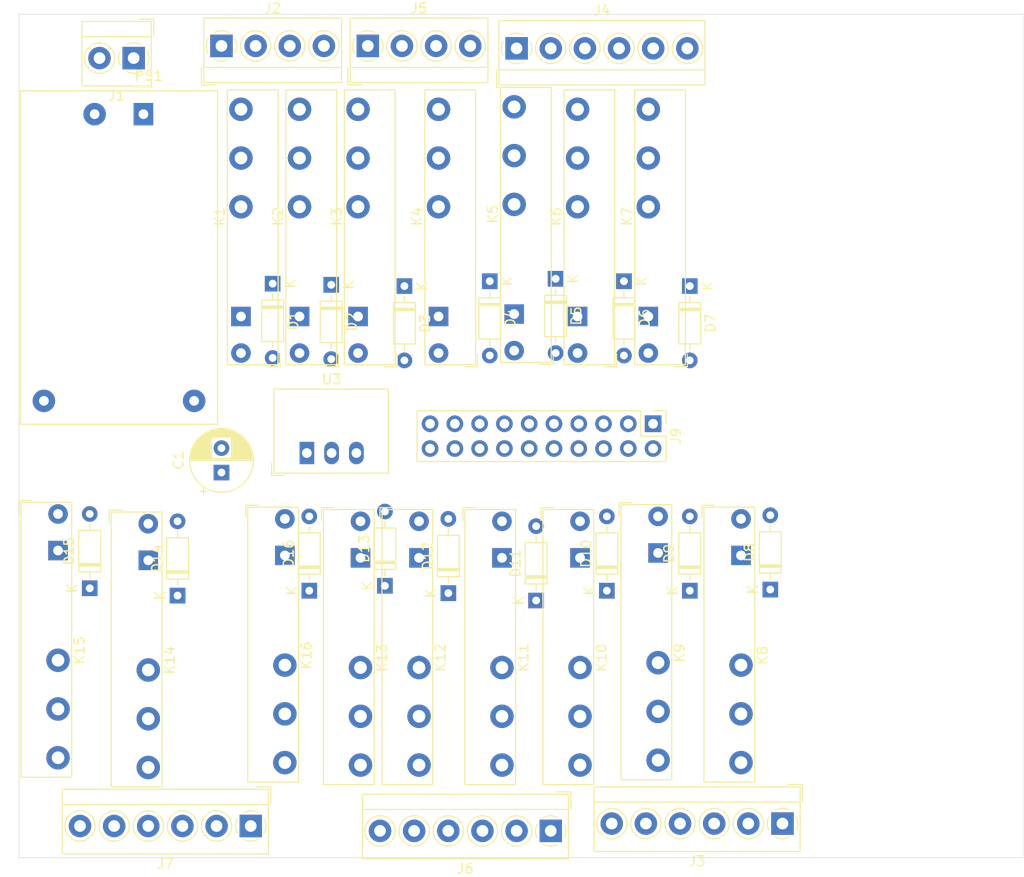
<source format=kicad_pcb>
(kicad_pcb (version 20171130) (host pcbnew 5.1.4-e60b266~84~ubuntu19.04.1)

  (general
    (thickness 1.6)
    (drawings 4)
    (tracks 0)
    (zones 0)
    (modules 43)
    (nets 38)
  )

  (page A4)
  (layers
    (0 F.Cu signal)
    (31 B.Cu signal)
    (32 B.Adhes user)
    (33 F.Adhes user)
    (34 B.Paste user)
    (35 F.Paste user)
    (36 B.SilkS user)
    (37 F.SilkS user)
    (38 B.Mask user)
    (39 F.Mask user)
    (40 Dwgs.User user)
    (41 Cmts.User user)
    (42 Eco1.User user)
    (43 Eco2.User user)
    (44 Edge.Cuts user)
    (45 Margin user)
    (46 B.CrtYd user)
    (47 F.CrtYd user)
    (48 B.Fab user)
    (49 F.Fab user)
  )

  (setup
    (last_trace_width 0.25)
    (trace_clearance 0.2)
    (zone_clearance 0.508)
    (zone_45_only no)
    (trace_min 0.2)
    (via_size 0.8)
    (via_drill 0.4)
    (via_min_size 0.4)
    (via_min_drill 0.3)
    (uvia_size 0.3)
    (uvia_drill 0.1)
    (uvias_allowed no)
    (uvia_min_size 0.2)
    (uvia_min_drill 0.1)
    (edge_width 0.05)
    (segment_width 0.2)
    (pcb_text_width 0.3)
    (pcb_text_size 1.5 1.5)
    (mod_edge_width 0.12)
    (mod_text_size 1 1)
    (mod_text_width 0.15)
    (pad_size 1.524 1.524)
    (pad_drill 0.762)
    (pad_to_mask_clearance 0.051)
    (solder_mask_min_width 0.25)
    (aux_axis_origin 0 0)
    (visible_elements FFFFFF7F)
    (pcbplotparams
      (layerselection 0x010fc_ffffffff)
      (usegerberextensions false)
      (usegerberattributes false)
      (usegerberadvancedattributes false)
      (creategerberjobfile false)
      (excludeedgelayer true)
      (linewidth 0.100000)
      (plotframeref false)
      (viasonmask false)
      (mode 1)
      (useauxorigin false)
      (hpglpennumber 1)
      (hpglpenspeed 20)
      (hpglpendiameter 15.000000)
      (psnegative false)
      (psa4output false)
      (plotreference true)
      (plotvalue true)
      (plotinvisibletext false)
      (padsonsilk false)
      (subtractmaskfromsilk false)
      (outputformat 1)
      (mirror false)
      (drillshape 1)
      (scaleselection 1)
      (outputdirectory ""))
  )

  (net 0 "")
  (net 1 /01)
  (net 2 /3.3V)
  (net 3 /GND)
  (net 4 /02)
  (net 5 /12V)
  (net 6 /03)
  (net 7 /04)
  (net 8 /05)
  (net 9 /06)
  (net 10 /07)
  (net 11 /08)
  (net 12 /09)
  (net 13 /10)
  (net 14 /11)
  (net 15 /12)
  (net 16 /13)
  (net 17 /15)
  (net 18 /16)
  (net 19 /14)
  (net 20 230V)
  (net 21 NL)
  (net 22 /relay01/sw)
  (net 23 /relay02/sw)
  (net 24 /relay05/sw)
  (net 25 /relay06/sw)
  (net 26 /relay07/sw)
  (net 27 /relay08/sw)
  (net 28 /relay11/sw)
  (net 29 /relay10/sw)
  (net 30 /relay09/sw)
  (net 31 /relay12/sw)
  (net 32 /relay13/sw)
  (net 33 /relay14/sw)
  (net 34 /relay15/sw)
  (net 35 /relay16/sw)
  (net 36 /relay04/sw)
  (net 37 /relay03/sw)

  (net_class Default "Dies ist die voreingestellte Netzklasse."
    (clearance 0.2)
    (trace_width 0.25)
    (via_dia 0.8)
    (via_drill 0.4)
    (uvia_dia 0.3)
    (uvia_drill 0.1)
    (add_net /01)
    (add_net /02)
    (add_net /03)
    (add_net /04)
    (add_net /05)
    (add_net /06)
    (add_net /07)
    (add_net /08)
    (add_net /09)
    (add_net /10)
    (add_net /11)
    (add_net /12)
    (add_net /12V)
    (add_net /13)
    (add_net /14)
    (add_net /15)
    (add_net /16)
    (add_net /3.3V)
    (add_net /GND)
    (add_net /relay01/sw)
    (add_net /relay02/sw)
    (add_net /relay03/sw)
    (add_net /relay04/sw)
    (add_net /relay05/sw)
    (add_net /relay06/sw)
    (add_net /relay07/sw)
    (add_net /relay08/sw)
    (add_net /relay09/sw)
    (add_net /relay10/sw)
    (add_net /relay11/sw)
    (add_net /relay12/sw)
    (add_net /relay13/sw)
    (add_net /relay14/sw)
    (add_net /relay15/sw)
    (add_net /relay16/sw)
    (add_net 230V)
    (add_net NL)
  )

  (module Capacitor_THT:CP_Radial_D6.3mm_P2.50mm (layer F.Cu) (tedit 5AE50EF0) (tstamp 5DABD712)
    (at 27.75 -214.5 90)
    (descr "CP, Radial series, Radial, pin pitch=2.50mm, , diameter=6.3mm, Electrolytic Capacitor")
    (tags "CP Radial series Radial pin pitch 2.50mm  diameter 6.3mm Electrolytic Capacitor")
    (path /5DC098F1)
    (fp_text reference C1 (at 1.25 -4.4 90) (layer F.SilkS)
      (effects (font (size 1 1) (thickness 0.15)))
    )
    (fp_text value 100µF (at 1.25 4.4 90) (layer F.Fab)
      (effects (font (size 1 1) (thickness 0.15)))
    )
    (fp_circle (center 1.25 0) (end 4.4 0) (layer F.Fab) (width 0.1))
    (fp_circle (center 1.25 0) (end 4.52 0) (layer F.SilkS) (width 0.12))
    (fp_circle (center 1.25 0) (end 4.65 0) (layer F.CrtYd) (width 0.05))
    (fp_line (start -1.443972 -1.3735) (end -0.813972 -1.3735) (layer F.Fab) (width 0.1))
    (fp_line (start -1.128972 -1.6885) (end -1.128972 -1.0585) (layer F.Fab) (width 0.1))
    (fp_line (start 1.25 -3.23) (end 1.25 3.23) (layer F.SilkS) (width 0.12))
    (fp_line (start 1.29 -3.23) (end 1.29 3.23) (layer F.SilkS) (width 0.12))
    (fp_line (start 1.33 -3.23) (end 1.33 3.23) (layer F.SilkS) (width 0.12))
    (fp_line (start 1.37 -3.228) (end 1.37 3.228) (layer F.SilkS) (width 0.12))
    (fp_line (start 1.41 -3.227) (end 1.41 3.227) (layer F.SilkS) (width 0.12))
    (fp_line (start 1.45 -3.224) (end 1.45 3.224) (layer F.SilkS) (width 0.12))
    (fp_line (start 1.49 -3.222) (end 1.49 -1.04) (layer F.SilkS) (width 0.12))
    (fp_line (start 1.49 1.04) (end 1.49 3.222) (layer F.SilkS) (width 0.12))
    (fp_line (start 1.53 -3.218) (end 1.53 -1.04) (layer F.SilkS) (width 0.12))
    (fp_line (start 1.53 1.04) (end 1.53 3.218) (layer F.SilkS) (width 0.12))
    (fp_line (start 1.57 -3.215) (end 1.57 -1.04) (layer F.SilkS) (width 0.12))
    (fp_line (start 1.57 1.04) (end 1.57 3.215) (layer F.SilkS) (width 0.12))
    (fp_line (start 1.61 -3.211) (end 1.61 -1.04) (layer F.SilkS) (width 0.12))
    (fp_line (start 1.61 1.04) (end 1.61 3.211) (layer F.SilkS) (width 0.12))
    (fp_line (start 1.65 -3.206) (end 1.65 -1.04) (layer F.SilkS) (width 0.12))
    (fp_line (start 1.65 1.04) (end 1.65 3.206) (layer F.SilkS) (width 0.12))
    (fp_line (start 1.69 -3.201) (end 1.69 -1.04) (layer F.SilkS) (width 0.12))
    (fp_line (start 1.69 1.04) (end 1.69 3.201) (layer F.SilkS) (width 0.12))
    (fp_line (start 1.73 -3.195) (end 1.73 -1.04) (layer F.SilkS) (width 0.12))
    (fp_line (start 1.73 1.04) (end 1.73 3.195) (layer F.SilkS) (width 0.12))
    (fp_line (start 1.77 -3.189) (end 1.77 -1.04) (layer F.SilkS) (width 0.12))
    (fp_line (start 1.77 1.04) (end 1.77 3.189) (layer F.SilkS) (width 0.12))
    (fp_line (start 1.81 -3.182) (end 1.81 -1.04) (layer F.SilkS) (width 0.12))
    (fp_line (start 1.81 1.04) (end 1.81 3.182) (layer F.SilkS) (width 0.12))
    (fp_line (start 1.85 -3.175) (end 1.85 -1.04) (layer F.SilkS) (width 0.12))
    (fp_line (start 1.85 1.04) (end 1.85 3.175) (layer F.SilkS) (width 0.12))
    (fp_line (start 1.89 -3.167) (end 1.89 -1.04) (layer F.SilkS) (width 0.12))
    (fp_line (start 1.89 1.04) (end 1.89 3.167) (layer F.SilkS) (width 0.12))
    (fp_line (start 1.93 -3.159) (end 1.93 -1.04) (layer F.SilkS) (width 0.12))
    (fp_line (start 1.93 1.04) (end 1.93 3.159) (layer F.SilkS) (width 0.12))
    (fp_line (start 1.971 -3.15) (end 1.971 -1.04) (layer F.SilkS) (width 0.12))
    (fp_line (start 1.971 1.04) (end 1.971 3.15) (layer F.SilkS) (width 0.12))
    (fp_line (start 2.011 -3.141) (end 2.011 -1.04) (layer F.SilkS) (width 0.12))
    (fp_line (start 2.011 1.04) (end 2.011 3.141) (layer F.SilkS) (width 0.12))
    (fp_line (start 2.051 -3.131) (end 2.051 -1.04) (layer F.SilkS) (width 0.12))
    (fp_line (start 2.051 1.04) (end 2.051 3.131) (layer F.SilkS) (width 0.12))
    (fp_line (start 2.091 -3.121) (end 2.091 -1.04) (layer F.SilkS) (width 0.12))
    (fp_line (start 2.091 1.04) (end 2.091 3.121) (layer F.SilkS) (width 0.12))
    (fp_line (start 2.131 -3.11) (end 2.131 -1.04) (layer F.SilkS) (width 0.12))
    (fp_line (start 2.131 1.04) (end 2.131 3.11) (layer F.SilkS) (width 0.12))
    (fp_line (start 2.171 -3.098) (end 2.171 -1.04) (layer F.SilkS) (width 0.12))
    (fp_line (start 2.171 1.04) (end 2.171 3.098) (layer F.SilkS) (width 0.12))
    (fp_line (start 2.211 -3.086) (end 2.211 -1.04) (layer F.SilkS) (width 0.12))
    (fp_line (start 2.211 1.04) (end 2.211 3.086) (layer F.SilkS) (width 0.12))
    (fp_line (start 2.251 -3.074) (end 2.251 -1.04) (layer F.SilkS) (width 0.12))
    (fp_line (start 2.251 1.04) (end 2.251 3.074) (layer F.SilkS) (width 0.12))
    (fp_line (start 2.291 -3.061) (end 2.291 -1.04) (layer F.SilkS) (width 0.12))
    (fp_line (start 2.291 1.04) (end 2.291 3.061) (layer F.SilkS) (width 0.12))
    (fp_line (start 2.331 -3.047) (end 2.331 -1.04) (layer F.SilkS) (width 0.12))
    (fp_line (start 2.331 1.04) (end 2.331 3.047) (layer F.SilkS) (width 0.12))
    (fp_line (start 2.371 -3.033) (end 2.371 -1.04) (layer F.SilkS) (width 0.12))
    (fp_line (start 2.371 1.04) (end 2.371 3.033) (layer F.SilkS) (width 0.12))
    (fp_line (start 2.411 -3.018) (end 2.411 -1.04) (layer F.SilkS) (width 0.12))
    (fp_line (start 2.411 1.04) (end 2.411 3.018) (layer F.SilkS) (width 0.12))
    (fp_line (start 2.451 -3.002) (end 2.451 -1.04) (layer F.SilkS) (width 0.12))
    (fp_line (start 2.451 1.04) (end 2.451 3.002) (layer F.SilkS) (width 0.12))
    (fp_line (start 2.491 -2.986) (end 2.491 -1.04) (layer F.SilkS) (width 0.12))
    (fp_line (start 2.491 1.04) (end 2.491 2.986) (layer F.SilkS) (width 0.12))
    (fp_line (start 2.531 -2.97) (end 2.531 -1.04) (layer F.SilkS) (width 0.12))
    (fp_line (start 2.531 1.04) (end 2.531 2.97) (layer F.SilkS) (width 0.12))
    (fp_line (start 2.571 -2.952) (end 2.571 -1.04) (layer F.SilkS) (width 0.12))
    (fp_line (start 2.571 1.04) (end 2.571 2.952) (layer F.SilkS) (width 0.12))
    (fp_line (start 2.611 -2.934) (end 2.611 -1.04) (layer F.SilkS) (width 0.12))
    (fp_line (start 2.611 1.04) (end 2.611 2.934) (layer F.SilkS) (width 0.12))
    (fp_line (start 2.651 -2.916) (end 2.651 -1.04) (layer F.SilkS) (width 0.12))
    (fp_line (start 2.651 1.04) (end 2.651 2.916) (layer F.SilkS) (width 0.12))
    (fp_line (start 2.691 -2.896) (end 2.691 -1.04) (layer F.SilkS) (width 0.12))
    (fp_line (start 2.691 1.04) (end 2.691 2.896) (layer F.SilkS) (width 0.12))
    (fp_line (start 2.731 -2.876) (end 2.731 -1.04) (layer F.SilkS) (width 0.12))
    (fp_line (start 2.731 1.04) (end 2.731 2.876) (layer F.SilkS) (width 0.12))
    (fp_line (start 2.771 -2.856) (end 2.771 -1.04) (layer F.SilkS) (width 0.12))
    (fp_line (start 2.771 1.04) (end 2.771 2.856) (layer F.SilkS) (width 0.12))
    (fp_line (start 2.811 -2.834) (end 2.811 -1.04) (layer F.SilkS) (width 0.12))
    (fp_line (start 2.811 1.04) (end 2.811 2.834) (layer F.SilkS) (width 0.12))
    (fp_line (start 2.851 -2.812) (end 2.851 -1.04) (layer F.SilkS) (width 0.12))
    (fp_line (start 2.851 1.04) (end 2.851 2.812) (layer F.SilkS) (width 0.12))
    (fp_line (start 2.891 -2.79) (end 2.891 -1.04) (layer F.SilkS) (width 0.12))
    (fp_line (start 2.891 1.04) (end 2.891 2.79) (layer F.SilkS) (width 0.12))
    (fp_line (start 2.931 -2.766) (end 2.931 -1.04) (layer F.SilkS) (width 0.12))
    (fp_line (start 2.931 1.04) (end 2.931 2.766) (layer F.SilkS) (width 0.12))
    (fp_line (start 2.971 -2.742) (end 2.971 -1.04) (layer F.SilkS) (width 0.12))
    (fp_line (start 2.971 1.04) (end 2.971 2.742) (layer F.SilkS) (width 0.12))
    (fp_line (start 3.011 -2.716) (end 3.011 -1.04) (layer F.SilkS) (width 0.12))
    (fp_line (start 3.011 1.04) (end 3.011 2.716) (layer F.SilkS) (width 0.12))
    (fp_line (start 3.051 -2.69) (end 3.051 -1.04) (layer F.SilkS) (width 0.12))
    (fp_line (start 3.051 1.04) (end 3.051 2.69) (layer F.SilkS) (width 0.12))
    (fp_line (start 3.091 -2.664) (end 3.091 -1.04) (layer F.SilkS) (width 0.12))
    (fp_line (start 3.091 1.04) (end 3.091 2.664) (layer F.SilkS) (width 0.12))
    (fp_line (start 3.131 -2.636) (end 3.131 -1.04) (layer F.SilkS) (width 0.12))
    (fp_line (start 3.131 1.04) (end 3.131 2.636) (layer F.SilkS) (width 0.12))
    (fp_line (start 3.171 -2.607) (end 3.171 -1.04) (layer F.SilkS) (width 0.12))
    (fp_line (start 3.171 1.04) (end 3.171 2.607) (layer F.SilkS) (width 0.12))
    (fp_line (start 3.211 -2.578) (end 3.211 -1.04) (layer F.SilkS) (width 0.12))
    (fp_line (start 3.211 1.04) (end 3.211 2.578) (layer F.SilkS) (width 0.12))
    (fp_line (start 3.251 -2.548) (end 3.251 -1.04) (layer F.SilkS) (width 0.12))
    (fp_line (start 3.251 1.04) (end 3.251 2.548) (layer F.SilkS) (width 0.12))
    (fp_line (start 3.291 -2.516) (end 3.291 -1.04) (layer F.SilkS) (width 0.12))
    (fp_line (start 3.291 1.04) (end 3.291 2.516) (layer F.SilkS) (width 0.12))
    (fp_line (start 3.331 -2.484) (end 3.331 -1.04) (layer F.SilkS) (width 0.12))
    (fp_line (start 3.331 1.04) (end 3.331 2.484) (layer F.SilkS) (width 0.12))
    (fp_line (start 3.371 -2.45) (end 3.371 -1.04) (layer F.SilkS) (width 0.12))
    (fp_line (start 3.371 1.04) (end 3.371 2.45) (layer F.SilkS) (width 0.12))
    (fp_line (start 3.411 -2.416) (end 3.411 -1.04) (layer F.SilkS) (width 0.12))
    (fp_line (start 3.411 1.04) (end 3.411 2.416) (layer F.SilkS) (width 0.12))
    (fp_line (start 3.451 -2.38) (end 3.451 -1.04) (layer F.SilkS) (width 0.12))
    (fp_line (start 3.451 1.04) (end 3.451 2.38) (layer F.SilkS) (width 0.12))
    (fp_line (start 3.491 -2.343) (end 3.491 -1.04) (layer F.SilkS) (width 0.12))
    (fp_line (start 3.491 1.04) (end 3.491 2.343) (layer F.SilkS) (width 0.12))
    (fp_line (start 3.531 -2.305) (end 3.531 -1.04) (layer F.SilkS) (width 0.12))
    (fp_line (start 3.531 1.04) (end 3.531 2.305) (layer F.SilkS) (width 0.12))
    (fp_line (start 3.571 -2.265) (end 3.571 2.265) (layer F.SilkS) (width 0.12))
    (fp_line (start 3.611 -2.224) (end 3.611 2.224) (layer F.SilkS) (width 0.12))
    (fp_line (start 3.651 -2.182) (end 3.651 2.182) (layer F.SilkS) (width 0.12))
    (fp_line (start 3.691 -2.137) (end 3.691 2.137) (layer F.SilkS) (width 0.12))
    (fp_line (start 3.731 -2.092) (end 3.731 2.092) (layer F.SilkS) (width 0.12))
    (fp_line (start 3.771 -2.044) (end 3.771 2.044) (layer F.SilkS) (width 0.12))
    (fp_line (start 3.811 -1.995) (end 3.811 1.995) (layer F.SilkS) (width 0.12))
    (fp_line (start 3.851 -1.944) (end 3.851 1.944) (layer F.SilkS) (width 0.12))
    (fp_line (start 3.891 -1.89) (end 3.891 1.89) (layer F.SilkS) (width 0.12))
    (fp_line (start 3.931 -1.834) (end 3.931 1.834) (layer F.SilkS) (width 0.12))
    (fp_line (start 3.971 -1.776) (end 3.971 1.776) (layer F.SilkS) (width 0.12))
    (fp_line (start 4.011 -1.714) (end 4.011 1.714) (layer F.SilkS) (width 0.12))
    (fp_line (start 4.051 -1.65) (end 4.051 1.65) (layer F.SilkS) (width 0.12))
    (fp_line (start 4.091 -1.581) (end 4.091 1.581) (layer F.SilkS) (width 0.12))
    (fp_line (start 4.131 -1.509) (end 4.131 1.509) (layer F.SilkS) (width 0.12))
    (fp_line (start 4.171 -1.432) (end 4.171 1.432) (layer F.SilkS) (width 0.12))
    (fp_line (start 4.211 -1.35) (end 4.211 1.35) (layer F.SilkS) (width 0.12))
    (fp_line (start 4.251 -1.262) (end 4.251 1.262) (layer F.SilkS) (width 0.12))
    (fp_line (start 4.291 -1.165) (end 4.291 1.165) (layer F.SilkS) (width 0.12))
    (fp_line (start 4.331 -1.059) (end 4.331 1.059) (layer F.SilkS) (width 0.12))
    (fp_line (start 4.371 -0.94) (end 4.371 0.94) (layer F.SilkS) (width 0.12))
    (fp_line (start 4.411 -0.802) (end 4.411 0.802) (layer F.SilkS) (width 0.12))
    (fp_line (start 4.451 -0.633) (end 4.451 0.633) (layer F.SilkS) (width 0.12))
    (fp_line (start 4.491 -0.402) (end 4.491 0.402) (layer F.SilkS) (width 0.12))
    (fp_line (start -2.250241 -1.839) (end -1.620241 -1.839) (layer F.SilkS) (width 0.12))
    (fp_line (start -1.935241 -2.154) (end -1.935241 -1.524) (layer F.SilkS) (width 0.12))
    (fp_text user %R (at 1.25 0 90) (layer F.Fab)
      (effects (font (size 1 1) (thickness 0.15)))
    )
    (pad 1 thru_hole rect (at 0 0 90) (size 1.6 1.6) (drill 0.8) (layers *.Cu *.Mask)
      (net 2 /3.3V))
    (pad 2 thru_hole circle (at 2.5 0 90) (size 1.6 1.6) (drill 0.8) (layers *.Cu *.Mask)
      (net 3 /GND))
    (model ${KISYS3DMOD}/Capacitor_THT.3dshapes/CP_Radial_D6.3mm_P2.50mm.wrl
      (at (xyz 0 0 0))
      (scale (xyz 1 1 1))
      (rotate (xyz 0 0 0))
    )
  )

  (module Diode_THT:D_DO-35_SOD27_P7.62mm_Horizontal (layer F.Cu) (tedit 5AE50CD5) (tstamp 5DAB9DD0)
    (at 39 -233.75 270)
    (descr "Diode, DO-35_SOD27 series, Axial, Horizontal, pin pitch=7.62mm, , length*diameter=4*2mm^2, , http://www.diodes.com/_files/packages/DO-35.pdf")
    (tags "Diode DO-35_SOD27 series Axial Horizontal pin pitch 7.62mm  length 4mm diameter 2mm")
    (path /5D9F100B/5D9EAB5B)
    (fp_text reference D2 (at 3.81 -2.12 90) (layer F.SilkS)
      (effects (font (size 1 1) (thickness 0.15)))
    )
    (fp_text value 1N4148 (at 3.81 2.12 90) (layer F.Fab)
      (effects (font (size 1 1) (thickness 0.15)))
    )
    (fp_text user K (at 0 -1.8 90) (layer F.SilkS)
      (effects (font (size 1 1) (thickness 0.15)))
    )
    (fp_text user K (at 0 -1.8 90) (layer F.Fab)
      (effects (font (size 1 1) (thickness 0.15)))
    )
    (fp_text user %R (at 4.11 0 90) (layer F.Fab)
      (effects (font (size 0.8 0.8) (thickness 0.12)))
    )
    (fp_line (start 8.67 -1.25) (end -1.05 -1.25) (layer F.CrtYd) (width 0.05))
    (fp_line (start 8.67 1.25) (end 8.67 -1.25) (layer F.CrtYd) (width 0.05))
    (fp_line (start -1.05 1.25) (end 8.67 1.25) (layer F.CrtYd) (width 0.05))
    (fp_line (start -1.05 -1.25) (end -1.05 1.25) (layer F.CrtYd) (width 0.05))
    (fp_line (start 2.29 -1.12) (end 2.29 1.12) (layer F.SilkS) (width 0.12))
    (fp_line (start 2.53 -1.12) (end 2.53 1.12) (layer F.SilkS) (width 0.12))
    (fp_line (start 2.41 -1.12) (end 2.41 1.12) (layer F.SilkS) (width 0.12))
    (fp_line (start 6.58 0) (end 5.93 0) (layer F.SilkS) (width 0.12))
    (fp_line (start 1.04 0) (end 1.69 0) (layer F.SilkS) (width 0.12))
    (fp_line (start 5.93 -1.12) (end 1.69 -1.12) (layer F.SilkS) (width 0.12))
    (fp_line (start 5.93 1.12) (end 5.93 -1.12) (layer F.SilkS) (width 0.12))
    (fp_line (start 1.69 1.12) (end 5.93 1.12) (layer F.SilkS) (width 0.12))
    (fp_line (start 1.69 -1.12) (end 1.69 1.12) (layer F.SilkS) (width 0.12))
    (fp_line (start 2.31 -1) (end 2.31 1) (layer F.Fab) (width 0.1))
    (fp_line (start 2.51 -1) (end 2.51 1) (layer F.Fab) (width 0.1))
    (fp_line (start 2.41 -1) (end 2.41 1) (layer F.Fab) (width 0.1))
    (fp_line (start 7.62 0) (end 5.81 0) (layer F.Fab) (width 0.1))
    (fp_line (start 0 0) (end 1.81 0) (layer F.Fab) (width 0.1))
    (fp_line (start 5.81 -1) (end 1.81 -1) (layer F.Fab) (width 0.1))
    (fp_line (start 5.81 1) (end 5.81 -1) (layer F.Fab) (width 0.1))
    (fp_line (start 1.81 1) (end 5.81 1) (layer F.Fab) (width 0.1))
    (fp_line (start 1.81 -1) (end 1.81 1) (layer F.Fab) (width 0.1))
    (pad 2 thru_hole oval (at 7.62 0 270) (size 1.6 1.6) (drill 0.8) (layers *.Cu *.Mask)
      (net 4 /02))
    (pad 1 thru_hole rect (at 0 0 270) (size 1.6 1.6) (drill 0.8) (layers *.Cu *.Mask)
      (net 5 /12V))
    (model ${KISYS3DMOD}/Diode_THT.3dshapes/D_DO-35_SOD27_P7.62mm_Horizontal.wrl
      (at (xyz 0 0 0))
      (scale (xyz 1 1 1))
      (rotate (xyz 0 0 0))
    )
  )

  (module Diode_THT:D_DO-35_SOD27_P7.62mm_Horizontal (layer F.Cu) (tedit 5AE50CD5) (tstamp 5DAB9D76)
    (at 33 -233.87 270)
    (descr "Diode, DO-35_SOD27 series, Axial, Horizontal, pin pitch=7.62mm, , length*diameter=4*2mm^2, , http://www.diodes.com/_files/packages/DO-35.pdf")
    (tags "Diode DO-35_SOD27 series Axial Horizontal pin pitch 7.62mm  length 4mm diameter 2mm")
    (path /5D9EA18F/5D9EAB5B)
    (fp_text reference D1 (at 3.81 -2.12 90) (layer F.SilkS)
      (effects (font (size 1 1) (thickness 0.15)))
    )
    (fp_text value 1N4148 (at 3.81 2.12 90) (layer F.Fab)
      (effects (font (size 1 1) (thickness 0.15)))
    )
    (fp_line (start 1.81 -1) (end 1.81 1) (layer F.Fab) (width 0.1))
    (fp_line (start 1.81 1) (end 5.81 1) (layer F.Fab) (width 0.1))
    (fp_line (start 5.81 1) (end 5.81 -1) (layer F.Fab) (width 0.1))
    (fp_line (start 5.81 -1) (end 1.81 -1) (layer F.Fab) (width 0.1))
    (fp_line (start 0 0) (end 1.81 0) (layer F.Fab) (width 0.1))
    (fp_line (start 7.62 0) (end 5.81 0) (layer F.Fab) (width 0.1))
    (fp_line (start 2.41 -1) (end 2.41 1) (layer F.Fab) (width 0.1))
    (fp_line (start 2.51 -1) (end 2.51 1) (layer F.Fab) (width 0.1))
    (fp_line (start 2.31 -1) (end 2.31 1) (layer F.Fab) (width 0.1))
    (fp_line (start 1.69 -1.12) (end 1.69 1.12) (layer F.SilkS) (width 0.12))
    (fp_line (start 1.69 1.12) (end 5.93 1.12) (layer F.SilkS) (width 0.12))
    (fp_line (start 5.93 1.12) (end 5.93 -1.12) (layer F.SilkS) (width 0.12))
    (fp_line (start 5.93 -1.12) (end 1.69 -1.12) (layer F.SilkS) (width 0.12))
    (fp_line (start 1.04 0) (end 1.69 0) (layer F.SilkS) (width 0.12))
    (fp_line (start 6.58 0) (end 5.93 0) (layer F.SilkS) (width 0.12))
    (fp_line (start 2.41 -1.12) (end 2.41 1.12) (layer F.SilkS) (width 0.12))
    (fp_line (start 2.53 -1.12) (end 2.53 1.12) (layer F.SilkS) (width 0.12))
    (fp_line (start 2.29 -1.12) (end 2.29 1.12) (layer F.SilkS) (width 0.12))
    (fp_line (start -1.05 -1.25) (end -1.05 1.25) (layer F.CrtYd) (width 0.05))
    (fp_line (start -1.05 1.25) (end 8.67 1.25) (layer F.CrtYd) (width 0.05))
    (fp_line (start 8.67 1.25) (end 8.67 -1.25) (layer F.CrtYd) (width 0.05))
    (fp_line (start 8.67 -1.25) (end -1.05 -1.25) (layer F.CrtYd) (width 0.05))
    (fp_text user %R (at 4.11 0 180) (layer F.Fab)
      (effects (font (size 0.8 0.8) (thickness 0.12)))
    )
    (fp_text user K (at 0 -1.8 90) (layer F.Fab)
      (effects (font (size 1 1) (thickness 0.15)))
    )
    (fp_text user K (at 0 -1.8 90) (layer F.SilkS)
      (effects (font (size 1 1) (thickness 0.15)))
    )
    (pad 1 thru_hole rect (at 0 0 270) (size 1.6 1.6) (drill 0.8) (layers *.Cu *.Mask)
      (net 5 /12V))
    (pad 2 thru_hole oval (at 7.62 0 270) (size 1.6 1.6) (drill 0.8) (layers *.Cu *.Mask)
      (net 1 /01))
    (model ${KISYS3DMOD}/Diode_THT.3dshapes/D_DO-35_SOD27_P7.62mm_Horizontal.wrl
      (at (xyz 0 0 0))
      (scale (xyz 1 1 1))
      (rotate (xyz 0 0 0))
    )
  )

  (module Diode_THT:D_DO-35_SOD27_P7.62mm_Horizontal (layer F.Cu) (tedit 5AE50CD5) (tstamp 5DAB9D1C)
    (at 46.5 -233.62 270)
    (descr "Diode, DO-35_SOD27 series, Axial, Horizontal, pin pitch=7.62mm, , length*diameter=4*2mm^2, , http://www.diodes.com/_files/packages/DO-35.pdf")
    (tags "Diode DO-35_SOD27 series Axial Horizontal pin pitch 7.62mm  length 4mm diameter 2mm")
    (path /5DABD32F/5D9EAB5B)
    (fp_text reference D3 (at 3.81 -2.12 90) (layer F.SilkS)
      (effects (font (size 1 1) (thickness 0.15)))
    )
    (fp_text value 1N4148 (at 3.81 2.12 90) (layer F.Fab)
      (effects (font (size 1 1) (thickness 0.15)))
    )
    (fp_text user K (at 0 -1.8 90) (layer F.SilkS)
      (effects (font (size 1 1) (thickness 0.15)))
    )
    (fp_text user K (at 0 -1.8 90) (layer F.Fab)
      (effects (font (size 1 1) (thickness 0.15)))
    )
    (fp_text user %R (at 4.11 0 90) (layer F.Fab)
      (effects (font (size 0.8 0.8) (thickness 0.12)))
    )
    (fp_line (start 8.67 -1.25) (end -1.05 -1.25) (layer F.CrtYd) (width 0.05))
    (fp_line (start 8.67 1.25) (end 8.67 -1.25) (layer F.CrtYd) (width 0.05))
    (fp_line (start -1.05 1.25) (end 8.67 1.25) (layer F.CrtYd) (width 0.05))
    (fp_line (start -1.05 -1.25) (end -1.05 1.25) (layer F.CrtYd) (width 0.05))
    (fp_line (start 2.29 -1.12) (end 2.29 1.12) (layer F.SilkS) (width 0.12))
    (fp_line (start 2.53 -1.12) (end 2.53 1.12) (layer F.SilkS) (width 0.12))
    (fp_line (start 2.41 -1.12) (end 2.41 1.12) (layer F.SilkS) (width 0.12))
    (fp_line (start 6.58 0) (end 5.93 0) (layer F.SilkS) (width 0.12))
    (fp_line (start 1.04 0) (end 1.69 0) (layer F.SilkS) (width 0.12))
    (fp_line (start 5.93 -1.12) (end 1.69 -1.12) (layer F.SilkS) (width 0.12))
    (fp_line (start 5.93 1.12) (end 5.93 -1.12) (layer F.SilkS) (width 0.12))
    (fp_line (start 1.69 1.12) (end 5.93 1.12) (layer F.SilkS) (width 0.12))
    (fp_line (start 1.69 -1.12) (end 1.69 1.12) (layer F.SilkS) (width 0.12))
    (fp_line (start 2.31 -1) (end 2.31 1) (layer F.Fab) (width 0.1))
    (fp_line (start 2.51 -1) (end 2.51 1) (layer F.Fab) (width 0.1))
    (fp_line (start 2.41 -1) (end 2.41 1) (layer F.Fab) (width 0.1))
    (fp_line (start 7.62 0) (end 5.81 0) (layer F.Fab) (width 0.1))
    (fp_line (start 0 0) (end 1.81 0) (layer F.Fab) (width 0.1))
    (fp_line (start 5.81 -1) (end 1.81 -1) (layer F.Fab) (width 0.1))
    (fp_line (start 5.81 1) (end 5.81 -1) (layer F.Fab) (width 0.1))
    (fp_line (start 1.81 1) (end 5.81 1) (layer F.Fab) (width 0.1))
    (fp_line (start 1.81 -1) (end 1.81 1) (layer F.Fab) (width 0.1))
    (pad 2 thru_hole oval (at 7.62 0 270) (size 1.6 1.6) (drill 0.8) (layers *.Cu *.Mask)
      (net 6 /03))
    (pad 1 thru_hole rect (at 0 0 270) (size 1.6 1.6) (drill 0.8) (layers *.Cu *.Mask)
      (net 5 /12V))
    (model ${KISYS3DMOD}/Diode_THT.3dshapes/D_DO-35_SOD27_P7.62mm_Horizontal.wrl
      (at (xyz 0 0 0))
      (scale (xyz 1 1 1))
      (rotate (xyz 0 0 0))
    )
  )

  (module Diode_THT:D_DO-35_SOD27_P7.62mm_Horizontal (layer F.Cu) (tedit 5AE50CD5) (tstamp 5DAB9CC2)
    (at 55.25 -234.12 270)
    (descr "Diode, DO-35_SOD27 series, Axial, Horizontal, pin pitch=7.62mm, , length*diameter=4*2mm^2, , http://www.diodes.com/_files/packages/DO-35.pdf")
    (tags "Diode DO-35_SOD27 series Axial Horizontal pin pitch 7.62mm  length 4mm diameter 2mm")
    (path /5DABF648/5D9EAB5B)
    (fp_text reference D4 (at 3.81 -2.12 90) (layer F.SilkS)
      (effects (font (size 1 1) (thickness 0.15)))
    )
    (fp_text value 1N4148 (at 3.81 2.12 90) (layer F.Fab)
      (effects (font (size 1 1) (thickness 0.15)))
    )
    (fp_line (start 1.81 -1) (end 1.81 1) (layer F.Fab) (width 0.1))
    (fp_line (start 1.81 1) (end 5.81 1) (layer F.Fab) (width 0.1))
    (fp_line (start 5.81 1) (end 5.81 -1) (layer F.Fab) (width 0.1))
    (fp_line (start 5.81 -1) (end 1.81 -1) (layer F.Fab) (width 0.1))
    (fp_line (start 0 0) (end 1.81 0) (layer F.Fab) (width 0.1))
    (fp_line (start 7.62 0) (end 5.81 0) (layer F.Fab) (width 0.1))
    (fp_line (start 2.41 -1) (end 2.41 1) (layer F.Fab) (width 0.1))
    (fp_line (start 2.51 -1) (end 2.51 1) (layer F.Fab) (width 0.1))
    (fp_line (start 2.31 -1) (end 2.31 1) (layer F.Fab) (width 0.1))
    (fp_line (start 1.69 -1.12) (end 1.69 1.12) (layer F.SilkS) (width 0.12))
    (fp_line (start 1.69 1.12) (end 5.93 1.12) (layer F.SilkS) (width 0.12))
    (fp_line (start 5.93 1.12) (end 5.93 -1.12) (layer F.SilkS) (width 0.12))
    (fp_line (start 5.93 -1.12) (end 1.69 -1.12) (layer F.SilkS) (width 0.12))
    (fp_line (start 1.04 0) (end 1.69 0) (layer F.SilkS) (width 0.12))
    (fp_line (start 6.58 0) (end 5.93 0) (layer F.SilkS) (width 0.12))
    (fp_line (start 2.41 -1.12) (end 2.41 1.12) (layer F.SilkS) (width 0.12))
    (fp_line (start 2.53 -1.12) (end 2.53 1.12) (layer F.SilkS) (width 0.12))
    (fp_line (start 2.29 -1.12) (end 2.29 1.12) (layer F.SilkS) (width 0.12))
    (fp_line (start -1.05 -1.25) (end -1.05 1.25) (layer F.CrtYd) (width 0.05))
    (fp_line (start -1.05 1.25) (end 8.67 1.25) (layer F.CrtYd) (width 0.05))
    (fp_line (start 8.67 1.25) (end 8.67 -1.25) (layer F.CrtYd) (width 0.05))
    (fp_line (start 8.67 -1.25) (end -1.05 -1.25) (layer F.CrtYd) (width 0.05))
    (fp_text user %R (at 4.11 0 90) (layer F.Fab)
      (effects (font (size 0.8 0.8) (thickness 0.12)))
    )
    (fp_text user K (at 0 -1.8 90) (layer F.Fab)
      (effects (font (size 1 1) (thickness 0.15)))
    )
    (fp_text user K (at 0 -1.8 90) (layer F.SilkS)
      (effects (font (size 1 1) (thickness 0.15)))
    )
    (pad 1 thru_hole rect (at 0 0 270) (size 1.6 1.6) (drill 0.8) (layers *.Cu *.Mask)
      (net 5 /12V))
    (pad 2 thru_hole oval (at 7.62 0 270) (size 1.6 1.6) (drill 0.8) (layers *.Cu *.Mask)
      (net 7 /04))
    (model ${KISYS3DMOD}/Diode_THT.3dshapes/D_DO-35_SOD27_P7.62mm_Horizontal.wrl
      (at (xyz 0 0 0))
      (scale (xyz 1 1 1))
      (rotate (xyz 0 0 0))
    )
  )

  (module Diode_THT:D_DO-35_SOD27_P7.62mm_Horizontal (layer F.Cu) (tedit 5AE50CD5) (tstamp 5DAB9C68)
    (at 62 -234.37 270)
    (descr "Diode, DO-35_SOD27 series, Axial, Horizontal, pin pitch=7.62mm, , length*diameter=4*2mm^2, , http://www.diodes.com/_files/packages/DO-35.pdf")
    (tags "Diode DO-35_SOD27 series Axial Horizontal pin pitch 7.62mm  length 4mm diameter 2mm")
    (path /5DAC46C4/5D9EAB5B)
    (fp_text reference D5 (at 3.81 -2.12 90) (layer F.SilkS)
      (effects (font (size 1 1) (thickness 0.15)))
    )
    (fp_text value 1N4148 (at 3.81 2.12 90) (layer F.Fab)
      (effects (font (size 1 1) (thickness 0.15)))
    )
    (fp_text user K (at 0 -1.8 90) (layer F.SilkS)
      (effects (font (size 1 1) (thickness 0.15)))
    )
    (fp_text user K (at 0 -1.8 90) (layer F.Fab)
      (effects (font (size 1 1) (thickness 0.15)))
    )
    (fp_text user %R (at 4.11 0 90) (layer F.Fab)
      (effects (font (size 0.8 0.8) (thickness 0.12)))
    )
    (fp_line (start 8.67 -1.25) (end -1.05 -1.25) (layer F.CrtYd) (width 0.05))
    (fp_line (start 8.67 1.25) (end 8.67 -1.25) (layer F.CrtYd) (width 0.05))
    (fp_line (start -1.05 1.25) (end 8.67 1.25) (layer F.CrtYd) (width 0.05))
    (fp_line (start -1.05 -1.25) (end -1.05 1.25) (layer F.CrtYd) (width 0.05))
    (fp_line (start 2.29 -1.12) (end 2.29 1.12) (layer F.SilkS) (width 0.12))
    (fp_line (start 2.53 -1.12) (end 2.53 1.12) (layer F.SilkS) (width 0.12))
    (fp_line (start 2.41 -1.12) (end 2.41 1.12) (layer F.SilkS) (width 0.12))
    (fp_line (start 6.58 0) (end 5.93 0) (layer F.SilkS) (width 0.12))
    (fp_line (start 1.04 0) (end 1.69 0) (layer F.SilkS) (width 0.12))
    (fp_line (start 5.93 -1.12) (end 1.69 -1.12) (layer F.SilkS) (width 0.12))
    (fp_line (start 5.93 1.12) (end 5.93 -1.12) (layer F.SilkS) (width 0.12))
    (fp_line (start 1.69 1.12) (end 5.93 1.12) (layer F.SilkS) (width 0.12))
    (fp_line (start 1.69 -1.12) (end 1.69 1.12) (layer F.SilkS) (width 0.12))
    (fp_line (start 2.31 -1) (end 2.31 1) (layer F.Fab) (width 0.1))
    (fp_line (start 2.51 -1) (end 2.51 1) (layer F.Fab) (width 0.1))
    (fp_line (start 2.41 -1) (end 2.41 1) (layer F.Fab) (width 0.1))
    (fp_line (start 7.62 0) (end 5.81 0) (layer F.Fab) (width 0.1))
    (fp_line (start 0 0) (end 1.81 0) (layer F.Fab) (width 0.1))
    (fp_line (start 5.81 -1) (end 1.81 -1) (layer F.Fab) (width 0.1))
    (fp_line (start 5.81 1) (end 5.81 -1) (layer F.Fab) (width 0.1))
    (fp_line (start 1.81 1) (end 5.81 1) (layer F.Fab) (width 0.1))
    (fp_line (start 1.81 -1) (end 1.81 1) (layer F.Fab) (width 0.1))
    (pad 2 thru_hole oval (at 7.62 0 270) (size 1.6 1.6) (drill 0.8) (layers *.Cu *.Mask)
      (net 8 /05))
    (pad 1 thru_hole rect (at 0 0 270) (size 1.6 1.6) (drill 0.8) (layers *.Cu *.Mask)
      (net 5 /12V))
    (model ${KISYS3DMOD}/Diode_THT.3dshapes/D_DO-35_SOD27_P7.62mm_Horizontal.wrl
      (at (xyz 0 0 0))
      (scale (xyz 1 1 1))
      (rotate (xyz 0 0 0))
    )
  )

  (module Diode_THT:D_DO-35_SOD27_P7.62mm_Horizontal (layer F.Cu) (tedit 5AE50CD5) (tstamp 5DAB9C0E)
    (at 69 -234.12 270)
    (descr "Diode, DO-35_SOD27 series, Axial, Horizontal, pin pitch=7.62mm, , length*diameter=4*2mm^2, , http://www.diodes.com/_files/packages/DO-35.pdf")
    (tags "Diode DO-35_SOD27 series Axial Horizontal pin pitch 7.62mm  length 4mm diameter 2mm")
    (path /5DADB7CB/5D9EAB5B)
    (fp_text reference D6 (at 3.81 -2.12 90) (layer F.SilkS)
      (effects (font (size 1 1) (thickness 0.15)))
    )
    (fp_text value 1N4148 (at 3.81 2.12 90) (layer F.Fab)
      (effects (font (size 1 1) (thickness 0.15)))
    )
    (fp_text user K (at 0 -1.8 90) (layer F.SilkS)
      (effects (font (size 1 1) (thickness 0.15)))
    )
    (fp_text user K (at 0 -1.8 90) (layer F.Fab)
      (effects (font (size 1 1) (thickness 0.15)))
    )
    (fp_text user %R (at 4.11 0 90) (layer F.Fab)
      (effects (font (size 0.8 0.8) (thickness 0.12)))
    )
    (fp_line (start 8.67 -1.25) (end -1.05 -1.25) (layer F.CrtYd) (width 0.05))
    (fp_line (start 8.67 1.25) (end 8.67 -1.25) (layer F.CrtYd) (width 0.05))
    (fp_line (start -1.05 1.25) (end 8.67 1.25) (layer F.CrtYd) (width 0.05))
    (fp_line (start -1.05 -1.25) (end -1.05 1.25) (layer F.CrtYd) (width 0.05))
    (fp_line (start 2.29 -1.12) (end 2.29 1.12) (layer F.SilkS) (width 0.12))
    (fp_line (start 2.53 -1.12) (end 2.53 1.12) (layer F.SilkS) (width 0.12))
    (fp_line (start 2.41 -1.12) (end 2.41 1.12) (layer F.SilkS) (width 0.12))
    (fp_line (start 6.58 0) (end 5.93 0) (layer F.SilkS) (width 0.12))
    (fp_line (start 1.04 0) (end 1.69 0) (layer F.SilkS) (width 0.12))
    (fp_line (start 5.93 -1.12) (end 1.69 -1.12) (layer F.SilkS) (width 0.12))
    (fp_line (start 5.93 1.12) (end 5.93 -1.12) (layer F.SilkS) (width 0.12))
    (fp_line (start 1.69 1.12) (end 5.93 1.12) (layer F.SilkS) (width 0.12))
    (fp_line (start 1.69 -1.12) (end 1.69 1.12) (layer F.SilkS) (width 0.12))
    (fp_line (start 2.31 -1) (end 2.31 1) (layer F.Fab) (width 0.1))
    (fp_line (start 2.51 -1) (end 2.51 1) (layer F.Fab) (width 0.1))
    (fp_line (start 2.41 -1) (end 2.41 1) (layer F.Fab) (width 0.1))
    (fp_line (start 7.62 0) (end 5.81 0) (layer F.Fab) (width 0.1))
    (fp_line (start 0 0) (end 1.81 0) (layer F.Fab) (width 0.1))
    (fp_line (start 5.81 -1) (end 1.81 -1) (layer F.Fab) (width 0.1))
    (fp_line (start 5.81 1) (end 5.81 -1) (layer F.Fab) (width 0.1))
    (fp_line (start 1.81 1) (end 5.81 1) (layer F.Fab) (width 0.1))
    (fp_line (start 1.81 -1) (end 1.81 1) (layer F.Fab) (width 0.1))
    (pad 2 thru_hole oval (at 7.62 0 270) (size 1.6 1.6) (drill 0.8) (layers *.Cu *.Mask)
      (net 9 /06))
    (pad 1 thru_hole rect (at 0 0 270) (size 1.6 1.6) (drill 0.8) (layers *.Cu *.Mask)
      (net 5 /12V))
    (model ${KISYS3DMOD}/Diode_THT.3dshapes/D_DO-35_SOD27_P7.62mm_Horizontal.wrl
      (at (xyz 0 0 0))
      (scale (xyz 1 1 1))
      (rotate (xyz 0 0 0))
    )
  )

  (module Diode_THT:D_DO-35_SOD27_P7.62mm_Horizontal (layer F.Cu) (tedit 5AE50CD5) (tstamp 5DABB667)
    (at 75.75 -233.62 270)
    (descr "Diode, DO-35_SOD27 series, Axial, Horizontal, pin pitch=7.62mm, , length*diameter=4*2mm^2, , http://www.diodes.com/_files/packages/DO-35.pdf")
    (tags "Diode DO-35_SOD27 series Axial Horizontal pin pitch 7.62mm  length 4mm diameter 2mm")
    (path /5DADBF91/5D9EAB5B)
    (fp_text reference D7 (at 3.81 -2.12 90) (layer F.SilkS)
      (effects (font (size 1 1) (thickness 0.15)))
    )
    (fp_text value 1N4148 (at 3.81 2.12 90) (layer F.Fab)
      (effects (font (size 1 1) (thickness 0.15)))
    )
    (fp_line (start 1.81 -1) (end 1.81 1) (layer F.Fab) (width 0.1))
    (fp_line (start 1.81 1) (end 5.81 1) (layer F.Fab) (width 0.1))
    (fp_line (start 5.81 1) (end 5.81 -1) (layer F.Fab) (width 0.1))
    (fp_line (start 5.81 -1) (end 1.81 -1) (layer F.Fab) (width 0.1))
    (fp_line (start 0 0) (end 1.81 0) (layer F.Fab) (width 0.1))
    (fp_line (start 7.62 0) (end 5.81 0) (layer F.Fab) (width 0.1))
    (fp_line (start 2.41 -1) (end 2.41 1) (layer F.Fab) (width 0.1))
    (fp_line (start 2.51 -1) (end 2.51 1) (layer F.Fab) (width 0.1))
    (fp_line (start 2.31 -1) (end 2.31 1) (layer F.Fab) (width 0.1))
    (fp_line (start 1.69 -1.12) (end 1.69 1.12) (layer F.SilkS) (width 0.12))
    (fp_line (start 1.69 1.12) (end 5.93 1.12) (layer F.SilkS) (width 0.12))
    (fp_line (start 5.93 1.12) (end 5.93 -1.12) (layer F.SilkS) (width 0.12))
    (fp_line (start 5.93 -1.12) (end 1.69 -1.12) (layer F.SilkS) (width 0.12))
    (fp_line (start 1.04 0) (end 1.69 0) (layer F.SilkS) (width 0.12))
    (fp_line (start 6.58 0) (end 5.93 0) (layer F.SilkS) (width 0.12))
    (fp_line (start 2.41 -1.12) (end 2.41 1.12) (layer F.SilkS) (width 0.12))
    (fp_line (start 2.53 -1.12) (end 2.53 1.12) (layer F.SilkS) (width 0.12))
    (fp_line (start 2.29 -1.12) (end 2.29 1.12) (layer F.SilkS) (width 0.12))
    (fp_line (start -1.05 -1.25) (end -1.05 1.25) (layer F.CrtYd) (width 0.05))
    (fp_line (start -1.05 1.25) (end 8.67 1.25) (layer F.CrtYd) (width 0.05))
    (fp_line (start 8.67 1.25) (end 8.67 -1.25) (layer F.CrtYd) (width 0.05))
    (fp_line (start 8.67 -1.25) (end -1.05 -1.25) (layer F.CrtYd) (width 0.05))
    (fp_text user %R (at 4.11 0 90) (layer F.Fab)
      (effects (font (size 0.8 0.8) (thickness 0.12)))
    )
    (fp_text user K (at 0 -1.8 90) (layer F.Fab)
      (effects (font (size 1 1) (thickness 0.15)))
    )
    (fp_text user K (at 0 -1.8 90) (layer F.SilkS)
      (effects (font (size 1 1) (thickness 0.15)))
    )
    (pad 1 thru_hole rect (at 0 0 270) (size 1.6 1.6) (drill 0.8) (layers *.Cu *.Mask)
      (net 5 /12V))
    (pad 2 thru_hole oval (at 7.62 0 270) (size 1.6 1.6) (drill 0.8) (layers *.Cu *.Mask)
      (net 10 /07))
    (model ${KISYS3DMOD}/Diode_THT.3dshapes/D_DO-35_SOD27_P7.62mm_Horizontal.wrl
      (at (xyz 0 0 0))
      (scale (xyz 1 1 1))
      (rotate (xyz 0 0 0))
    )
  )

  (module Diode_THT:D_DO-35_SOD27_P7.62mm_Horizontal (layer F.Cu) (tedit 5AE50CD5) (tstamp 5DAB9B5A)
    (at 84 -202.5 90)
    (descr "Diode, DO-35_SOD27 series, Axial, Horizontal, pin pitch=7.62mm, , length*diameter=4*2mm^2, , http://www.diodes.com/_files/packages/DO-35.pdf")
    (tags "Diode DO-35_SOD27 series Axial Horizontal pin pitch 7.62mm  length 4mm diameter 2mm")
    (path /5DADC0EC/5D9EAB5B)
    (fp_text reference D8 (at 3.81 -2.12 90) (layer F.SilkS)
      (effects (font (size 1 1) (thickness 0.15)))
    )
    (fp_text value 1N4148 (at 3.81 2.12 90) (layer F.Fab)
      (effects (font (size 1 1) (thickness 0.15)))
    )
    (fp_text user K (at 0 -1.8 90) (layer F.SilkS)
      (effects (font (size 1 1) (thickness 0.15)))
    )
    (fp_text user K (at 0 -1.8 90) (layer F.Fab)
      (effects (font (size 1 1) (thickness 0.15)))
    )
    (fp_text user %R (at 4.11 0 90) (layer F.Fab)
      (effects (font (size 0.8 0.8) (thickness 0.12)))
    )
    (fp_line (start 8.67 -1.25) (end -1.05 -1.25) (layer F.CrtYd) (width 0.05))
    (fp_line (start 8.67 1.25) (end 8.67 -1.25) (layer F.CrtYd) (width 0.05))
    (fp_line (start -1.05 1.25) (end 8.67 1.25) (layer F.CrtYd) (width 0.05))
    (fp_line (start -1.05 -1.25) (end -1.05 1.25) (layer F.CrtYd) (width 0.05))
    (fp_line (start 2.29 -1.12) (end 2.29 1.12) (layer F.SilkS) (width 0.12))
    (fp_line (start 2.53 -1.12) (end 2.53 1.12) (layer F.SilkS) (width 0.12))
    (fp_line (start 2.41 -1.12) (end 2.41 1.12) (layer F.SilkS) (width 0.12))
    (fp_line (start 6.58 0) (end 5.93 0) (layer F.SilkS) (width 0.12))
    (fp_line (start 1.04 0) (end 1.69 0) (layer F.SilkS) (width 0.12))
    (fp_line (start 5.93 -1.12) (end 1.69 -1.12) (layer F.SilkS) (width 0.12))
    (fp_line (start 5.93 1.12) (end 5.93 -1.12) (layer F.SilkS) (width 0.12))
    (fp_line (start 1.69 1.12) (end 5.93 1.12) (layer F.SilkS) (width 0.12))
    (fp_line (start 1.69 -1.12) (end 1.69 1.12) (layer F.SilkS) (width 0.12))
    (fp_line (start 2.31 -1) (end 2.31 1) (layer F.Fab) (width 0.1))
    (fp_line (start 2.51 -1) (end 2.51 1) (layer F.Fab) (width 0.1))
    (fp_line (start 2.41 -1) (end 2.41 1) (layer F.Fab) (width 0.1))
    (fp_line (start 7.62 0) (end 5.81 0) (layer F.Fab) (width 0.1))
    (fp_line (start 0 0) (end 1.81 0) (layer F.Fab) (width 0.1))
    (fp_line (start 5.81 -1) (end 1.81 -1) (layer F.Fab) (width 0.1))
    (fp_line (start 5.81 1) (end 5.81 -1) (layer F.Fab) (width 0.1))
    (fp_line (start 1.81 1) (end 5.81 1) (layer F.Fab) (width 0.1))
    (fp_line (start 1.81 -1) (end 1.81 1) (layer F.Fab) (width 0.1))
    (pad 2 thru_hole oval (at 7.62 0 90) (size 1.6 1.6) (drill 0.8) (layers *.Cu *.Mask)
      (net 11 /08))
    (pad 1 thru_hole rect (at 0 0 90) (size 1.6 1.6) (drill 0.8) (layers *.Cu *.Mask)
      (net 5 /12V))
    (model ${KISYS3DMOD}/Diode_THT.3dshapes/D_DO-35_SOD27_P7.62mm_Horizontal.wrl
      (at (xyz 0 0 0))
      (scale (xyz 1 1 1))
      (rotate (xyz 0 0 0))
    )
  )

  (module Diode_THT:D_DO-35_SOD27_P7.62mm_Horizontal (layer F.Cu) (tedit 5AE50CD5) (tstamp 5DAB9B00)
    (at 75.75 -202.38 90)
    (descr "Diode, DO-35_SOD27 series, Axial, Horizontal, pin pitch=7.62mm, , length*diameter=4*2mm^2, , http://www.diodes.com/_files/packages/DO-35.pdf")
    (tags "Diode DO-35_SOD27 series Axial Horizontal pin pitch 7.62mm  length 4mm diameter 2mm")
    (path /5DB2249A/5D9EAB5B)
    (fp_text reference D9 (at 3.81 -2.12 90) (layer F.SilkS)
      (effects (font (size 1 1) (thickness 0.15)))
    )
    (fp_text value 1N4148 (at 3.81 2.12 90) (layer F.Fab)
      (effects (font (size 1 1) (thickness 0.15)))
    )
    (fp_line (start 1.81 -1) (end 1.81 1) (layer F.Fab) (width 0.1))
    (fp_line (start 1.81 1) (end 5.81 1) (layer F.Fab) (width 0.1))
    (fp_line (start 5.81 1) (end 5.81 -1) (layer F.Fab) (width 0.1))
    (fp_line (start 5.81 -1) (end 1.81 -1) (layer F.Fab) (width 0.1))
    (fp_line (start 0 0) (end 1.81 0) (layer F.Fab) (width 0.1))
    (fp_line (start 7.62 0) (end 5.81 0) (layer F.Fab) (width 0.1))
    (fp_line (start 2.41 -1) (end 2.41 1) (layer F.Fab) (width 0.1))
    (fp_line (start 2.51 -1) (end 2.51 1) (layer F.Fab) (width 0.1))
    (fp_line (start 2.31 -1) (end 2.31 1) (layer F.Fab) (width 0.1))
    (fp_line (start 1.69 -1.12) (end 1.69 1.12) (layer F.SilkS) (width 0.12))
    (fp_line (start 1.69 1.12) (end 5.93 1.12) (layer F.SilkS) (width 0.12))
    (fp_line (start 5.93 1.12) (end 5.93 -1.12) (layer F.SilkS) (width 0.12))
    (fp_line (start 5.93 -1.12) (end 1.69 -1.12) (layer F.SilkS) (width 0.12))
    (fp_line (start 1.04 0) (end 1.69 0) (layer F.SilkS) (width 0.12))
    (fp_line (start 6.58 0) (end 5.93 0) (layer F.SilkS) (width 0.12))
    (fp_line (start 2.41 -1.12) (end 2.41 1.12) (layer F.SilkS) (width 0.12))
    (fp_line (start 2.53 -1.12) (end 2.53 1.12) (layer F.SilkS) (width 0.12))
    (fp_line (start 2.29 -1.12) (end 2.29 1.12) (layer F.SilkS) (width 0.12))
    (fp_line (start -1.05 -1.25) (end -1.05 1.25) (layer F.CrtYd) (width 0.05))
    (fp_line (start -1.05 1.25) (end 8.67 1.25) (layer F.CrtYd) (width 0.05))
    (fp_line (start 8.67 1.25) (end 8.67 -1.25) (layer F.CrtYd) (width 0.05))
    (fp_line (start 8.67 -1.25) (end -1.05 -1.25) (layer F.CrtYd) (width 0.05))
    (fp_text user %R (at 4.11 0 90) (layer F.Fab)
      (effects (font (size 0.8 0.8) (thickness 0.12)))
    )
    (fp_text user K (at 0 -1.8 90) (layer F.Fab)
      (effects (font (size 1 1) (thickness 0.15)))
    )
    (fp_text user K (at 0 -1.8 90) (layer F.SilkS)
      (effects (font (size 1 1) (thickness 0.15)))
    )
    (pad 1 thru_hole rect (at 0 0 90) (size 1.6 1.6) (drill 0.8) (layers *.Cu *.Mask)
      (net 5 /12V))
    (pad 2 thru_hole oval (at 7.62 0 90) (size 1.6 1.6) (drill 0.8) (layers *.Cu *.Mask)
      (net 12 /09))
    (model ${KISYS3DMOD}/Diode_THT.3dshapes/D_DO-35_SOD27_P7.62mm_Horizontal.wrl
      (at (xyz 0 0 0))
      (scale (xyz 1 1 1))
      (rotate (xyz 0 0 0))
    )
  )

  (module Diode_THT:D_DO-35_SOD27_P7.62mm_Horizontal (layer F.Cu) (tedit 5AE50CD5) (tstamp 5DAB9AA6)
    (at 67.25 -202.38 90)
    (descr "Diode, DO-35_SOD27 series, Axial, Horizontal, pin pitch=7.62mm, , length*diameter=4*2mm^2, , http://www.diodes.com/_files/packages/DO-35.pdf")
    (tags "Diode DO-35_SOD27 series Axial Horizontal pin pitch 7.62mm  length 4mm diameter 2mm")
    (path /5DB2252F/5D9EAB5B)
    (fp_text reference D10 (at 3.81 -2.12 90) (layer F.SilkS)
      (effects (font (size 1 1) (thickness 0.15)))
    )
    (fp_text value 1N4148 (at 3.81 2.12 90) (layer F.Fab)
      (effects (font (size 1 1) (thickness 0.15)))
    )
    (fp_text user K (at 0 -1.8 90) (layer F.SilkS)
      (effects (font (size 1 1) (thickness 0.15)))
    )
    (fp_text user K (at 0 -1.8 90) (layer F.Fab)
      (effects (font (size 1 1) (thickness 0.15)))
    )
    (fp_text user %R (at 4.11 0 90) (layer F.Fab)
      (effects (font (size 0.8 0.8) (thickness 0.12)))
    )
    (fp_line (start 8.67 -1.25) (end -1.05 -1.25) (layer F.CrtYd) (width 0.05))
    (fp_line (start 8.67 1.25) (end 8.67 -1.25) (layer F.CrtYd) (width 0.05))
    (fp_line (start -1.05 1.25) (end 8.67 1.25) (layer F.CrtYd) (width 0.05))
    (fp_line (start -1.05 -1.25) (end -1.05 1.25) (layer F.CrtYd) (width 0.05))
    (fp_line (start 2.29 -1.12) (end 2.29 1.12) (layer F.SilkS) (width 0.12))
    (fp_line (start 2.53 -1.12) (end 2.53 1.12) (layer F.SilkS) (width 0.12))
    (fp_line (start 2.41 -1.12) (end 2.41 1.12) (layer F.SilkS) (width 0.12))
    (fp_line (start 6.58 0) (end 5.93 0) (layer F.SilkS) (width 0.12))
    (fp_line (start 1.04 0) (end 1.69 0) (layer F.SilkS) (width 0.12))
    (fp_line (start 5.93 -1.12) (end 1.69 -1.12) (layer F.SilkS) (width 0.12))
    (fp_line (start 5.93 1.12) (end 5.93 -1.12) (layer F.SilkS) (width 0.12))
    (fp_line (start 1.69 1.12) (end 5.93 1.12) (layer F.SilkS) (width 0.12))
    (fp_line (start 1.69 -1.12) (end 1.69 1.12) (layer F.SilkS) (width 0.12))
    (fp_line (start 2.31 -1) (end 2.31 1) (layer F.Fab) (width 0.1))
    (fp_line (start 2.51 -1) (end 2.51 1) (layer F.Fab) (width 0.1))
    (fp_line (start 2.41 -1) (end 2.41 1) (layer F.Fab) (width 0.1))
    (fp_line (start 7.62 0) (end 5.81 0) (layer F.Fab) (width 0.1))
    (fp_line (start 0 0) (end 1.81 0) (layer F.Fab) (width 0.1))
    (fp_line (start 5.81 -1) (end 1.81 -1) (layer F.Fab) (width 0.1))
    (fp_line (start 5.81 1) (end 5.81 -1) (layer F.Fab) (width 0.1))
    (fp_line (start 1.81 1) (end 5.81 1) (layer F.Fab) (width 0.1))
    (fp_line (start 1.81 -1) (end 1.81 1) (layer F.Fab) (width 0.1))
    (pad 2 thru_hole oval (at 7.62 0 90) (size 1.6 1.6) (drill 0.8) (layers *.Cu *.Mask)
      (net 13 /10))
    (pad 1 thru_hole rect (at 0 0 90) (size 1.6 1.6) (drill 0.8) (layers *.Cu *.Mask)
      (net 5 /12V))
    (model ${KISYS3DMOD}/Diode_THT.3dshapes/D_DO-35_SOD27_P7.62mm_Horizontal.wrl
      (at (xyz 0 0 0))
      (scale (xyz 1 1 1))
      (rotate (xyz 0 0 0))
    )
  )

  (module Diode_THT:D_DO-35_SOD27_P7.62mm_Horizontal (layer F.Cu) (tedit 5AE50CD5) (tstamp 5DAB9A4C)
    (at 60 -201.38 90)
    (descr "Diode, DO-35_SOD27 series, Axial, Horizontal, pin pitch=7.62mm, , length*diameter=4*2mm^2, , http://www.diodes.com/_files/packages/DO-35.pdf")
    (tags "Diode DO-35_SOD27 series Axial Horizontal pin pitch 7.62mm  length 4mm diameter 2mm")
    (path /5DB225BE/5D9EAB5B)
    (fp_text reference D11 (at 3.81 -2.12 90) (layer F.SilkS)
      (effects (font (size 1 1) (thickness 0.15)))
    )
    (fp_text value 1N4148 (at 3.81 2.12 90) (layer F.Fab)
      (effects (font (size 1 1) (thickness 0.15)))
    )
    (fp_line (start 1.81 -1) (end 1.81 1) (layer F.Fab) (width 0.1))
    (fp_line (start 1.81 1) (end 5.81 1) (layer F.Fab) (width 0.1))
    (fp_line (start 5.81 1) (end 5.81 -1) (layer F.Fab) (width 0.1))
    (fp_line (start 5.81 -1) (end 1.81 -1) (layer F.Fab) (width 0.1))
    (fp_line (start 0 0) (end 1.81 0) (layer F.Fab) (width 0.1))
    (fp_line (start 7.62 0) (end 5.81 0) (layer F.Fab) (width 0.1))
    (fp_line (start 2.41 -1) (end 2.41 1) (layer F.Fab) (width 0.1))
    (fp_line (start 2.51 -1) (end 2.51 1) (layer F.Fab) (width 0.1))
    (fp_line (start 2.31 -1) (end 2.31 1) (layer F.Fab) (width 0.1))
    (fp_line (start 1.69 -1.12) (end 1.69 1.12) (layer F.SilkS) (width 0.12))
    (fp_line (start 1.69 1.12) (end 5.93 1.12) (layer F.SilkS) (width 0.12))
    (fp_line (start 5.93 1.12) (end 5.93 -1.12) (layer F.SilkS) (width 0.12))
    (fp_line (start 5.93 -1.12) (end 1.69 -1.12) (layer F.SilkS) (width 0.12))
    (fp_line (start 1.04 0) (end 1.69 0) (layer F.SilkS) (width 0.12))
    (fp_line (start 6.58 0) (end 5.93 0) (layer F.SilkS) (width 0.12))
    (fp_line (start 2.41 -1.12) (end 2.41 1.12) (layer F.SilkS) (width 0.12))
    (fp_line (start 2.53 -1.12) (end 2.53 1.12) (layer F.SilkS) (width 0.12))
    (fp_line (start 2.29 -1.12) (end 2.29 1.12) (layer F.SilkS) (width 0.12))
    (fp_line (start -1.05 -1.25) (end -1.05 1.25) (layer F.CrtYd) (width 0.05))
    (fp_line (start -1.05 1.25) (end 8.67 1.25) (layer F.CrtYd) (width 0.05))
    (fp_line (start 8.67 1.25) (end 8.67 -1.25) (layer F.CrtYd) (width 0.05))
    (fp_line (start 8.67 -1.25) (end -1.05 -1.25) (layer F.CrtYd) (width 0.05))
    (fp_text user %R (at 4.11 0 90) (layer F.Fab)
      (effects (font (size 0.8 0.8) (thickness 0.12)))
    )
    (fp_text user K (at 0 -1.8 90) (layer F.Fab)
      (effects (font (size 1 1) (thickness 0.15)))
    )
    (fp_text user K (at 0 -1.8 90) (layer F.SilkS)
      (effects (font (size 1 1) (thickness 0.15)))
    )
    (pad 1 thru_hole rect (at 0 0 90) (size 1.6 1.6) (drill 0.8) (layers *.Cu *.Mask)
      (net 5 /12V))
    (pad 2 thru_hole oval (at 7.62 0 90) (size 1.6 1.6) (drill 0.8) (layers *.Cu *.Mask)
      (net 14 /11))
    (model ${KISYS3DMOD}/Diode_THT.3dshapes/D_DO-35_SOD27_P7.62mm_Horizontal.wrl
      (at (xyz 0 0 0))
      (scale (xyz 1 1 1))
      (rotate (xyz 0 0 0))
    )
  )

  (module Diode_THT:D_DO-35_SOD27_P7.62mm_Horizontal (layer F.Cu) (tedit 5AE50CD5) (tstamp 5DAB99F2)
    (at 51 -202.13 90)
    (descr "Diode, DO-35_SOD27 series, Axial, Horizontal, pin pitch=7.62mm, , length*diameter=4*2mm^2, , http://www.diodes.com/_files/packages/DO-35.pdf")
    (tags "Diode DO-35_SOD27 series Axial Horizontal pin pitch 7.62mm  length 4mm diameter 2mm")
    (path /5DB2264D/5D9EAB5B)
    (fp_text reference D12 (at 3.81 -2.12 90) (layer F.SilkS)
      (effects (font (size 1 1) (thickness 0.15)))
    )
    (fp_text value 1N4148 (at 3.81 2.12 90) (layer F.Fab)
      (effects (font (size 1 1) (thickness 0.15)))
    )
    (fp_text user K (at 0 -1.8 90) (layer F.SilkS)
      (effects (font (size 1 1) (thickness 0.15)))
    )
    (fp_text user K (at 0 -1.8 90) (layer F.Fab)
      (effects (font (size 1 1) (thickness 0.15)))
    )
    (fp_text user %R (at 4.11 0 90) (layer F.Fab)
      (effects (font (size 0.8 0.8) (thickness 0.12)))
    )
    (fp_line (start 8.67 -1.25) (end -1.05 -1.25) (layer F.CrtYd) (width 0.05))
    (fp_line (start 8.67 1.25) (end 8.67 -1.25) (layer F.CrtYd) (width 0.05))
    (fp_line (start -1.05 1.25) (end 8.67 1.25) (layer F.CrtYd) (width 0.05))
    (fp_line (start -1.05 -1.25) (end -1.05 1.25) (layer F.CrtYd) (width 0.05))
    (fp_line (start 2.29 -1.12) (end 2.29 1.12) (layer F.SilkS) (width 0.12))
    (fp_line (start 2.53 -1.12) (end 2.53 1.12) (layer F.SilkS) (width 0.12))
    (fp_line (start 2.41 -1.12) (end 2.41 1.12) (layer F.SilkS) (width 0.12))
    (fp_line (start 6.58 0) (end 5.93 0) (layer F.SilkS) (width 0.12))
    (fp_line (start 1.04 0) (end 1.69 0) (layer F.SilkS) (width 0.12))
    (fp_line (start 5.93 -1.12) (end 1.69 -1.12) (layer F.SilkS) (width 0.12))
    (fp_line (start 5.93 1.12) (end 5.93 -1.12) (layer F.SilkS) (width 0.12))
    (fp_line (start 1.69 1.12) (end 5.93 1.12) (layer F.SilkS) (width 0.12))
    (fp_line (start 1.69 -1.12) (end 1.69 1.12) (layer F.SilkS) (width 0.12))
    (fp_line (start 2.31 -1) (end 2.31 1) (layer F.Fab) (width 0.1))
    (fp_line (start 2.51 -1) (end 2.51 1) (layer F.Fab) (width 0.1))
    (fp_line (start 2.41 -1) (end 2.41 1) (layer F.Fab) (width 0.1))
    (fp_line (start 7.62 0) (end 5.81 0) (layer F.Fab) (width 0.1))
    (fp_line (start 0 0) (end 1.81 0) (layer F.Fab) (width 0.1))
    (fp_line (start 5.81 -1) (end 1.81 -1) (layer F.Fab) (width 0.1))
    (fp_line (start 5.81 1) (end 5.81 -1) (layer F.Fab) (width 0.1))
    (fp_line (start 1.81 1) (end 5.81 1) (layer F.Fab) (width 0.1))
    (fp_line (start 1.81 -1) (end 1.81 1) (layer F.Fab) (width 0.1))
    (pad 2 thru_hole oval (at 7.62 0 90) (size 1.6 1.6) (drill 0.8) (layers *.Cu *.Mask)
      (net 15 /12))
    (pad 1 thru_hole rect (at 0 0 90) (size 1.6 1.6) (drill 0.8) (layers *.Cu *.Mask)
      (net 5 /12V))
    (model ${KISYS3DMOD}/Diode_THT.3dshapes/D_DO-35_SOD27_P7.62mm_Horizontal.wrl
      (at (xyz 0 0 0))
      (scale (xyz 1 1 1))
      (rotate (xyz 0 0 0))
    )
  )

  (module Diode_THT:D_DO-35_SOD27_P7.62mm_Horizontal (layer F.Cu) (tedit 5AE50CD5) (tstamp 5DAB9998)
    (at 44.5 -202.88 90)
    (descr "Diode, DO-35_SOD27 series, Axial, Horizontal, pin pitch=7.62mm, , length*diameter=4*2mm^2, , http://www.diodes.com/_files/packages/DO-35.pdf")
    (tags "Diode DO-35_SOD27 series Axial Horizontal pin pitch 7.62mm  length 4mm diameter 2mm")
    (path /5DB2271B/5D9EAB5B)
    (fp_text reference D13 (at 3.81 -2.12 90) (layer F.SilkS)
      (effects (font (size 1 1) (thickness 0.15)))
    )
    (fp_text value 1N4148 (at 3.81 2.12 90) (layer F.Fab)
      (effects (font (size 1 1) (thickness 0.15)))
    )
    (fp_line (start 1.81 -1) (end 1.81 1) (layer F.Fab) (width 0.1))
    (fp_line (start 1.81 1) (end 5.81 1) (layer F.Fab) (width 0.1))
    (fp_line (start 5.81 1) (end 5.81 -1) (layer F.Fab) (width 0.1))
    (fp_line (start 5.81 -1) (end 1.81 -1) (layer F.Fab) (width 0.1))
    (fp_line (start 0 0) (end 1.81 0) (layer F.Fab) (width 0.1))
    (fp_line (start 7.62 0) (end 5.81 0) (layer F.Fab) (width 0.1))
    (fp_line (start 2.41 -1) (end 2.41 1) (layer F.Fab) (width 0.1))
    (fp_line (start 2.51 -1) (end 2.51 1) (layer F.Fab) (width 0.1))
    (fp_line (start 2.31 -1) (end 2.31 1) (layer F.Fab) (width 0.1))
    (fp_line (start 1.69 -1.12) (end 1.69 1.12) (layer F.SilkS) (width 0.12))
    (fp_line (start 1.69 1.12) (end 5.93 1.12) (layer F.SilkS) (width 0.12))
    (fp_line (start 5.93 1.12) (end 5.93 -1.12) (layer F.SilkS) (width 0.12))
    (fp_line (start 5.93 -1.12) (end 1.69 -1.12) (layer F.SilkS) (width 0.12))
    (fp_line (start 1.04 0) (end 1.69 0) (layer F.SilkS) (width 0.12))
    (fp_line (start 6.58 0) (end 5.93 0) (layer F.SilkS) (width 0.12))
    (fp_line (start 2.41 -1.12) (end 2.41 1.12) (layer F.SilkS) (width 0.12))
    (fp_line (start 2.53 -1.12) (end 2.53 1.12) (layer F.SilkS) (width 0.12))
    (fp_line (start 2.29 -1.12) (end 2.29 1.12) (layer F.SilkS) (width 0.12))
    (fp_line (start -1.05 -1.25) (end -1.05 1.25) (layer F.CrtYd) (width 0.05))
    (fp_line (start -1.05 1.25) (end 8.67 1.25) (layer F.CrtYd) (width 0.05))
    (fp_line (start 8.67 1.25) (end 8.67 -1.25) (layer F.CrtYd) (width 0.05))
    (fp_line (start 8.67 -1.25) (end -1.05 -1.25) (layer F.CrtYd) (width 0.05))
    (fp_text user %R (at 4.11 0 90) (layer F.Fab)
      (effects (font (size 0.8 0.8) (thickness 0.12)))
    )
    (fp_text user K (at 0 -1.8 90) (layer F.Fab)
      (effects (font (size 1 1) (thickness 0.15)))
    )
    (fp_text user K (at 0 -1.8 90) (layer F.SilkS)
      (effects (font (size 1 1) (thickness 0.15)))
    )
    (pad 1 thru_hole rect (at 0 0 90) (size 1.6 1.6) (drill 0.8) (layers *.Cu *.Mask)
      (net 5 /12V))
    (pad 2 thru_hole oval (at 7.62 0 90) (size 1.6 1.6) (drill 0.8) (layers *.Cu *.Mask)
      (net 16 /13))
    (model ${KISYS3DMOD}/Diode_THT.3dshapes/D_DO-35_SOD27_P7.62mm_Horizontal.wrl
      (at (xyz 0 0 0))
      (scale (xyz 1 1 1))
      (rotate (xyz 0 0 0))
    )
  )

  (module Diode_THT:D_DO-35_SOD27_P7.62mm_Horizontal (layer F.Cu) (tedit 5AE50CD5) (tstamp 5DAB993E)
    (at 23.25 -201.88 90)
    (descr "Diode, DO-35_SOD27 series, Axial, Horizontal, pin pitch=7.62mm, , length*diameter=4*2mm^2, , http://www.diodes.com/_files/packages/DO-35.pdf")
    (tags "Diode DO-35_SOD27 series Axial Horizontal pin pitch 7.62mm  length 4mm diameter 2mm")
    (path /5DB2283A/5D9EAB5B)
    (fp_text reference D14 (at 3.81 -2.12 90) (layer F.SilkS)
      (effects (font (size 1 1) (thickness 0.15)))
    )
    (fp_text value 1N4148 (at 3.81 2.12 90) (layer F.Fab)
      (effects (font (size 1 1) (thickness 0.15)))
    )
    (fp_line (start 1.81 -1) (end 1.81 1) (layer F.Fab) (width 0.1))
    (fp_line (start 1.81 1) (end 5.81 1) (layer F.Fab) (width 0.1))
    (fp_line (start 5.81 1) (end 5.81 -1) (layer F.Fab) (width 0.1))
    (fp_line (start 5.81 -1) (end 1.81 -1) (layer F.Fab) (width 0.1))
    (fp_line (start 0 0) (end 1.81 0) (layer F.Fab) (width 0.1))
    (fp_line (start 7.62 0) (end 5.81 0) (layer F.Fab) (width 0.1))
    (fp_line (start 2.41 -1) (end 2.41 1) (layer F.Fab) (width 0.1))
    (fp_line (start 2.51 -1) (end 2.51 1) (layer F.Fab) (width 0.1))
    (fp_line (start 2.31 -1) (end 2.31 1) (layer F.Fab) (width 0.1))
    (fp_line (start 1.69 -1.12) (end 1.69 1.12) (layer F.SilkS) (width 0.12))
    (fp_line (start 1.69 1.12) (end 5.93 1.12) (layer F.SilkS) (width 0.12))
    (fp_line (start 5.93 1.12) (end 5.93 -1.12) (layer F.SilkS) (width 0.12))
    (fp_line (start 5.93 -1.12) (end 1.69 -1.12) (layer F.SilkS) (width 0.12))
    (fp_line (start 1.04 0) (end 1.69 0) (layer F.SilkS) (width 0.12))
    (fp_line (start 6.58 0) (end 5.93 0) (layer F.SilkS) (width 0.12))
    (fp_line (start 2.41 -1.12) (end 2.41 1.12) (layer F.SilkS) (width 0.12))
    (fp_line (start 2.53 -1.12) (end 2.53 1.12) (layer F.SilkS) (width 0.12))
    (fp_line (start 2.29 -1.12) (end 2.29 1.12) (layer F.SilkS) (width 0.12))
    (fp_line (start -1.05 -1.25) (end -1.05 1.25) (layer F.CrtYd) (width 0.05))
    (fp_line (start -1.05 1.25) (end 8.67 1.25) (layer F.CrtYd) (width 0.05))
    (fp_line (start 8.67 1.25) (end 8.67 -1.25) (layer F.CrtYd) (width 0.05))
    (fp_line (start 8.67 -1.25) (end -1.05 -1.25) (layer F.CrtYd) (width 0.05))
    (fp_text user %R (at 4.11 0 90) (layer F.Fab)
      (effects (font (size 0.8 0.8) (thickness 0.12)))
    )
    (fp_text user K (at 0 -1.8 90) (layer F.Fab)
      (effects (font (size 1 1) (thickness 0.15)))
    )
    (fp_text user K (at 0 -1.8 90) (layer F.SilkS)
      (effects (font (size 1 1) (thickness 0.15)))
    )
    (pad 1 thru_hole rect (at 0 0 90) (size 1.6 1.6) (drill 0.8) (layers *.Cu *.Mask)
      (net 5 /12V))
    (pad 2 thru_hole oval (at 7.62 0 90) (size 1.6 1.6) (drill 0.8) (layers *.Cu *.Mask)
      (net 17 /15))
    (model ${KISYS3DMOD}/Diode_THT.3dshapes/D_DO-35_SOD27_P7.62mm_Horizontal.wrl
      (at (xyz 0 0 0))
      (scale (xyz 1 1 1))
      (rotate (xyz 0 0 0))
    )
  )

  (module Diode_THT:D_DO-35_SOD27_P7.62mm_Horizontal (layer F.Cu) (tedit 5AE50CD5) (tstamp 5DAB98E4)
    (at 14.25 -202.63 90)
    (descr "Diode, DO-35_SOD27 series, Axial, Horizontal, pin pitch=7.62mm, , length*diameter=4*2mm^2, , http://www.diodes.com/_files/packages/DO-35.pdf")
    (tags "Diode DO-35_SOD27 series Axial Horizontal pin pitch 7.62mm  length 4mm diameter 2mm")
    (path /5DB228C9/5D9EAB5B)
    (fp_text reference D15 (at 3.81 -2.12 90) (layer F.SilkS)
      (effects (font (size 1 1) (thickness 0.15)))
    )
    (fp_text value 1N4148 (at 3.81 2.12 90) (layer F.Fab)
      (effects (font (size 1 1) (thickness 0.15)))
    )
    (fp_text user K (at 0 -1.8 90) (layer F.SilkS)
      (effects (font (size 1 1) (thickness 0.15)))
    )
    (fp_text user K (at 0 -1.8 90) (layer F.Fab)
      (effects (font (size 1 1) (thickness 0.15)))
    )
    (fp_text user %R (at 4.11 0 90) (layer F.Fab)
      (effects (font (size 0.8 0.8) (thickness 0.12)))
    )
    (fp_line (start 8.67 -1.25) (end -1.05 -1.25) (layer F.CrtYd) (width 0.05))
    (fp_line (start 8.67 1.25) (end 8.67 -1.25) (layer F.CrtYd) (width 0.05))
    (fp_line (start -1.05 1.25) (end 8.67 1.25) (layer F.CrtYd) (width 0.05))
    (fp_line (start -1.05 -1.25) (end -1.05 1.25) (layer F.CrtYd) (width 0.05))
    (fp_line (start 2.29 -1.12) (end 2.29 1.12) (layer F.SilkS) (width 0.12))
    (fp_line (start 2.53 -1.12) (end 2.53 1.12) (layer F.SilkS) (width 0.12))
    (fp_line (start 2.41 -1.12) (end 2.41 1.12) (layer F.SilkS) (width 0.12))
    (fp_line (start 6.58 0) (end 5.93 0) (layer F.SilkS) (width 0.12))
    (fp_line (start 1.04 0) (end 1.69 0) (layer F.SilkS) (width 0.12))
    (fp_line (start 5.93 -1.12) (end 1.69 -1.12) (layer F.SilkS) (width 0.12))
    (fp_line (start 5.93 1.12) (end 5.93 -1.12) (layer F.SilkS) (width 0.12))
    (fp_line (start 1.69 1.12) (end 5.93 1.12) (layer F.SilkS) (width 0.12))
    (fp_line (start 1.69 -1.12) (end 1.69 1.12) (layer F.SilkS) (width 0.12))
    (fp_line (start 2.31 -1) (end 2.31 1) (layer F.Fab) (width 0.1))
    (fp_line (start 2.51 -1) (end 2.51 1) (layer F.Fab) (width 0.1))
    (fp_line (start 2.41 -1) (end 2.41 1) (layer F.Fab) (width 0.1))
    (fp_line (start 7.62 0) (end 5.81 0) (layer F.Fab) (width 0.1))
    (fp_line (start 0 0) (end 1.81 0) (layer F.Fab) (width 0.1))
    (fp_line (start 5.81 -1) (end 1.81 -1) (layer F.Fab) (width 0.1))
    (fp_line (start 5.81 1) (end 5.81 -1) (layer F.Fab) (width 0.1))
    (fp_line (start 1.81 1) (end 5.81 1) (layer F.Fab) (width 0.1))
    (fp_line (start 1.81 -1) (end 1.81 1) (layer F.Fab) (width 0.1))
    (pad 2 thru_hole oval (at 7.62 0 90) (size 1.6 1.6) (drill 0.8) (layers *.Cu *.Mask)
      (net 18 /16))
    (pad 1 thru_hole rect (at 0 0 90) (size 1.6 1.6) (drill 0.8) (layers *.Cu *.Mask)
      (net 5 /12V))
    (model ${KISYS3DMOD}/Diode_THT.3dshapes/D_DO-35_SOD27_P7.62mm_Horizontal.wrl
      (at (xyz 0 0 0))
      (scale (xyz 1 1 1))
      (rotate (xyz 0 0 0))
    )
  )

  (module Diode_THT:D_DO-35_SOD27_P7.62mm_Horizontal (layer F.Cu) (tedit 5AE50CD5) (tstamp 5DAB988A)
    (at 36.75 -202.38 90)
    (descr "Diode, DO-35_SOD27 series, Axial, Horizontal, pin pitch=7.62mm, , length*diameter=4*2mm^2, , http://www.diodes.com/_files/packages/DO-35.pdf")
    (tags "Diode DO-35_SOD27 series Axial Horizontal pin pitch 7.62mm  length 4mm diameter 2mm")
    (path /5DB227AA/5D9EAB5B)
    (fp_text reference D16 (at 3.81 -2.12 90) (layer F.SilkS)
      (effects (font (size 1 1) (thickness 0.15)))
    )
    (fp_text value 1N4148 (at 3.81 2.12 90) (layer F.Fab)
      (effects (font (size 1 1) (thickness 0.15)))
    )
    (fp_line (start 1.81 -1) (end 1.81 1) (layer F.Fab) (width 0.1))
    (fp_line (start 1.81 1) (end 5.81 1) (layer F.Fab) (width 0.1))
    (fp_line (start 5.81 1) (end 5.81 -1) (layer F.Fab) (width 0.1))
    (fp_line (start 5.81 -1) (end 1.81 -1) (layer F.Fab) (width 0.1))
    (fp_line (start 0 0) (end 1.81 0) (layer F.Fab) (width 0.1))
    (fp_line (start 7.62 0) (end 5.81 0) (layer F.Fab) (width 0.1))
    (fp_line (start 2.41 -1) (end 2.41 1) (layer F.Fab) (width 0.1))
    (fp_line (start 2.51 -1) (end 2.51 1) (layer F.Fab) (width 0.1))
    (fp_line (start 2.31 -1) (end 2.31 1) (layer F.Fab) (width 0.1))
    (fp_line (start 1.69 -1.12) (end 1.69 1.12) (layer F.SilkS) (width 0.12))
    (fp_line (start 1.69 1.12) (end 5.93 1.12) (layer F.SilkS) (width 0.12))
    (fp_line (start 5.93 1.12) (end 5.93 -1.12) (layer F.SilkS) (width 0.12))
    (fp_line (start 5.93 -1.12) (end 1.69 -1.12) (layer F.SilkS) (width 0.12))
    (fp_line (start 1.04 0) (end 1.69 0) (layer F.SilkS) (width 0.12))
    (fp_line (start 6.58 0) (end 5.93 0) (layer F.SilkS) (width 0.12))
    (fp_line (start 2.41 -1.12) (end 2.41 1.12) (layer F.SilkS) (width 0.12))
    (fp_line (start 2.53 -1.12) (end 2.53 1.12) (layer F.SilkS) (width 0.12))
    (fp_line (start 2.29 -1.12) (end 2.29 1.12) (layer F.SilkS) (width 0.12))
    (fp_line (start -1.05 -1.25) (end -1.05 1.25) (layer F.CrtYd) (width 0.05))
    (fp_line (start -1.05 1.25) (end 8.67 1.25) (layer F.CrtYd) (width 0.05))
    (fp_line (start 8.67 1.25) (end 8.67 -1.25) (layer F.CrtYd) (width 0.05))
    (fp_line (start 8.67 -1.25) (end -1.05 -1.25) (layer F.CrtYd) (width 0.05))
    (fp_text user %R (at 4.11 0 90) (layer F.Fab)
      (effects (font (size 0.8 0.8) (thickness 0.12)))
    )
    (fp_text user K (at 0 -1.8 90) (layer F.Fab)
      (effects (font (size 1 1) (thickness 0.15)))
    )
    (fp_text user K (at 0 -1.8 90) (layer F.SilkS)
      (effects (font (size 1 1) (thickness 0.15)))
    )
    (pad 1 thru_hole rect (at 0 0 90) (size 1.6 1.6) (drill 0.8) (layers *.Cu *.Mask)
      (net 5 /12V))
    (pad 2 thru_hole oval (at 7.62 0 90) (size 1.6 1.6) (drill 0.8) (layers *.Cu *.Mask)
      (net 19 /14))
    (model ${KISYS3DMOD}/Diode_THT.3dshapes/D_DO-35_SOD27_P7.62mm_Horizontal.wrl
      (at (xyz 0 0 0))
      (scale (xyz 1 1 1))
      (rotate (xyz 0 0 0))
    )
  )

  (module TerminalBlock_MetzConnect:TerminalBlock_MetzConnect_Type059_RT06306HBWC_1x06_P3.50mm_Horizontal (layer F.Cu) (tedit 5B294EA2) (tstamp 5DAB96F5)
    (at 58 -258)
    (descr "terminal block Metz Connect Type059_RT06306HBWC, 6 pins, pitch 3.5mm, size 21x6.5mm^2, drill diamater 1.2mm, pad diameter 2.3mm, see http://www.metz-connect.com/de/system/files/productfiles/Datenblatt_310591_RT063xxHBWC_OFF-022684T.pdf, script-generated using https://github.com/pointhi/kicad-footprint-generator/scripts/TerminalBlock_MetzConnect")
    (tags "THT terminal block Metz Connect Type059_RT06306HBWC pitch 3.5mm size 21x6.5mm^2 drill 1.2mm pad 2.3mm")
    (path /5DAC1091)
    (fp_text reference J4 (at 8.75 -3.86) (layer F.SilkS)
      (effects (font (size 1 1) (thickness 0.15)))
    )
    (fp_text value Screw_Terminal_01x06 (at 8.75 4.76) (layer F.Fab)
      (effects (font (size 1 1) (thickness 0.15)))
    )
    (fp_text user %R (at 8.75 2.95) (layer F.Fab)
      (effects (font (size 1 1) (thickness 0.15)))
    )
    (fp_line (start 19.75 -3.3) (end -2.25 -3.3) (layer F.CrtYd) (width 0.05))
    (fp_line (start 19.75 4.2) (end 19.75 -3.3) (layer F.CrtYd) (width 0.05))
    (fp_line (start -2.25 4.2) (end 19.75 4.2) (layer F.CrtYd) (width 0.05))
    (fp_line (start -2.25 -3.3) (end -2.25 4.2) (layer F.CrtYd) (width 0.05))
    (fp_line (start -2.05 4) (end -0.55 4) (layer F.SilkS) (width 0.12))
    (fp_line (start -2.05 2.26) (end -2.05 4) (layer F.SilkS) (width 0.12))
    (fp_line (start 16.397 0.914) (end 16.321 0.99) (layer F.SilkS) (width 0.12))
    (fp_line (start 18.49 -1.18) (end 18.436 -1.126) (layer F.SilkS) (width 0.12))
    (fp_line (start 16.565 1.125) (end 16.511 1.18) (layer F.SilkS) (width 0.12))
    (fp_line (start 18.68 -0.99) (end 18.604 -0.914) (layer F.SilkS) (width 0.12))
    (fp_line (start 18.376 -1.043) (end 16.458 0.875) (layer F.Fab) (width 0.1))
    (fp_line (start 18.543 -0.875) (end 16.625 1.043) (layer F.Fab) (width 0.1))
    (fp_line (start 12.897 0.914) (end 12.821 0.99) (layer F.SilkS) (width 0.12))
    (fp_line (start 14.99 -1.18) (end 14.936 -1.126) (layer F.SilkS) (width 0.12))
    (fp_line (start 13.065 1.125) (end 13.011 1.18) (layer F.SilkS) (width 0.12))
    (fp_line (start 15.18 -0.99) (end 15.104 -0.914) (layer F.SilkS) (width 0.12))
    (fp_line (start 14.876 -1.043) (end 12.958 0.875) (layer F.Fab) (width 0.1))
    (fp_line (start 15.043 -0.875) (end 13.125 1.043) (layer F.Fab) (width 0.1))
    (fp_line (start 9.397 0.914) (end 9.321 0.99) (layer F.SilkS) (width 0.12))
    (fp_line (start 11.49 -1.18) (end 11.436 -1.126) (layer F.SilkS) (width 0.12))
    (fp_line (start 9.565 1.125) (end 9.511 1.18) (layer F.SilkS) (width 0.12))
    (fp_line (start 11.68 -0.99) (end 11.604 -0.914) (layer F.SilkS) (width 0.12))
    (fp_line (start 11.376 -1.043) (end 9.458 0.875) (layer F.Fab) (width 0.1))
    (fp_line (start 11.543 -0.875) (end 9.625 1.043) (layer F.Fab) (width 0.1))
    (fp_line (start 5.897 0.914) (end 5.821 0.99) (layer F.SilkS) (width 0.12))
    (fp_line (start 7.99 -1.18) (end 7.936 -1.126) (layer F.SilkS) (width 0.12))
    (fp_line (start 6.065 1.125) (end 6.011 1.18) (layer F.SilkS) (width 0.12))
    (fp_line (start 8.18 -0.99) (end 8.104 -0.914) (layer F.SilkS) (width 0.12))
    (fp_line (start 7.876 -1.043) (end 5.958 0.875) (layer F.Fab) (width 0.1))
    (fp_line (start 8.043 -0.875) (end 6.125 1.043) (layer F.Fab) (width 0.1))
    (fp_line (start 2.397 0.914) (end 2.321 0.99) (layer F.SilkS) (width 0.12))
    (fp_line (start 4.49 -1.18) (end 4.436 -1.126) (layer F.SilkS) (width 0.12))
    (fp_line (start 2.565 1.125) (end 2.511 1.18) (layer F.SilkS) (width 0.12))
    (fp_line (start 4.68 -0.99) (end 4.604 -0.914) (layer F.SilkS) (width 0.12))
    (fp_line (start 4.376 -1.043) (end 2.458 0.875) (layer F.Fab) (width 0.1))
    (fp_line (start 4.543 -0.875) (end 2.625 1.043) (layer F.Fab) (width 0.1))
    (fp_line (start 0.876 -1.043) (end -1.043 0.875) (layer F.Fab) (width 0.1))
    (fp_line (start 1.043 -0.875) (end -0.876 1.043) (layer F.Fab) (width 0.1))
    (fp_line (start 19.311 -2.86) (end 19.311 3.76) (layer F.SilkS) (width 0.12))
    (fp_line (start -1.81 -2.86) (end -1.81 3.76) (layer F.SilkS) (width 0.12))
    (fp_line (start -1.81 3.76) (end 19.311 3.76) (layer F.SilkS) (width 0.12))
    (fp_line (start -1.81 -2.86) (end 19.311 -2.86) (layer F.SilkS) (width 0.12))
    (fp_line (start -1.81 2.2) (end 19.311 2.2) (layer F.SilkS) (width 0.12))
    (fp_line (start -1.75 2.2) (end 19.25 2.2) (layer F.Fab) (width 0.1))
    (fp_line (start -1.75 2.2) (end -1.75 -2.8) (layer F.Fab) (width 0.1))
    (fp_line (start -0.25 3.7) (end -1.75 2.2) (layer F.Fab) (width 0.1))
    (fp_line (start 19.25 3.7) (end -0.25 3.7) (layer F.Fab) (width 0.1))
    (fp_line (start 19.25 -2.8) (end 19.25 3.7) (layer F.Fab) (width 0.1))
    (fp_line (start -1.75 -2.8) (end 19.25 -2.8) (layer F.Fab) (width 0.1))
    (fp_circle (center 17.5 0) (end 19.055 0) (layer F.SilkS) (width 0.12))
    (fp_circle (center 17.5 0) (end 18.875 0) (layer F.Fab) (width 0.1))
    (fp_circle (center 14 0) (end 15.555 0) (layer F.SilkS) (width 0.12))
    (fp_circle (center 14 0) (end 15.375 0) (layer F.Fab) (width 0.1))
    (fp_circle (center 10.5 0) (end 12.055 0) (layer F.SilkS) (width 0.12))
    (fp_circle (center 10.5 0) (end 11.875 0) (layer F.Fab) (width 0.1))
    (fp_circle (center 7 0) (end 8.555 0) (layer F.SilkS) (width 0.12))
    (fp_circle (center 7 0) (end 8.375 0) (layer F.Fab) (width 0.1))
    (fp_circle (center 3.5 0) (end 5.055 0) (layer F.SilkS) (width 0.12))
    (fp_circle (center 3.5 0) (end 4.875 0) (layer F.Fab) (width 0.1))
    (fp_circle (center 0 0) (end 1.375 0) (layer F.Fab) (width 0.1))
    (fp_arc (start 0 0) (end -0.707 1.386) (angle -28) (layer F.SilkS) (width 0.12))
    (fp_arc (start 0 0) (end -1.386 -0.707) (angle -54) (layer F.SilkS) (width 0.12))
    (fp_arc (start 0 0) (end 0.707 -1.386) (angle -54) (layer F.SilkS) (width 0.12))
    (fp_arc (start 0 0) (end 1.386 0.707) (angle -54) (layer F.SilkS) (width 0.12))
    (fp_arc (start 0 0) (end 0 1.555) (angle -27) (layer F.SilkS) (width 0.12))
    (pad 6 thru_hole circle (at 17.5 0) (size 2.3 2.3) (drill 1.2) (layers *.Cu *.Mask)
      (net 21 NL))
    (pad 5 thru_hole circle (at 14 0) (size 2.3 2.3) (drill 1.2) (layers *.Cu *.Mask)
      (net 26 /relay07/sw))
    (pad 4 thru_hole circle (at 10.5 0) (size 2.3 2.3) (drill 1.2) (layers *.Cu *.Mask)
      (net 21 NL))
    (pad 3 thru_hole circle (at 7 0) (size 2.3 2.3) (drill 1.2) (layers *.Cu *.Mask)
      (net 25 /relay06/sw))
    (pad 2 thru_hole circle (at 3.5 0) (size 2.3 2.3) (drill 1.2) (layers *.Cu *.Mask)
      (net 21 NL))
    (pad 1 thru_hole rect (at 0 0) (size 2.3 2.3) (drill 1.2) (layers *.Cu *.Mask)
      (net 24 /relay05/sw))
    (model ${KISYS3DMOD}/TerminalBlock_MetzConnect.3dshapes/TerminalBlock_MetzConnect_Type059_RT06306HBWC_1x06_P3.50mm_Horizontal.wrl
      (at (xyz 0 0 0))
      (scale (xyz 1 1 1))
      (rotate (xyz 0 0 0))
    )
  )

  (module TerminalBlock_MetzConnect:TerminalBlock_MetzConnect_Type059_RT06306HBWC_1x06_P3.50mm_Horizontal (layer F.Cu) (tedit 5B294EA2) (tstamp 5DABE422)
    (at 61.5 -177.75 180)
    (descr "terminal block Metz Connect Type059_RT06306HBWC, 6 pins, pitch 3.5mm, size 21x6.5mm^2, drill diamater 1.2mm, pad diameter 2.3mm, see http://www.metz-connect.com/de/system/files/productfiles/Datenblatt_310591_RT063xxHBWC_OFF-022684T.pdf, script-generated using https://github.com/pointhi/kicad-footprint-generator/scripts/TerminalBlock_MetzConnect")
    (tags "THT terminal block Metz Connect Type059_RT06306HBWC pitch 3.5mm size 21x6.5mm^2 drill 1.2mm pad 2.3mm")
    (path /5DB90B0A)
    (fp_text reference J6 (at 8.75 -3.86) (layer F.SilkS)
      (effects (font (size 1 1) (thickness 0.15)))
    )
    (fp_text value Screw_Terminal_01x06 (at 8.75 4.76) (layer F.Fab)
      (effects (font (size 1 1) (thickness 0.15)))
    )
    (fp_text user %R (at 8.75 2.95) (layer F.Fab)
      (effects (font (size 1 1) (thickness 0.15)))
    )
    (fp_line (start 19.75 -3.3) (end -2.25 -3.3) (layer F.CrtYd) (width 0.05))
    (fp_line (start 19.75 4.2) (end 19.75 -3.3) (layer F.CrtYd) (width 0.05))
    (fp_line (start -2.25 4.2) (end 19.75 4.2) (layer F.CrtYd) (width 0.05))
    (fp_line (start -2.25 -3.3) (end -2.25 4.2) (layer F.CrtYd) (width 0.05))
    (fp_line (start -2.05 4) (end -0.55 4) (layer F.SilkS) (width 0.12))
    (fp_line (start -2.05 2.26) (end -2.05 4) (layer F.SilkS) (width 0.12))
    (fp_line (start 16.397 0.914) (end 16.321 0.99) (layer F.SilkS) (width 0.12))
    (fp_line (start 18.49 -1.18) (end 18.436 -1.126) (layer F.SilkS) (width 0.12))
    (fp_line (start 16.565 1.125) (end 16.511 1.18) (layer F.SilkS) (width 0.12))
    (fp_line (start 18.68 -0.99) (end 18.604 -0.914) (layer F.SilkS) (width 0.12))
    (fp_line (start 18.376 -1.043) (end 16.458 0.875) (layer F.Fab) (width 0.1))
    (fp_line (start 18.543 -0.875) (end 16.625 1.043) (layer F.Fab) (width 0.1))
    (fp_line (start 12.897 0.914) (end 12.821 0.99) (layer F.SilkS) (width 0.12))
    (fp_line (start 14.99 -1.18) (end 14.936 -1.126) (layer F.SilkS) (width 0.12))
    (fp_line (start 13.065 1.125) (end 13.011 1.18) (layer F.SilkS) (width 0.12))
    (fp_line (start 15.18 -0.99) (end 15.104 -0.914) (layer F.SilkS) (width 0.12))
    (fp_line (start 14.876 -1.043) (end 12.958 0.875) (layer F.Fab) (width 0.1))
    (fp_line (start 15.043 -0.875) (end 13.125 1.043) (layer F.Fab) (width 0.1))
    (fp_line (start 9.397 0.914) (end 9.321 0.99) (layer F.SilkS) (width 0.12))
    (fp_line (start 11.49 -1.18) (end 11.436 -1.126) (layer F.SilkS) (width 0.12))
    (fp_line (start 9.565 1.125) (end 9.511 1.18) (layer F.SilkS) (width 0.12))
    (fp_line (start 11.68 -0.99) (end 11.604 -0.914) (layer F.SilkS) (width 0.12))
    (fp_line (start 11.376 -1.043) (end 9.458 0.875) (layer F.Fab) (width 0.1))
    (fp_line (start 11.543 -0.875) (end 9.625 1.043) (layer F.Fab) (width 0.1))
    (fp_line (start 5.897 0.914) (end 5.821 0.99) (layer F.SilkS) (width 0.12))
    (fp_line (start 7.99 -1.18) (end 7.936 -1.126) (layer F.SilkS) (width 0.12))
    (fp_line (start 6.065 1.125) (end 6.011 1.18) (layer F.SilkS) (width 0.12))
    (fp_line (start 8.18 -0.99) (end 8.104 -0.914) (layer F.SilkS) (width 0.12))
    (fp_line (start 7.876 -1.043) (end 5.958 0.875) (layer F.Fab) (width 0.1))
    (fp_line (start 8.043 -0.875) (end 6.125 1.043) (layer F.Fab) (width 0.1))
    (fp_line (start 2.397 0.914) (end 2.321 0.99) (layer F.SilkS) (width 0.12))
    (fp_line (start 4.49 -1.18) (end 4.436 -1.126) (layer F.SilkS) (width 0.12))
    (fp_line (start 2.565 1.125) (end 2.511 1.18) (layer F.SilkS) (width 0.12))
    (fp_line (start 4.68 -0.99) (end 4.604 -0.914) (layer F.SilkS) (width 0.12))
    (fp_line (start 4.376 -1.043) (end 2.458 0.875) (layer F.Fab) (width 0.1))
    (fp_line (start 4.543 -0.875) (end 2.625 1.043) (layer F.Fab) (width 0.1))
    (fp_line (start 0.876 -1.043) (end -1.043 0.875) (layer F.Fab) (width 0.1))
    (fp_line (start 1.043 -0.875) (end -0.876 1.043) (layer F.Fab) (width 0.1))
    (fp_line (start 19.311 -2.86) (end 19.311 3.76) (layer F.SilkS) (width 0.12))
    (fp_line (start -1.81 -2.86) (end -1.81 3.76) (layer F.SilkS) (width 0.12))
    (fp_line (start -1.81 3.76) (end 19.311 3.76) (layer F.SilkS) (width 0.12))
    (fp_line (start -1.81 -2.86) (end 19.311 -2.86) (layer F.SilkS) (width 0.12))
    (fp_line (start -1.81 2.2) (end 19.311 2.2) (layer F.SilkS) (width 0.12))
    (fp_line (start -1.75 2.2) (end 19.25 2.2) (layer F.Fab) (width 0.1))
    (fp_line (start -1.75 2.2) (end -1.75 -2.8) (layer F.Fab) (width 0.1))
    (fp_line (start -0.25 3.7) (end -1.75 2.2) (layer F.Fab) (width 0.1))
    (fp_line (start 19.25 3.7) (end -0.25 3.7) (layer F.Fab) (width 0.1))
    (fp_line (start 19.25 -2.8) (end 19.25 3.7) (layer F.Fab) (width 0.1))
    (fp_line (start -1.75 -2.8) (end 19.25 -2.8) (layer F.Fab) (width 0.1))
    (fp_circle (center 17.5 0) (end 19.055 0) (layer F.SilkS) (width 0.12))
    (fp_circle (center 17.5 0) (end 18.875 0) (layer F.Fab) (width 0.1))
    (fp_circle (center 14 0) (end 15.555 0) (layer F.SilkS) (width 0.12))
    (fp_circle (center 14 0) (end 15.375 0) (layer F.Fab) (width 0.1))
    (fp_circle (center 10.5 0) (end 12.055 0) (layer F.SilkS) (width 0.12))
    (fp_circle (center 10.5 0) (end 11.875 0) (layer F.Fab) (width 0.1))
    (fp_circle (center 7 0) (end 8.555 0) (layer F.SilkS) (width 0.12))
    (fp_circle (center 7 0) (end 8.375 0) (layer F.Fab) (width 0.1))
    (fp_circle (center 3.5 0) (end 5.055 0) (layer F.SilkS) (width 0.12))
    (fp_circle (center 3.5 0) (end 4.875 0) (layer F.Fab) (width 0.1))
    (fp_circle (center 0 0) (end 1.375 0) (layer F.Fab) (width 0.1))
    (fp_arc (start 0 0) (end -0.707 1.386) (angle -28) (layer F.SilkS) (width 0.12))
    (fp_arc (start 0 0) (end -1.386 -0.707) (angle -54) (layer F.SilkS) (width 0.12))
    (fp_arc (start 0 0) (end 0.707 -1.386) (angle -54) (layer F.SilkS) (width 0.12))
    (fp_arc (start 0 0) (end 1.386 0.707) (angle -54) (layer F.SilkS) (width 0.12))
    (fp_arc (start 0 0) (end 0 1.555) (angle -27) (layer F.SilkS) (width 0.12))
    (pad 6 thru_hole circle (at 17.5 0 180) (size 2.3 2.3) (drill 1.2) (layers *.Cu *.Mask)
      (net 21 NL))
    (pad 5 thru_hole circle (at 14 0 180) (size 2.3 2.3) (drill 1.2) (layers *.Cu *.Mask)
      (net 32 /relay13/sw))
    (pad 4 thru_hole circle (at 10.5 0 180) (size 2.3 2.3) (drill 1.2) (layers *.Cu *.Mask)
      (net 21 NL))
    (pad 3 thru_hole circle (at 7 0 180) (size 2.3 2.3) (drill 1.2) (layers *.Cu *.Mask)
      (net 31 /relay12/sw))
    (pad 2 thru_hole circle (at 3.5 0 180) (size 2.3 2.3) (drill 1.2) (layers *.Cu *.Mask)
      (net 21 NL))
    (pad 1 thru_hole rect (at 0 0 180) (size 2.3 2.3) (drill 1.2) (layers *.Cu *.Mask)
      (net 28 /relay11/sw))
    (model ${KISYS3DMOD}/TerminalBlock_MetzConnect.3dshapes/TerminalBlock_MetzConnect_Type059_RT06306HBWC_1x06_P3.50mm_Horizontal.wrl
      (at (xyz 0 0 0))
      (scale (xyz 1 1 1))
      (rotate (xyz 0 0 0))
    )
  )

  (module TerminalBlock_MetzConnect:TerminalBlock_MetzConnect_Type059_RT06306HBWC_1x06_P3.50mm_Horizontal (layer F.Cu) (tedit 5B294EA2) (tstamp 5DAB9452)
    (at 30.75 -178.25 180)
    (descr "terminal block Metz Connect Type059_RT06306HBWC, 6 pins, pitch 3.5mm, size 21x6.5mm^2, drill diamater 1.2mm, pad diameter 2.3mm, see http://www.metz-connect.com/de/system/files/productfiles/Datenblatt_310591_RT063xxHBWC_OFF-022684T.pdf, script-generated using https://github.com/pointhi/kicad-footprint-generator/scripts/TerminalBlock_MetzConnect")
    (tags "THT terminal block Metz Connect Type059_RT06306HBWC pitch 3.5mm size 21x6.5mm^2 drill 1.2mm pad 2.3mm")
    (path /5DBB82F9)
    (fp_text reference J7 (at 8.75 -3.86) (layer F.SilkS)
      (effects (font (size 1 1) (thickness 0.15)))
    )
    (fp_text value Screw_Terminal_01x06 (at 8.75 4.76) (layer F.Fab)
      (effects (font (size 1 1) (thickness 0.15)))
    )
    (fp_arc (start 0 0) (end 0 1.555) (angle -27) (layer F.SilkS) (width 0.12))
    (fp_arc (start 0 0) (end 1.386 0.707) (angle -54) (layer F.SilkS) (width 0.12))
    (fp_arc (start 0 0) (end 0.707 -1.386) (angle -54) (layer F.SilkS) (width 0.12))
    (fp_arc (start 0 0) (end -1.386 -0.707) (angle -54) (layer F.SilkS) (width 0.12))
    (fp_arc (start 0 0) (end -0.707 1.386) (angle -28) (layer F.SilkS) (width 0.12))
    (fp_circle (center 0 0) (end 1.375 0) (layer F.Fab) (width 0.1))
    (fp_circle (center 3.5 0) (end 4.875 0) (layer F.Fab) (width 0.1))
    (fp_circle (center 3.5 0) (end 5.055 0) (layer F.SilkS) (width 0.12))
    (fp_circle (center 7 0) (end 8.375 0) (layer F.Fab) (width 0.1))
    (fp_circle (center 7 0) (end 8.555 0) (layer F.SilkS) (width 0.12))
    (fp_circle (center 10.5 0) (end 11.875 0) (layer F.Fab) (width 0.1))
    (fp_circle (center 10.5 0) (end 12.055 0) (layer F.SilkS) (width 0.12))
    (fp_circle (center 14 0) (end 15.375 0) (layer F.Fab) (width 0.1))
    (fp_circle (center 14 0) (end 15.555 0) (layer F.SilkS) (width 0.12))
    (fp_circle (center 17.5 0) (end 18.875 0) (layer F.Fab) (width 0.1))
    (fp_circle (center 17.5 0) (end 19.055 0) (layer F.SilkS) (width 0.12))
    (fp_line (start -1.75 -2.8) (end 19.25 -2.8) (layer F.Fab) (width 0.1))
    (fp_line (start 19.25 -2.8) (end 19.25 3.7) (layer F.Fab) (width 0.1))
    (fp_line (start 19.25 3.7) (end -0.25 3.7) (layer F.Fab) (width 0.1))
    (fp_line (start -0.25 3.7) (end -1.75 2.2) (layer F.Fab) (width 0.1))
    (fp_line (start -1.75 2.2) (end -1.75 -2.8) (layer F.Fab) (width 0.1))
    (fp_line (start -1.75 2.2) (end 19.25 2.2) (layer F.Fab) (width 0.1))
    (fp_line (start -1.81 2.2) (end 19.311 2.2) (layer F.SilkS) (width 0.12))
    (fp_line (start -1.81 -2.86) (end 19.311 -2.86) (layer F.SilkS) (width 0.12))
    (fp_line (start -1.81 3.76) (end 19.311 3.76) (layer F.SilkS) (width 0.12))
    (fp_line (start -1.81 -2.86) (end -1.81 3.76) (layer F.SilkS) (width 0.12))
    (fp_line (start 19.311 -2.86) (end 19.311 3.76) (layer F.SilkS) (width 0.12))
    (fp_line (start 1.043 -0.875) (end -0.876 1.043) (layer F.Fab) (width 0.1))
    (fp_line (start 0.876 -1.043) (end -1.043 0.875) (layer F.Fab) (width 0.1))
    (fp_line (start 4.543 -0.875) (end 2.625 1.043) (layer F.Fab) (width 0.1))
    (fp_line (start 4.376 -1.043) (end 2.458 0.875) (layer F.Fab) (width 0.1))
    (fp_line (start 4.68 -0.99) (end 4.604 -0.914) (layer F.SilkS) (width 0.12))
    (fp_line (start 2.565 1.125) (end 2.511 1.18) (layer F.SilkS) (width 0.12))
    (fp_line (start 4.49 -1.18) (end 4.436 -1.126) (layer F.SilkS) (width 0.12))
    (fp_line (start 2.397 0.914) (end 2.321 0.99) (layer F.SilkS) (width 0.12))
    (fp_line (start 8.043 -0.875) (end 6.125 1.043) (layer F.Fab) (width 0.1))
    (fp_line (start 7.876 -1.043) (end 5.958 0.875) (layer F.Fab) (width 0.1))
    (fp_line (start 8.18 -0.99) (end 8.104 -0.914) (layer F.SilkS) (width 0.12))
    (fp_line (start 6.065 1.125) (end 6.011 1.18) (layer F.SilkS) (width 0.12))
    (fp_line (start 7.99 -1.18) (end 7.936 -1.126) (layer F.SilkS) (width 0.12))
    (fp_line (start 5.897 0.914) (end 5.821 0.99) (layer F.SilkS) (width 0.12))
    (fp_line (start 11.543 -0.875) (end 9.625 1.043) (layer F.Fab) (width 0.1))
    (fp_line (start 11.376 -1.043) (end 9.458 0.875) (layer F.Fab) (width 0.1))
    (fp_line (start 11.68 -0.99) (end 11.604 -0.914) (layer F.SilkS) (width 0.12))
    (fp_line (start 9.565 1.125) (end 9.511 1.18) (layer F.SilkS) (width 0.12))
    (fp_line (start 11.49 -1.18) (end 11.436 -1.126) (layer F.SilkS) (width 0.12))
    (fp_line (start 9.397 0.914) (end 9.321 0.99) (layer F.SilkS) (width 0.12))
    (fp_line (start 15.043 -0.875) (end 13.125 1.043) (layer F.Fab) (width 0.1))
    (fp_line (start 14.876 -1.043) (end 12.958 0.875) (layer F.Fab) (width 0.1))
    (fp_line (start 15.18 -0.99) (end 15.104 -0.914) (layer F.SilkS) (width 0.12))
    (fp_line (start 13.065 1.125) (end 13.011 1.18) (layer F.SilkS) (width 0.12))
    (fp_line (start 14.99 -1.18) (end 14.936 -1.126) (layer F.SilkS) (width 0.12))
    (fp_line (start 12.897 0.914) (end 12.821 0.99) (layer F.SilkS) (width 0.12))
    (fp_line (start 18.543 -0.875) (end 16.625 1.043) (layer F.Fab) (width 0.1))
    (fp_line (start 18.376 -1.043) (end 16.458 0.875) (layer F.Fab) (width 0.1))
    (fp_line (start 18.68 -0.99) (end 18.604 -0.914) (layer F.SilkS) (width 0.12))
    (fp_line (start 16.565 1.125) (end 16.511 1.18) (layer F.SilkS) (width 0.12))
    (fp_line (start 18.49 -1.18) (end 18.436 -1.126) (layer F.SilkS) (width 0.12))
    (fp_line (start 16.397 0.914) (end 16.321 0.99) (layer F.SilkS) (width 0.12))
    (fp_line (start -2.05 2.26) (end -2.05 4) (layer F.SilkS) (width 0.12))
    (fp_line (start -2.05 4) (end -0.55 4) (layer F.SilkS) (width 0.12))
    (fp_line (start -2.25 -3.3) (end -2.25 4.2) (layer F.CrtYd) (width 0.05))
    (fp_line (start -2.25 4.2) (end 19.75 4.2) (layer F.CrtYd) (width 0.05))
    (fp_line (start 19.75 4.2) (end 19.75 -3.3) (layer F.CrtYd) (width 0.05))
    (fp_line (start 19.75 -3.3) (end -2.25 -3.3) (layer F.CrtYd) (width 0.05))
    (fp_text user %R (at 8.75 2.95) (layer F.Fab)
      (effects (font (size 1 1) (thickness 0.15)))
    )
    (pad 1 thru_hole rect (at 0 0 180) (size 2.3 2.3) (drill 1.2) (layers *.Cu *.Mask)
      (net 33 /relay14/sw))
    (pad 2 thru_hole circle (at 3.5 0 180) (size 2.3 2.3) (drill 1.2) (layers *.Cu *.Mask)
      (net 21 NL))
    (pad 3 thru_hole circle (at 7 0 180) (size 2.3 2.3) (drill 1.2) (layers *.Cu *.Mask)
      (net 34 /relay15/sw))
    (pad 4 thru_hole circle (at 10.5 0 180) (size 2.3 2.3) (drill 1.2) (layers *.Cu *.Mask)
      (net 21 NL))
    (pad 5 thru_hole circle (at 14 0 180) (size 2.3 2.3) (drill 1.2) (layers *.Cu *.Mask)
      (net 35 /relay16/sw))
    (pad 6 thru_hole circle (at 17.5 0 180) (size 2.3 2.3) (drill 1.2) (layers *.Cu *.Mask)
      (net 21 NL))
    (model ${KISYS3DMOD}/TerminalBlock_MetzConnect.3dshapes/TerminalBlock_MetzConnect_Type059_RT06306HBWC_1x06_P3.50mm_Horizontal.wrl
      (at (xyz 0 0 0))
      (scale (xyz 1 1 1))
      (rotate (xyz 0 0 0))
    )
  )

  (module Connector_PinHeader_2.54mm:PinHeader_2x10_P2.54mm_Vertical (layer F.Cu) (tedit 59FED5CC) (tstamp 5DABAB9E)
    (at 71.99 -219.5 270)
    (descr "Through hole straight pin header, 2x10, 2.54mm pitch, double rows")
    (tags "Through hole pin header THT 2x10 2.54mm double row")
    (path /5DC1CA09)
    (fp_text reference J9 (at 1.27 -2.33 90) (layer F.SilkS)
      (effects (font (size 1 1) (thickness 0.15)))
    )
    (fp_text value Conn_02x10_Odd_Even (at 1.27 25.19 90) (layer F.Fab)
      (effects (font (size 1 1) (thickness 0.15)))
    )
    (fp_line (start 0 -1.27) (end 3.81 -1.27) (layer F.Fab) (width 0.1))
    (fp_line (start 3.81 -1.27) (end 3.81 24.13) (layer F.Fab) (width 0.1))
    (fp_line (start 3.81 24.13) (end -1.27 24.13) (layer F.Fab) (width 0.1))
    (fp_line (start -1.27 24.13) (end -1.27 0) (layer F.Fab) (width 0.1))
    (fp_line (start -1.27 0) (end 0 -1.27) (layer F.Fab) (width 0.1))
    (fp_line (start -1.33 24.19) (end 3.87 24.19) (layer F.SilkS) (width 0.12))
    (fp_line (start -1.33 1.27) (end -1.33 24.19) (layer F.SilkS) (width 0.12))
    (fp_line (start 3.87 -1.33) (end 3.87 24.19) (layer F.SilkS) (width 0.12))
    (fp_line (start -1.33 1.27) (end 1.27 1.27) (layer F.SilkS) (width 0.12))
    (fp_line (start 1.27 1.27) (end 1.27 -1.33) (layer F.SilkS) (width 0.12))
    (fp_line (start 1.27 -1.33) (end 3.87 -1.33) (layer F.SilkS) (width 0.12))
    (fp_line (start -1.33 0) (end -1.33 -1.33) (layer F.SilkS) (width 0.12))
    (fp_line (start -1.33 -1.33) (end 0 -1.33) (layer F.SilkS) (width 0.12))
    (fp_line (start -1.8 -1.8) (end -1.8 24.65) (layer F.CrtYd) (width 0.05))
    (fp_line (start -1.8 24.65) (end 4.35 24.65) (layer F.CrtYd) (width 0.05))
    (fp_line (start 4.35 24.65) (end 4.35 -1.8) (layer F.CrtYd) (width 0.05))
    (fp_line (start 4.35 -1.8) (end -1.8 -1.8) (layer F.CrtYd) (width 0.05))
    (fp_text user %R (at 1.27 11.43) (layer F.Fab)
      (effects (font (size 1 1) (thickness 0.15)))
    )
    (pad 1 thru_hole rect (at 0 0 270) (size 1.7 1.7) (drill 1) (layers *.Cu *.Mask)
      (net 1 /01))
    (pad 2 thru_hole oval (at 2.54 0 270) (size 1.7 1.7) (drill 1) (layers *.Cu *.Mask)
      (net 4 /02))
    (pad 3 thru_hole oval (at 0 2.54 270) (size 1.7 1.7) (drill 1) (layers *.Cu *.Mask)
      (net 6 /03))
    (pad 4 thru_hole oval (at 2.54 2.54 270) (size 1.7 1.7) (drill 1) (layers *.Cu *.Mask)
      (net 7 /04))
    (pad 5 thru_hole oval (at 0 5.08 270) (size 1.7 1.7) (drill 1) (layers *.Cu *.Mask)
      (net 8 /05))
    (pad 6 thru_hole oval (at 2.54 5.08 270) (size 1.7 1.7) (drill 1) (layers *.Cu *.Mask)
      (net 9 /06))
    (pad 7 thru_hole oval (at 0 7.62 270) (size 1.7 1.7) (drill 1) (layers *.Cu *.Mask)
      (net 10 /07))
    (pad 8 thru_hole oval (at 2.54 7.62 270) (size 1.7 1.7) (drill 1) (layers *.Cu *.Mask)
      (net 11 /08))
    (pad 9 thru_hole oval (at 0 10.16 270) (size 1.7 1.7) (drill 1) (layers *.Cu *.Mask)
      (net 12 /09))
    (pad 10 thru_hole oval (at 2.54 10.16 270) (size 1.7 1.7) (drill 1) (layers *.Cu *.Mask)
      (net 13 /10))
    (pad 11 thru_hole oval (at 0 12.7 270) (size 1.7 1.7) (drill 1) (layers *.Cu *.Mask)
      (net 14 /11))
    (pad 12 thru_hole oval (at 2.54 12.7 270) (size 1.7 1.7) (drill 1) (layers *.Cu *.Mask)
      (net 15 /12))
    (pad 13 thru_hole oval (at 0 15.24 270) (size 1.7 1.7) (drill 1) (layers *.Cu *.Mask)
      (net 16 /13))
    (pad 14 thru_hole oval (at 2.54 15.24 270) (size 1.7 1.7) (drill 1) (layers *.Cu *.Mask)
      (net 19 /14))
    (pad 15 thru_hole oval (at 0 17.78 270) (size 1.7 1.7) (drill 1) (layers *.Cu *.Mask)
      (net 17 /15))
    (pad 16 thru_hole oval (at 2.54 17.78 270) (size 1.7 1.7) (drill 1) (layers *.Cu *.Mask)
      (net 18 /16))
    (pad 17 thru_hole oval (at 0 20.32 270) (size 1.7 1.7) (drill 1) (layers *.Cu *.Mask)
      (net 2 /3.3V))
    (pad 18 thru_hole oval (at 2.54 20.32 270) (size 1.7 1.7) (drill 1) (layers *.Cu *.Mask)
      (net 3 /GND))
    (pad 19 thru_hole oval (at 0 22.86 270) (size 1.7 1.7) (drill 1) (layers *.Cu *.Mask)
      (net 5 /12V))
    (pad 20 thru_hole oval (at 2.54 22.86 270) (size 1.7 1.7) (drill 1) (layers *.Cu *.Mask)
      (net 3 /GND))
    (model ${KISYS3DMOD}/Connector_PinHeader_2.54mm.3dshapes/PinHeader_2x10_P2.54mm_Vertical.wrl
      (at (xyz 0 0 0))
      (scale (xyz 1 1 1))
      (rotate (xyz 0 0 0))
    )
  )

  (module Relay_THT:Relay_SPDT_Finder_34.51_Vertical (layer F.Cu) (tedit 5A634DFF) (tstamp 5DAB9E24)
    (at 35.75 -230.5 90)
    (descr "Relay SPDT, Finder Type34.51, vertical/standing form, see https://gfinder.findernet.com/public/attachments/34/EN/S34USAEN.pdf")
    (tags "Relay SPDT Finder")
    (path /5D9F100B/5D9EAB55)
    (fp_text reference K2 (at 10.25 -2.2 90) (layer F.SilkS)
      (effects (font (size 1 1) (thickness 0.15)))
    )
    (fp_text value FINDER-34.51 (at 9.15 4.8 90) (layer F.Fab)
      (effects (font (size 1 1) (thickness 0.15)))
    )
    (fp_line (start -5.15 4) (end -5.15 2.7) (layer F.SilkS) (width 0.12))
    (fp_line (start -3.85 4) (end -5.15 4) (layer F.SilkS) (width 0.12))
    (fp_text user %R (at 10.25 2.4 90) (layer F.Fab)
      (effects (font (size 1 1) (thickness 0.15)))
    )
    (fp_line (start -4.95 3.8) (end -4.95 -1.4) (layer F.SilkS) (width 0.12))
    (fp_line (start 23.25 3.8) (end -4.95 3.8) (layer F.SilkS) (width 0.12))
    (fp_line (start 23.25 -1.4) (end 23.25 3.8) (layer F.SilkS) (width 0.12))
    (fp_line (start -4.95 -1.4) (end 23.25 -1.4) (layer F.SilkS) (width 0.12))
    (fp_line (start 23.15 -1.3) (end 23.15 3.7) (layer F.Fab) (width 0.12))
    (fp_line (start -4.85 -1.3) (end 23.15 -1.3) (layer F.Fab) (width 0.12))
    (fp_line (start -4.85 2.7) (end -4.85 -1.3) (layer F.Fab) (width 0.12))
    (fp_line (start -3.85 3.7) (end -4.85 2.7) (layer F.Fab) (width 0.12))
    (fp_line (start 23.15 3.7) (end -3.85 3.7) (layer F.Fab) (width 0.12))
    (fp_line (start -5.1 -1.55) (end 23.4 -1.55) (layer F.CrtYd) (width 0.05))
    (fp_line (start -5.1 -1.55) (end -5.1 3.95) (layer F.CrtYd) (width 0.05))
    (fp_line (start 23.4 3.95) (end 23.4 -1.55) (layer F.CrtYd) (width 0.05))
    (fp_line (start 23.4 3.95) (end -5.1 3.95) (layer F.CrtYd) (width 0.05))
    (pad 14 thru_hole circle (at 21.25 0 90) (size 2.4 2.4) (drill 1.3) (layers *.Cu *.Mask)
      (net 20 230V))
    (pad 11 thru_hole circle (at 16.25 0 90) (size 2.4 2.4) (drill 1.3) (layers *.Cu *.Mask)
      (net 23 /relay02/sw))
    (pad 12 thru_hole circle (at 11.25 0 90) (size 2.4 2.4) (drill 1.3) (layers *.Cu *.Mask))
    (pad A1 thru_hole rect (at 0 0 90) (size 2 2) (drill 1) (layers *.Cu *.Mask)
      (net 5 /12V))
    (pad A2 thru_hole circle (at -3.75 0 90) (size 2 2) (drill 1) (layers *.Cu *.Mask)
      (net 4 /02))
    (model ${KISYS3DMOD}/Relay_THT.3dshapes/Relay_SPDT_Finder_34.51_Vertical.wrl
      (at (xyz 0 0 0))
      (scale (xyz 1 1 1))
      (rotate (xyz 0 0 0))
    )
  )

  (module Relay_THT:Relay_SPDT_Finder_34.51_Vertical (layer F.Cu) (tedit 5A634DFF) (tstamp 5DABB19C)
    (at 29.75 -230.5 90)
    (descr "Relay SPDT, Finder Type34.51, vertical/standing form, see https://gfinder.findernet.com/public/attachments/34/EN/S34USAEN.pdf")
    (tags "Relay SPDT Finder")
    (path /5D9EA18F/5D9EAB55)
    (fp_text reference K1 (at 10.25 -2.2 90) (layer F.SilkS)
      (effects (font (size 1 1) (thickness 0.15)))
    )
    (fp_text value FINDER-34.51 (at 9.15 4.8 90) (layer F.Fab)
      (effects (font (size 1 1) (thickness 0.15)))
    )
    (fp_line (start -5.15 4) (end -5.15 2.7) (layer F.SilkS) (width 0.12))
    (fp_line (start -3.85 4) (end -5.15 4) (layer F.SilkS) (width 0.12))
    (fp_text user %R (at 10.25 2.4 90) (layer F.Fab)
      (effects (font (size 1 1) (thickness 0.15)))
    )
    (fp_line (start -4.95 3.8) (end -4.95 -1.4) (layer F.SilkS) (width 0.12))
    (fp_line (start 23.25 3.8) (end -4.95 3.8) (layer F.SilkS) (width 0.12))
    (fp_line (start 23.25 -1.4) (end 23.25 3.8) (layer F.SilkS) (width 0.12))
    (fp_line (start -4.95 -1.4) (end 23.25 -1.4) (layer F.SilkS) (width 0.12))
    (fp_line (start 23.15 -1.3) (end 23.15 3.7) (layer F.Fab) (width 0.12))
    (fp_line (start -4.85 -1.3) (end 23.15 -1.3) (layer F.Fab) (width 0.12))
    (fp_line (start -4.85 2.7) (end -4.85 -1.3) (layer F.Fab) (width 0.12))
    (fp_line (start -3.85 3.7) (end -4.85 2.7) (layer F.Fab) (width 0.12))
    (fp_line (start 23.15 3.7) (end -3.85 3.7) (layer F.Fab) (width 0.12))
    (fp_line (start -5.1 -1.55) (end 23.4 -1.55) (layer F.CrtYd) (width 0.05))
    (fp_line (start -5.1 -1.55) (end -5.1 3.95) (layer F.CrtYd) (width 0.05))
    (fp_line (start 23.4 3.95) (end 23.4 -1.55) (layer F.CrtYd) (width 0.05))
    (fp_line (start 23.4 3.95) (end -5.1 3.95) (layer F.CrtYd) (width 0.05))
    (pad 14 thru_hole circle (at 21.25 0 90) (size 2.4 2.4) (drill 1.3) (layers *.Cu *.Mask)
      (net 20 230V))
    (pad 11 thru_hole circle (at 16.25 0 90) (size 2.4 2.4) (drill 1.3) (layers *.Cu *.Mask)
      (net 22 /relay01/sw))
    (pad 12 thru_hole circle (at 11.25 0 90) (size 2.4 2.4) (drill 1.3) (layers *.Cu *.Mask))
    (pad A1 thru_hole rect (at 0 0 90) (size 2 2) (drill 1) (layers *.Cu *.Mask)
      (net 5 /12V))
    (pad A2 thru_hole circle (at -3.75 0 90) (size 2 2) (drill 1) (layers *.Cu *.Mask)
      (net 1 /01))
    (model ${KISYS3DMOD}/Relay_THT.3dshapes/Relay_SPDT_Finder_34.51_Vertical.wrl
      (at (xyz 0 0 0))
      (scale (xyz 1 1 1))
      (rotate (xyz 0 0 0))
    )
  )

  (module Relay_THT:Relay_SPDT_Finder_34.51_Vertical (layer F.Cu) (tedit 5A634DFF) (tstamp 5DAB9269)
    (at 41.75 -230.5 90)
    (descr "Relay SPDT, Finder Type34.51, vertical/standing form, see https://gfinder.findernet.com/public/attachments/34/EN/S34USAEN.pdf")
    (tags "Relay SPDT Finder")
    (path /5DABD32F/5D9EAB55)
    (fp_text reference K3 (at 10.25 -2.2 90) (layer F.SilkS)
      (effects (font (size 1 1) (thickness 0.15)))
    )
    (fp_text value FINDER-34.51 (at 9.15 4.8 90) (layer F.Fab)
      (effects (font (size 1 1) (thickness 0.15)))
    )
    (fp_line (start -5.15 4) (end -5.15 2.7) (layer F.SilkS) (width 0.12))
    (fp_line (start -3.85 4) (end -5.15 4) (layer F.SilkS) (width 0.12))
    (fp_text user %R (at 10.25 2.4 90) (layer F.Fab)
      (effects (font (size 1 1) (thickness 0.15)))
    )
    (fp_line (start -4.95 3.8) (end -4.95 -1.4) (layer F.SilkS) (width 0.12))
    (fp_line (start 23.25 3.8) (end -4.95 3.8) (layer F.SilkS) (width 0.12))
    (fp_line (start 23.25 -1.4) (end 23.25 3.8) (layer F.SilkS) (width 0.12))
    (fp_line (start -4.95 -1.4) (end 23.25 -1.4) (layer F.SilkS) (width 0.12))
    (fp_line (start 23.15 -1.3) (end 23.15 3.7) (layer F.Fab) (width 0.12))
    (fp_line (start -4.85 -1.3) (end 23.15 -1.3) (layer F.Fab) (width 0.12))
    (fp_line (start -4.85 2.7) (end -4.85 -1.3) (layer F.Fab) (width 0.12))
    (fp_line (start -3.85 3.7) (end -4.85 2.7) (layer F.Fab) (width 0.12))
    (fp_line (start 23.15 3.7) (end -3.85 3.7) (layer F.Fab) (width 0.12))
    (fp_line (start -5.1 -1.55) (end 23.4 -1.55) (layer F.CrtYd) (width 0.05))
    (fp_line (start -5.1 -1.55) (end -5.1 3.95) (layer F.CrtYd) (width 0.05))
    (fp_line (start 23.4 3.95) (end 23.4 -1.55) (layer F.CrtYd) (width 0.05))
    (fp_line (start 23.4 3.95) (end -5.1 3.95) (layer F.CrtYd) (width 0.05))
    (pad 14 thru_hole circle (at 21.25 0 90) (size 2.4 2.4) (drill 1.3) (layers *.Cu *.Mask)
      (net 20 230V))
    (pad 11 thru_hole circle (at 16.25 0 90) (size 2.4 2.4) (drill 1.3) (layers *.Cu *.Mask)
      (net 37 /relay03/sw))
    (pad 12 thru_hole circle (at 11.25 0 90) (size 2.4 2.4) (drill 1.3) (layers *.Cu *.Mask))
    (pad A1 thru_hole rect (at 0 0 90) (size 2 2) (drill 1) (layers *.Cu *.Mask)
      (net 5 /12V))
    (pad A2 thru_hole circle (at -3.75 0 90) (size 2 2) (drill 1) (layers *.Cu *.Mask)
      (net 6 /03))
    (model ${KISYS3DMOD}/Relay_THT.3dshapes/Relay_SPDT_Finder_34.51_Vertical.wrl
      (at (xyz 0 0 0))
      (scale (xyz 1 1 1))
      (rotate (xyz 0 0 0))
    )
  )

  (module Relay_THT:Relay_SPDT_Finder_34.51_Vertical (layer F.Cu) (tedit 5A634DFF) (tstamp 5DAB9221)
    (at 50 -230.5 90)
    (descr "Relay SPDT, Finder Type34.51, vertical/standing form, see https://gfinder.findernet.com/public/attachments/34/EN/S34USAEN.pdf")
    (tags "Relay SPDT Finder")
    (path /5DABF648/5D9EAB55)
    (fp_text reference K4 (at 10.25 -2.2 90) (layer F.SilkS)
      (effects (font (size 1 1) (thickness 0.15)))
    )
    (fp_text value FINDER-34.51 (at 9.15 4.8 90) (layer F.Fab)
      (effects (font (size 1 1) (thickness 0.15)))
    )
    (fp_line (start -5.15 4) (end -5.15 2.7) (layer F.SilkS) (width 0.12))
    (fp_line (start -3.85 4) (end -5.15 4) (layer F.SilkS) (width 0.12))
    (fp_text user %R (at 10.25 2.4 90) (layer F.Fab)
      (effects (font (size 1 1) (thickness 0.15)))
    )
    (fp_line (start -4.95 3.8) (end -4.95 -1.4) (layer F.SilkS) (width 0.12))
    (fp_line (start 23.25 3.8) (end -4.95 3.8) (layer F.SilkS) (width 0.12))
    (fp_line (start 23.25 -1.4) (end 23.25 3.8) (layer F.SilkS) (width 0.12))
    (fp_line (start -4.95 -1.4) (end 23.25 -1.4) (layer F.SilkS) (width 0.12))
    (fp_line (start 23.15 -1.3) (end 23.15 3.7) (layer F.Fab) (width 0.12))
    (fp_line (start -4.85 -1.3) (end 23.15 -1.3) (layer F.Fab) (width 0.12))
    (fp_line (start -4.85 2.7) (end -4.85 -1.3) (layer F.Fab) (width 0.12))
    (fp_line (start -3.85 3.7) (end -4.85 2.7) (layer F.Fab) (width 0.12))
    (fp_line (start 23.15 3.7) (end -3.85 3.7) (layer F.Fab) (width 0.12))
    (fp_line (start -5.1 -1.55) (end 23.4 -1.55) (layer F.CrtYd) (width 0.05))
    (fp_line (start -5.1 -1.55) (end -5.1 3.95) (layer F.CrtYd) (width 0.05))
    (fp_line (start 23.4 3.95) (end 23.4 -1.55) (layer F.CrtYd) (width 0.05))
    (fp_line (start 23.4 3.95) (end -5.1 3.95) (layer F.CrtYd) (width 0.05))
    (pad 14 thru_hole circle (at 21.25 0 90) (size 2.4 2.4) (drill 1.3) (layers *.Cu *.Mask)
      (net 20 230V))
    (pad 11 thru_hole circle (at 16.25 0 90) (size 2.4 2.4) (drill 1.3) (layers *.Cu *.Mask)
      (net 36 /relay04/sw))
    (pad 12 thru_hole circle (at 11.25 0 90) (size 2.4 2.4) (drill 1.3) (layers *.Cu *.Mask))
    (pad A1 thru_hole rect (at 0 0 90) (size 2 2) (drill 1) (layers *.Cu *.Mask)
      (net 5 /12V))
    (pad A2 thru_hole circle (at -3.75 0 90) (size 2 2) (drill 1) (layers *.Cu *.Mask)
      (net 7 /04))
    (model ${KISYS3DMOD}/Relay_THT.3dshapes/Relay_SPDT_Finder_34.51_Vertical.wrl
      (at (xyz 0 0 0))
      (scale (xyz 1 1 1))
      (rotate (xyz 0 0 0))
    )
  )

  (module Relay_THT:Relay_SPDT_Finder_34.51_Vertical (layer F.Cu) (tedit 5A634DFF) (tstamp 5DAB91D9)
    (at 57.75 -230.75 90)
    (descr "Relay SPDT, Finder Type34.51, vertical/standing form, see https://gfinder.findernet.com/public/attachments/34/EN/S34USAEN.pdf")
    (tags "Relay SPDT Finder")
    (path /5DAC46C4/5D9EAB55)
    (fp_text reference K5 (at 10.25 -2.2 90) (layer F.SilkS)
      (effects (font (size 1 1) (thickness 0.15)))
    )
    (fp_text value FINDER-34.51 (at 9.15 4.8 90) (layer F.Fab)
      (effects (font (size 1 1) (thickness 0.15)))
    )
    (fp_line (start 23.4 3.95) (end -5.1 3.95) (layer F.CrtYd) (width 0.05))
    (fp_line (start 23.4 3.95) (end 23.4 -1.55) (layer F.CrtYd) (width 0.05))
    (fp_line (start -5.1 -1.55) (end -5.1 3.95) (layer F.CrtYd) (width 0.05))
    (fp_line (start -5.1 -1.55) (end 23.4 -1.55) (layer F.CrtYd) (width 0.05))
    (fp_line (start 23.15 3.7) (end -3.85 3.7) (layer F.Fab) (width 0.12))
    (fp_line (start -3.85 3.7) (end -4.85 2.7) (layer F.Fab) (width 0.12))
    (fp_line (start -4.85 2.7) (end -4.85 -1.3) (layer F.Fab) (width 0.12))
    (fp_line (start -4.85 -1.3) (end 23.15 -1.3) (layer F.Fab) (width 0.12))
    (fp_line (start 23.15 -1.3) (end 23.15 3.7) (layer F.Fab) (width 0.12))
    (fp_line (start -4.95 -1.4) (end 23.25 -1.4) (layer F.SilkS) (width 0.12))
    (fp_line (start 23.25 -1.4) (end 23.25 3.8) (layer F.SilkS) (width 0.12))
    (fp_line (start 23.25 3.8) (end -4.95 3.8) (layer F.SilkS) (width 0.12))
    (fp_line (start -4.95 3.8) (end -4.95 -1.4) (layer F.SilkS) (width 0.12))
    (fp_text user %R (at 10.25 2.4 90) (layer F.Fab)
      (effects (font (size 1 1) (thickness 0.15)))
    )
    (fp_line (start -3.85 4) (end -5.15 4) (layer F.SilkS) (width 0.12))
    (fp_line (start -5.15 4) (end -5.15 2.7) (layer F.SilkS) (width 0.12))
    (pad A2 thru_hole circle (at -3.75 0 90) (size 2 2) (drill 1) (layers *.Cu *.Mask)
      (net 8 /05))
    (pad A1 thru_hole rect (at 0 0 90) (size 2 2) (drill 1) (layers *.Cu *.Mask)
      (net 5 /12V))
    (pad 12 thru_hole circle (at 11.25 0 90) (size 2.4 2.4) (drill 1.3) (layers *.Cu *.Mask))
    (pad 11 thru_hole circle (at 16.25 0 90) (size 2.4 2.4) (drill 1.3) (layers *.Cu *.Mask)
      (net 24 /relay05/sw))
    (pad 14 thru_hole circle (at 21.25 0 90) (size 2.4 2.4) (drill 1.3) (layers *.Cu *.Mask)
      (net 20 230V))
    (model ${KISYS3DMOD}/Relay_THT.3dshapes/Relay_SPDT_Finder_34.51_Vertical.wrl
      (at (xyz 0 0 0))
      (scale (xyz 1 1 1))
      (rotate (xyz 0 0 0))
    )
  )

  (module Relay_THT:Relay_SPDT_Finder_34.51_Vertical (layer F.Cu) (tedit 5A634DFF) (tstamp 5DAB9191)
    (at 64.25 -230.5 90)
    (descr "Relay SPDT, Finder Type34.51, vertical/standing form, see https://gfinder.findernet.com/public/attachments/34/EN/S34USAEN.pdf")
    (tags "Relay SPDT Finder")
    (path /5DADB7CB/5D9EAB55)
    (fp_text reference K6 (at 10.25 -2.2 90) (layer F.SilkS)
      (effects (font (size 1 1) (thickness 0.15)))
    )
    (fp_text value FINDER-34.51 (at 9.15 4.8 90) (layer F.Fab)
      (effects (font (size 1 1) (thickness 0.15)))
    )
    (fp_line (start 23.4 3.95) (end -5.1 3.95) (layer F.CrtYd) (width 0.05))
    (fp_line (start 23.4 3.95) (end 23.4 -1.55) (layer F.CrtYd) (width 0.05))
    (fp_line (start -5.1 -1.55) (end -5.1 3.95) (layer F.CrtYd) (width 0.05))
    (fp_line (start -5.1 -1.55) (end 23.4 -1.55) (layer F.CrtYd) (width 0.05))
    (fp_line (start 23.15 3.7) (end -3.85 3.7) (layer F.Fab) (width 0.12))
    (fp_line (start -3.85 3.7) (end -4.85 2.7) (layer F.Fab) (width 0.12))
    (fp_line (start -4.85 2.7) (end -4.85 -1.3) (layer F.Fab) (width 0.12))
    (fp_line (start -4.85 -1.3) (end 23.15 -1.3) (layer F.Fab) (width 0.12))
    (fp_line (start 23.15 -1.3) (end 23.15 3.7) (layer F.Fab) (width 0.12))
    (fp_line (start -4.95 -1.4) (end 23.25 -1.4) (layer F.SilkS) (width 0.12))
    (fp_line (start 23.25 -1.4) (end 23.25 3.8) (layer F.SilkS) (width 0.12))
    (fp_line (start 23.25 3.8) (end -4.95 3.8) (layer F.SilkS) (width 0.12))
    (fp_line (start -4.95 3.8) (end -4.95 -1.4) (layer F.SilkS) (width 0.12))
    (fp_text user %R (at 10.25 2.4 90) (layer F.Fab)
      (effects (font (size 1 1) (thickness 0.15)))
    )
    (fp_line (start -3.85 4) (end -5.15 4) (layer F.SilkS) (width 0.12))
    (fp_line (start -5.15 4) (end -5.15 2.7) (layer F.SilkS) (width 0.12))
    (pad A2 thru_hole circle (at -3.75 0 90) (size 2 2) (drill 1) (layers *.Cu *.Mask)
      (net 9 /06))
    (pad A1 thru_hole rect (at 0 0 90) (size 2 2) (drill 1) (layers *.Cu *.Mask)
      (net 5 /12V))
    (pad 12 thru_hole circle (at 11.25 0 90) (size 2.4 2.4) (drill 1.3) (layers *.Cu *.Mask))
    (pad 11 thru_hole circle (at 16.25 0 90) (size 2.4 2.4) (drill 1.3) (layers *.Cu *.Mask)
      (net 25 /relay06/sw))
    (pad 14 thru_hole circle (at 21.25 0 90) (size 2.4 2.4) (drill 1.3) (layers *.Cu *.Mask)
      (net 20 230V))
    (model ${KISYS3DMOD}/Relay_THT.3dshapes/Relay_SPDT_Finder_34.51_Vertical.wrl
      (at (xyz 0 0 0))
      (scale (xyz 1 1 1))
      (rotate (xyz 0 0 0))
    )
  )

  (module Relay_THT:Relay_SPDT_Finder_34.51_Vertical (layer F.Cu) (tedit 5A634DFF) (tstamp 5DAB9149)
    (at 71.5 -230.5 90)
    (descr "Relay SPDT, Finder Type34.51, vertical/standing form, see https://gfinder.findernet.com/public/attachments/34/EN/S34USAEN.pdf")
    (tags "Relay SPDT Finder")
    (path /5DADBF91/5D9EAB55)
    (fp_text reference K7 (at 10.25 -2.2 90) (layer F.SilkS)
      (effects (font (size 1 1) (thickness 0.15)))
    )
    (fp_text value FINDER-34.51 (at 9.15 4.8 90) (layer F.Fab)
      (effects (font (size 1 1) (thickness 0.15)))
    )
    (fp_line (start -5.15 4) (end -5.15 2.7) (layer F.SilkS) (width 0.12))
    (fp_line (start -3.85 4) (end -5.15 4) (layer F.SilkS) (width 0.12))
    (fp_text user %R (at 10.25 2.4 90) (layer F.Fab)
      (effects (font (size 1 1) (thickness 0.15)))
    )
    (fp_line (start -4.95 3.8) (end -4.95 -1.4) (layer F.SilkS) (width 0.12))
    (fp_line (start 23.25 3.8) (end -4.95 3.8) (layer F.SilkS) (width 0.12))
    (fp_line (start 23.25 -1.4) (end 23.25 3.8) (layer F.SilkS) (width 0.12))
    (fp_line (start -4.95 -1.4) (end 23.25 -1.4) (layer F.SilkS) (width 0.12))
    (fp_line (start 23.15 -1.3) (end 23.15 3.7) (layer F.Fab) (width 0.12))
    (fp_line (start -4.85 -1.3) (end 23.15 -1.3) (layer F.Fab) (width 0.12))
    (fp_line (start -4.85 2.7) (end -4.85 -1.3) (layer F.Fab) (width 0.12))
    (fp_line (start -3.85 3.7) (end -4.85 2.7) (layer F.Fab) (width 0.12))
    (fp_line (start 23.15 3.7) (end -3.85 3.7) (layer F.Fab) (width 0.12))
    (fp_line (start -5.1 -1.55) (end 23.4 -1.55) (layer F.CrtYd) (width 0.05))
    (fp_line (start -5.1 -1.55) (end -5.1 3.95) (layer F.CrtYd) (width 0.05))
    (fp_line (start 23.4 3.95) (end 23.4 -1.55) (layer F.CrtYd) (width 0.05))
    (fp_line (start 23.4 3.95) (end -5.1 3.95) (layer F.CrtYd) (width 0.05))
    (pad 14 thru_hole circle (at 21.25 0 90) (size 2.4 2.4) (drill 1.3) (layers *.Cu *.Mask)
      (net 20 230V))
    (pad 11 thru_hole circle (at 16.25 0 90) (size 2.4 2.4) (drill 1.3) (layers *.Cu *.Mask)
      (net 26 /relay07/sw))
    (pad 12 thru_hole circle (at 11.25 0 90) (size 2.4 2.4) (drill 1.3) (layers *.Cu *.Mask))
    (pad A1 thru_hole rect (at 0 0 90) (size 2 2) (drill 1) (layers *.Cu *.Mask)
      (net 5 /12V))
    (pad A2 thru_hole circle (at -3.75 0 90) (size 2 2) (drill 1) (layers *.Cu *.Mask)
      (net 10 /07))
    (model ${KISYS3DMOD}/Relay_THT.3dshapes/Relay_SPDT_Finder_34.51_Vertical.wrl
      (at (xyz 0 0 0))
      (scale (xyz 1 1 1))
      (rotate (xyz 0 0 0))
    )
  )

  (module Relay_THT:Relay_SPDT_Finder_34.51_Vertical (layer F.Cu) (tedit 5A634DFF) (tstamp 5DAB9101)
    (at 81 -206 270)
    (descr "Relay SPDT, Finder Type34.51, vertical/standing form, see https://gfinder.findernet.com/public/attachments/34/EN/S34USAEN.pdf")
    (tags "Relay SPDT Finder")
    (path /5DADC0EC/5D9EAB55)
    (fp_text reference K8 (at 10.25 -2.2 90) (layer F.SilkS)
      (effects (font (size 1 1) (thickness 0.15)))
    )
    (fp_text value FINDER-34.51 (at 9.15 4.8 90) (layer F.Fab)
      (effects (font (size 1 1) (thickness 0.15)))
    )
    (fp_line (start -5.15 4) (end -5.15 2.7) (layer F.SilkS) (width 0.12))
    (fp_line (start -3.85 4) (end -5.15 4) (layer F.SilkS) (width 0.12))
    (fp_text user %R (at 10.25 2.4 90) (layer F.Fab)
      (effects (font (size 1 1) (thickness 0.15)))
    )
    (fp_line (start -4.95 3.8) (end -4.95 -1.4) (layer F.SilkS) (width 0.12))
    (fp_line (start 23.25 3.8) (end -4.95 3.8) (layer F.SilkS) (width 0.12))
    (fp_line (start 23.25 -1.4) (end 23.25 3.8) (layer F.SilkS) (width 0.12))
    (fp_line (start -4.95 -1.4) (end 23.25 -1.4) (layer F.SilkS) (width 0.12))
    (fp_line (start 23.15 -1.3) (end 23.15 3.7) (layer F.Fab) (width 0.12))
    (fp_line (start -4.85 -1.3) (end 23.15 -1.3) (layer F.Fab) (width 0.12))
    (fp_line (start -4.85 2.7) (end -4.85 -1.3) (layer F.Fab) (width 0.12))
    (fp_line (start -3.85 3.7) (end -4.85 2.7) (layer F.Fab) (width 0.12))
    (fp_line (start 23.15 3.7) (end -3.85 3.7) (layer F.Fab) (width 0.12))
    (fp_line (start -5.1 -1.55) (end 23.4 -1.55) (layer F.CrtYd) (width 0.05))
    (fp_line (start -5.1 -1.55) (end -5.1 3.95) (layer F.CrtYd) (width 0.05))
    (fp_line (start 23.4 3.95) (end 23.4 -1.55) (layer F.CrtYd) (width 0.05))
    (fp_line (start 23.4 3.95) (end -5.1 3.95) (layer F.CrtYd) (width 0.05))
    (pad 14 thru_hole circle (at 21.25 0 270) (size 2.4 2.4) (drill 1.3) (layers *.Cu *.Mask)
      (net 20 230V))
    (pad 11 thru_hole circle (at 16.25 0 270) (size 2.4 2.4) (drill 1.3) (layers *.Cu *.Mask)
      (net 27 /relay08/sw))
    (pad 12 thru_hole circle (at 11.25 0 270) (size 2.4 2.4) (drill 1.3) (layers *.Cu *.Mask))
    (pad A1 thru_hole rect (at 0 0 270) (size 2 2) (drill 1) (layers *.Cu *.Mask)
      (net 5 /12V))
    (pad A2 thru_hole circle (at -3.75 0 270) (size 2 2) (drill 1) (layers *.Cu *.Mask)
      (net 11 /08))
    (model ${KISYS3DMOD}/Relay_THT.3dshapes/Relay_SPDT_Finder_34.51_Vertical.wrl
      (at (xyz 0 0 0))
      (scale (xyz 1 1 1))
      (rotate (xyz 0 0 0))
    )
  )

  (module Relay_THT:Relay_SPDT_Finder_34.51_Vertical (layer F.Cu) (tedit 5A634DFF) (tstamp 5DAB90B9)
    (at 72.5 -206.25 270)
    (descr "Relay SPDT, Finder Type34.51, vertical/standing form, see https://gfinder.findernet.com/public/attachments/34/EN/S34USAEN.pdf")
    (tags "Relay SPDT Finder")
    (path /5DB2249A/5D9EAB55)
    (fp_text reference K9 (at 10.25 -2.2 90) (layer F.SilkS)
      (effects (font (size 1 1) (thickness 0.15)))
    )
    (fp_text value FINDER-34.51 (at 9.15 4.8 90) (layer F.Fab)
      (effects (font (size 1 1) (thickness 0.15)))
    )
    (fp_line (start 23.4 3.95) (end -5.1 3.95) (layer F.CrtYd) (width 0.05))
    (fp_line (start 23.4 3.95) (end 23.4 -1.55) (layer F.CrtYd) (width 0.05))
    (fp_line (start -5.1 -1.55) (end -5.1 3.95) (layer F.CrtYd) (width 0.05))
    (fp_line (start -5.1 -1.55) (end 23.4 -1.55) (layer F.CrtYd) (width 0.05))
    (fp_line (start 23.15 3.7) (end -3.85 3.7) (layer F.Fab) (width 0.12))
    (fp_line (start -3.85 3.7) (end -4.85 2.7) (layer F.Fab) (width 0.12))
    (fp_line (start -4.85 2.7) (end -4.85 -1.3) (layer F.Fab) (width 0.12))
    (fp_line (start -4.85 -1.3) (end 23.15 -1.3) (layer F.Fab) (width 0.12))
    (fp_line (start 23.15 -1.3) (end 23.15 3.7) (layer F.Fab) (width 0.12))
    (fp_line (start -4.95 -1.4) (end 23.25 -1.4) (layer F.SilkS) (width 0.12))
    (fp_line (start 23.25 -1.4) (end 23.25 3.8) (layer F.SilkS) (width 0.12))
    (fp_line (start 23.25 3.8) (end -4.95 3.8) (layer F.SilkS) (width 0.12))
    (fp_line (start -4.95 3.8) (end -4.95 -1.4) (layer F.SilkS) (width 0.12))
    (fp_text user %R (at 10.25 2.4 90) (layer F.Fab)
      (effects (font (size 1 1) (thickness 0.15)))
    )
    (fp_line (start -3.85 4) (end -5.15 4) (layer F.SilkS) (width 0.12))
    (fp_line (start -5.15 4) (end -5.15 2.7) (layer F.SilkS) (width 0.12))
    (pad A2 thru_hole circle (at -3.75 0 270) (size 2 2) (drill 1) (layers *.Cu *.Mask)
      (net 12 /09))
    (pad A1 thru_hole rect (at 0 0 270) (size 2 2) (drill 1) (layers *.Cu *.Mask)
      (net 5 /12V))
    (pad 12 thru_hole circle (at 11.25 0 270) (size 2.4 2.4) (drill 1.3) (layers *.Cu *.Mask))
    (pad 11 thru_hole circle (at 16.25 0 270) (size 2.4 2.4) (drill 1.3) (layers *.Cu *.Mask)
      (net 30 /relay09/sw))
    (pad 14 thru_hole circle (at 21.25 0 270) (size 2.4 2.4) (drill 1.3) (layers *.Cu *.Mask)
      (net 20 230V))
    (model ${KISYS3DMOD}/Relay_THT.3dshapes/Relay_SPDT_Finder_34.51_Vertical.wrl
      (at (xyz 0 0 0))
      (scale (xyz 1 1 1))
      (rotate (xyz 0 0 0))
    )
  )

  (module Relay_THT:Relay_SPDT_Finder_34.51_Vertical (layer F.Cu) (tedit 5A634DFF) (tstamp 5DAB9071)
    (at 64.5 -205.75 270)
    (descr "Relay SPDT, Finder Type34.51, vertical/standing form, see https://gfinder.findernet.com/public/attachments/34/EN/S34USAEN.pdf")
    (tags "Relay SPDT Finder")
    (path /5DB2252F/5D9EAB55)
    (fp_text reference K10 (at 10.25 -2.2 90) (layer F.SilkS)
      (effects (font (size 1 1) (thickness 0.15)))
    )
    (fp_text value FINDER-34.51 (at 9.15 4.8 90) (layer F.Fab)
      (effects (font (size 1 1) (thickness 0.15)))
    )
    (fp_line (start 23.4 3.95) (end -5.1 3.95) (layer F.CrtYd) (width 0.05))
    (fp_line (start 23.4 3.95) (end 23.4 -1.55) (layer F.CrtYd) (width 0.05))
    (fp_line (start -5.1 -1.55) (end -5.1 3.95) (layer F.CrtYd) (width 0.05))
    (fp_line (start -5.1 -1.55) (end 23.4 -1.55) (layer F.CrtYd) (width 0.05))
    (fp_line (start 23.15 3.7) (end -3.85 3.7) (layer F.Fab) (width 0.12))
    (fp_line (start -3.85 3.7) (end -4.85 2.7) (layer F.Fab) (width 0.12))
    (fp_line (start -4.85 2.7) (end -4.85 -1.3) (layer F.Fab) (width 0.12))
    (fp_line (start -4.85 -1.3) (end 23.15 -1.3) (layer F.Fab) (width 0.12))
    (fp_line (start 23.15 -1.3) (end 23.15 3.7) (layer F.Fab) (width 0.12))
    (fp_line (start -4.95 -1.4) (end 23.25 -1.4) (layer F.SilkS) (width 0.12))
    (fp_line (start 23.25 -1.4) (end 23.25 3.8) (layer F.SilkS) (width 0.12))
    (fp_line (start 23.25 3.8) (end -4.95 3.8) (layer F.SilkS) (width 0.12))
    (fp_line (start -4.95 3.8) (end -4.95 -1.4) (layer F.SilkS) (width 0.12))
    (fp_text user %R (at 10.25 2.4 90) (layer F.Fab)
      (effects (font (size 1 1) (thickness 0.15)))
    )
    (fp_line (start -3.85 4) (end -5.15 4) (layer F.SilkS) (width 0.12))
    (fp_line (start -5.15 4) (end -5.15 2.7) (layer F.SilkS) (width 0.12))
    (pad A2 thru_hole circle (at -3.75 0 270) (size 2 2) (drill 1) (layers *.Cu *.Mask)
      (net 13 /10))
    (pad A1 thru_hole rect (at 0 0 270) (size 2 2) (drill 1) (layers *.Cu *.Mask)
      (net 5 /12V))
    (pad 12 thru_hole circle (at 11.25 0 270) (size 2.4 2.4) (drill 1.3) (layers *.Cu *.Mask))
    (pad 11 thru_hole circle (at 16.25 0 270) (size 2.4 2.4) (drill 1.3) (layers *.Cu *.Mask)
      (net 29 /relay10/sw))
    (pad 14 thru_hole circle (at 21.25 0 270) (size 2.4 2.4) (drill 1.3) (layers *.Cu *.Mask)
      (net 20 230V))
    (model ${KISYS3DMOD}/Relay_THT.3dshapes/Relay_SPDT_Finder_34.51_Vertical.wrl
      (at (xyz 0 0 0))
      (scale (xyz 1 1 1))
      (rotate (xyz 0 0 0))
    )
  )

  (module Relay_THT:Relay_SPDT_Finder_34.51_Vertical (layer F.Cu) (tedit 5A634DFF) (tstamp 5DAB9029)
    (at 56.5 -205.75 270)
    (descr "Relay SPDT, Finder Type34.51, vertical/standing form, see https://gfinder.findernet.com/public/attachments/34/EN/S34USAEN.pdf")
    (tags "Relay SPDT Finder")
    (path /5DB225BE/5D9EAB55)
    (fp_text reference K11 (at 10.25 -2.2 90) (layer F.SilkS)
      (effects (font (size 1 1) (thickness 0.15)))
    )
    (fp_text value FINDER-34.51 (at 9.15 4.8 90) (layer F.Fab)
      (effects (font (size 1 1) (thickness 0.15)))
    )
    (fp_line (start -5.15 4) (end -5.15 2.7) (layer F.SilkS) (width 0.12))
    (fp_line (start -3.85 4) (end -5.15 4) (layer F.SilkS) (width 0.12))
    (fp_text user %R (at 10.25 2.4 90) (layer F.Fab)
      (effects (font (size 1 1) (thickness 0.15)))
    )
    (fp_line (start -4.95 3.8) (end -4.95 -1.4) (layer F.SilkS) (width 0.12))
    (fp_line (start 23.25 3.8) (end -4.95 3.8) (layer F.SilkS) (width 0.12))
    (fp_line (start 23.25 -1.4) (end 23.25 3.8) (layer F.SilkS) (width 0.12))
    (fp_line (start -4.95 -1.4) (end 23.25 -1.4) (layer F.SilkS) (width 0.12))
    (fp_line (start 23.15 -1.3) (end 23.15 3.7) (layer F.Fab) (width 0.12))
    (fp_line (start -4.85 -1.3) (end 23.15 -1.3) (layer F.Fab) (width 0.12))
    (fp_line (start -4.85 2.7) (end -4.85 -1.3) (layer F.Fab) (width 0.12))
    (fp_line (start -3.85 3.7) (end -4.85 2.7) (layer F.Fab) (width 0.12))
    (fp_line (start 23.15 3.7) (end -3.85 3.7) (layer F.Fab) (width 0.12))
    (fp_line (start -5.1 -1.55) (end 23.4 -1.55) (layer F.CrtYd) (width 0.05))
    (fp_line (start -5.1 -1.55) (end -5.1 3.95) (layer F.CrtYd) (width 0.05))
    (fp_line (start 23.4 3.95) (end 23.4 -1.55) (layer F.CrtYd) (width 0.05))
    (fp_line (start 23.4 3.95) (end -5.1 3.95) (layer F.CrtYd) (width 0.05))
    (pad 14 thru_hole circle (at 21.25 0 270) (size 2.4 2.4) (drill 1.3) (layers *.Cu *.Mask)
      (net 20 230V))
    (pad 11 thru_hole circle (at 16.25 0 270) (size 2.4 2.4) (drill 1.3) (layers *.Cu *.Mask)
      (net 28 /relay11/sw))
    (pad 12 thru_hole circle (at 11.25 0 270) (size 2.4 2.4) (drill 1.3) (layers *.Cu *.Mask))
    (pad A1 thru_hole rect (at 0 0 270) (size 2 2) (drill 1) (layers *.Cu *.Mask)
      (net 5 /12V))
    (pad A2 thru_hole circle (at -3.75 0 270) (size 2 2) (drill 1) (layers *.Cu *.Mask)
      (net 14 /11))
    (model ${KISYS3DMOD}/Relay_THT.3dshapes/Relay_SPDT_Finder_34.51_Vertical.wrl
      (at (xyz 0 0 0))
      (scale (xyz 1 1 1))
      (rotate (xyz 0 0 0))
    )
  )

  (module Relay_THT:Relay_SPDT_Finder_34.51_Vertical (layer F.Cu) (tedit 5A634DFF) (tstamp 5DAB8FE1)
    (at 48 -205.75 270)
    (descr "Relay SPDT, Finder Type34.51, vertical/standing form, see https://gfinder.findernet.com/public/attachments/34/EN/S34USAEN.pdf")
    (tags "Relay SPDT Finder")
    (path /5DB2264D/5D9EAB55)
    (fp_text reference K12 (at 10.25 -2.2 90) (layer F.SilkS)
      (effects (font (size 1 1) (thickness 0.15)))
    )
    (fp_text value FINDER-34.51 (at 9.15 4.8 90) (layer F.Fab)
      (effects (font (size 1 1) (thickness 0.15)))
    )
    (fp_line (start 23.4 3.95) (end -5.1 3.95) (layer F.CrtYd) (width 0.05))
    (fp_line (start 23.4 3.95) (end 23.4 -1.55) (layer F.CrtYd) (width 0.05))
    (fp_line (start -5.1 -1.55) (end -5.1 3.95) (layer F.CrtYd) (width 0.05))
    (fp_line (start -5.1 -1.55) (end 23.4 -1.55) (layer F.CrtYd) (width 0.05))
    (fp_line (start 23.15 3.7) (end -3.85 3.7) (layer F.Fab) (width 0.12))
    (fp_line (start -3.85 3.7) (end -4.85 2.7) (layer F.Fab) (width 0.12))
    (fp_line (start -4.85 2.7) (end -4.85 -1.3) (layer F.Fab) (width 0.12))
    (fp_line (start -4.85 -1.3) (end 23.15 -1.3) (layer F.Fab) (width 0.12))
    (fp_line (start 23.15 -1.3) (end 23.15 3.7) (layer F.Fab) (width 0.12))
    (fp_line (start -4.95 -1.4) (end 23.25 -1.4) (layer F.SilkS) (width 0.12))
    (fp_line (start 23.25 -1.4) (end 23.25 3.8) (layer F.SilkS) (width 0.12))
    (fp_line (start 23.25 3.8) (end -4.95 3.8) (layer F.SilkS) (width 0.12))
    (fp_line (start -4.95 3.8) (end -4.95 -1.4) (layer F.SilkS) (width 0.12))
    (fp_text user %R (at 10.25 2.4 90) (layer F.Fab)
      (effects (font (size 1 1) (thickness 0.15)))
    )
    (fp_line (start -3.85 4) (end -5.15 4) (layer F.SilkS) (width 0.12))
    (fp_line (start -5.15 4) (end -5.15 2.7) (layer F.SilkS) (width 0.12))
    (pad A2 thru_hole circle (at -3.75 0 270) (size 2 2) (drill 1) (layers *.Cu *.Mask)
      (net 15 /12))
    (pad A1 thru_hole rect (at 0 0 270) (size 2 2) (drill 1) (layers *.Cu *.Mask)
      (net 5 /12V))
    (pad 12 thru_hole circle (at 11.25 0 270) (size 2.4 2.4) (drill 1.3) (layers *.Cu *.Mask))
    (pad 11 thru_hole circle (at 16.25 0 270) (size 2.4 2.4) (drill 1.3) (layers *.Cu *.Mask)
      (net 31 /relay12/sw))
    (pad 14 thru_hole circle (at 21.25 0 270) (size 2.4 2.4) (drill 1.3) (layers *.Cu *.Mask)
      (net 20 230V))
    (model ${KISYS3DMOD}/Relay_THT.3dshapes/Relay_SPDT_Finder_34.51_Vertical.wrl
      (at (xyz 0 0 0))
      (scale (xyz 1 1 1))
      (rotate (xyz 0 0 0))
    )
  )

  (module Relay_THT:Relay_SPDT_Finder_34.51_Vertical (layer F.Cu) (tedit 5A634DFF) (tstamp 5DAB8F99)
    (at 42 -205.75 270)
    (descr "Relay SPDT, Finder Type34.51, vertical/standing form, see https://gfinder.findernet.com/public/attachments/34/EN/S34USAEN.pdf")
    (tags "Relay SPDT Finder")
    (path /5DB2271B/5D9EAB55)
    (fp_text reference K13 (at 10.25 -2.2 90) (layer F.SilkS)
      (effects (font (size 1 1) (thickness 0.15)))
    )
    (fp_text value FINDER-34.51 (at 9.15 4.8 90) (layer F.Fab)
      (effects (font (size 1 1) (thickness 0.15)))
    )
    (fp_line (start -5.15 4) (end -5.15 2.7) (layer F.SilkS) (width 0.12))
    (fp_line (start -3.85 4) (end -5.15 4) (layer F.SilkS) (width 0.12))
    (fp_text user %R (at 10.25 2.4 90) (layer F.Fab)
      (effects (font (size 1 1) (thickness 0.15)))
    )
    (fp_line (start -4.95 3.8) (end -4.95 -1.4) (layer F.SilkS) (width 0.12))
    (fp_line (start 23.25 3.8) (end -4.95 3.8) (layer F.SilkS) (width 0.12))
    (fp_line (start 23.25 -1.4) (end 23.25 3.8) (layer F.SilkS) (width 0.12))
    (fp_line (start -4.95 -1.4) (end 23.25 -1.4) (layer F.SilkS) (width 0.12))
    (fp_line (start 23.15 -1.3) (end 23.15 3.7) (layer F.Fab) (width 0.12))
    (fp_line (start -4.85 -1.3) (end 23.15 -1.3) (layer F.Fab) (width 0.12))
    (fp_line (start -4.85 2.7) (end -4.85 -1.3) (layer F.Fab) (width 0.12))
    (fp_line (start -3.85 3.7) (end -4.85 2.7) (layer F.Fab) (width 0.12))
    (fp_line (start 23.15 3.7) (end -3.85 3.7) (layer F.Fab) (width 0.12))
    (fp_line (start -5.1 -1.55) (end 23.4 -1.55) (layer F.CrtYd) (width 0.05))
    (fp_line (start -5.1 -1.55) (end -5.1 3.95) (layer F.CrtYd) (width 0.05))
    (fp_line (start 23.4 3.95) (end 23.4 -1.55) (layer F.CrtYd) (width 0.05))
    (fp_line (start 23.4 3.95) (end -5.1 3.95) (layer F.CrtYd) (width 0.05))
    (pad 14 thru_hole circle (at 21.25 0 270) (size 2.4 2.4) (drill 1.3) (layers *.Cu *.Mask)
      (net 20 230V))
    (pad 11 thru_hole circle (at 16.25 0 270) (size 2.4 2.4) (drill 1.3) (layers *.Cu *.Mask)
      (net 32 /relay13/sw))
    (pad 12 thru_hole circle (at 11.25 0 270) (size 2.4 2.4) (drill 1.3) (layers *.Cu *.Mask))
    (pad A1 thru_hole rect (at 0 0 270) (size 2 2) (drill 1) (layers *.Cu *.Mask)
      (net 5 /12V))
    (pad A2 thru_hole circle (at -3.75 0 270) (size 2 2) (drill 1) (layers *.Cu *.Mask)
      (net 16 /13))
    (model ${KISYS3DMOD}/Relay_THT.3dshapes/Relay_SPDT_Finder_34.51_Vertical.wrl
      (at (xyz 0 0 0))
      (scale (xyz 1 1 1))
      (rotate (xyz 0 0 0))
    )
  )

  (module Relay_THT:Relay_SPDT_Finder_34.51_Vertical (layer F.Cu) (tedit 5A634DFF) (tstamp 5DAB8F51)
    (at 20.25 -205.5 270)
    (descr "Relay SPDT, Finder Type34.51, vertical/standing form, see https://gfinder.findernet.com/public/attachments/34/EN/S34USAEN.pdf")
    (tags "Relay SPDT Finder")
    (path /5DB2283A/5D9EAB55)
    (fp_text reference K14 (at 10.25 -2.2 90) (layer F.SilkS)
      (effects (font (size 1 1) (thickness 0.15)))
    )
    (fp_text value FINDER-34.51 (at 9.15 4.8 90) (layer F.Fab)
      (effects (font (size 1 1) (thickness 0.15)))
    )
    (fp_line (start 23.4 3.95) (end -5.1 3.95) (layer F.CrtYd) (width 0.05))
    (fp_line (start 23.4 3.95) (end 23.4 -1.55) (layer F.CrtYd) (width 0.05))
    (fp_line (start -5.1 -1.55) (end -5.1 3.95) (layer F.CrtYd) (width 0.05))
    (fp_line (start -5.1 -1.55) (end 23.4 -1.55) (layer F.CrtYd) (width 0.05))
    (fp_line (start 23.15 3.7) (end -3.85 3.7) (layer F.Fab) (width 0.12))
    (fp_line (start -3.85 3.7) (end -4.85 2.7) (layer F.Fab) (width 0.12))
    (fp_line (start -4.85 2.7) (end -4.85 -1.3) (layer F.Fab) (width 0.12))
    (fp_line (start -4.85 -1.3) (end 23.15 -1.3) (layer F.Fab) (width 0.12))
    (fp_line (start 23.15 -1.3) (end 23.15 3.7) (layer F.Fab) (width 0.12))
    (fp_line (start -4.95 -1.4) (end 23.25 -1.4) (layer F.SilkS) (width 0.12))
    (fp_line (start 23.25 -1.4) (end 23.25 3.8) (layer F.SilkS) (width 0.12))
    (fp_line (start 23.25 3.8) (end -4.95 3.8) (layer F.SilkS) (width 0.12))
    (fp_line (start -4.95 3.8) (end -4.95 -1.4) (layer F.SilkS) (width 0.12))
    (fp_text user %R (at 10.25 2.4 90) (layer F.Fab)
      (effects (font (size 1 1) (thickness 0.15)))
    )
    (fp_line (start -3.85 4) (end -5.15 4) (layer F.SilkS) (width 0.12))
    (fp_line (start -5.15 4) (end -5.15 2.7) (layer F.SilkS) (width 0.12))
    (pad A2 thru_hole circle (at -3.75 0 270) (size 2 2) (drill 1) (layers *.Cu *.Mask)
      (net 17 /15))
    (pad A1 thru_hole rect (at 0 0 270) (size 2 2) (drill 1) (layers *.Cu *.Mask)
      (net 5 /12V))
    (pad 12 thru_hole circle (at 11.25 0 270) (size 2.4 2.4) (drill 1.3) (layers *.Cu *.Mask))
    (pad 11 thru_hole circle (at 16.25 0 270) (size 2.4 2.4) (drill 1.3) (layers *.Cu *.Mask)
      (net 34 /relay15/sw))
    (pad 14 thru_hole circle (at 21.25 0 270) (size 2.4 2.4) (drill 1.3) (layers *.Cu *.Mask)
      (net 20 230V))
    (model ${KISYS3DMOD}/Relay_THT.3dshapes/Relay_SPDT_Finder_34.51_Vertical.wrl
      (at (xyz 0 0 0))
      (scale (xyz 1 1 1))
      (rotate (xyz 0 0 0))
    )
  )

  (module Relay_THT:Relay_SPDT_Finder_34.51_Vertical (layer F.Cu) (tedit 5A634DFF) (tstamp 5DAB8F09)
    (at 11 -206.5 270)
    (descr "Relay SPDT, Finder Type34.51, vertical/standing form, see https://gfinder.findernet.com/public/attachments/34/EN/S34USAEN.pdf")
    (tags "Relay SPDT Finder")
    (path /5DB228C9/5D9EAB55)
    (fp_text reference K15 (at 10.25 -2.2 90) (layer F.SilkS)
      (effects (font (size 1 1) (thickness 0.15)))
    )
    (fp_text value FINDER-34.51 (at 9.15 4.8 90) (layer F.Fab)
      (effects (font (size 1 1) (thickness 0.15)))
    )
    (fp_line (start 23.4 3.95) (end -5.1 3.95) (layer F.CrtYd) (width 0.05))
    (fp_line (start 23.4 3.95) (end 23.4 -1.55) (layer F.CrtYd) (width 0.05))
    (fp_line (start -5.1 -1.55) (end -5.1 3.95) (layer F.CrtYd) (width 0.05))
    (fp_line (start -5.1 -1.55) (end 23.4 -1.55) (layer F.CrtYd) (width 0.05))
    (fp_line (start 23.15 3.7) (end -3.85 3.7) (layer F.Fab) (width 0.12))
    (fp_line (start -3.85 3.7) (end -4.85 2.7) (layer F.Fab) (width 0.12))
    (fp_line (start -4.85 2.7) (end -4.85 -1.3) (layer F.Fab) (width 0.12))
    (fp_line (start -4.85 -1.3) (end 23.15 -1.3) (layer F.Fab) (width 0.12))
    (fp_line (start 23.15 -1.3) (end 23.15 3.7) (layer F.Fab) (width 0.12))
    (fp_line (start -4.95 -1.4) (end 23.25 -1.4) (layer F.SilkS) (width 0.12))
    (fp_line (start 23.25 -1.4) (end 23.25 3.8) (layer F.SilkS) (width 0.12))
    (fp_line (start 23.25 3.8) (end -4.95 3.8) (layer F.SilkS) (width 0.12))
    (fp_line (start -4.95 3.8) (end -4.95 -1.4) (layer F.SilkS) (width 0.12))
    (fp_text user %R (at 10.25 2.4 90) (layer F.Fab)
      (effects (font (size 1 1) (thickness 0.15)))
    )
    (fp_line (start -3.85 4) (end -5.15 4) (layer F.SilkS) (width 0.12))
    (fp_line (start -5.15 4) (end -5.15 2.7) (layer F.SilkS) (width 0.12))
    (pad A2 thru_hole circle (at -3.75 0 270) (size 2 2) (drill 1) (layers *.Cu *.Mask)
      (net 18 /16))
    (pad A1 thru_hole rect (at 0 0 270) (size 2 2) (drill 1) (layers *.Cu *.Mask)
      (net 5 /12V))
    (pad 12 thru_hole circle (at 11.25 0 270) (size 2.4 2.4) (drill 1.3) (layers *.Cu *.Mask))
    (pad 11 thru_hole circle (at 16.25 0 270) (size 2.4 2.4) (drill 1.3) (layers *.Cu *.Mask)
      (net 35 /relay16/sw))
    (pad 14 thru_hole circle (at 21.25 0 270) (size 2.4 2.4) (drill 1.3) (layers *.Cu *.Mask)
      (net 20 230V))
    (model ${KISYS3DMOD}/Relay_THT.3dshapes/Relay_SPDT_Finder_34.51_Vertical.wrl
      (at (xyz 0 0 0))
      (scale (xyz 1 1 1))
      (rotate (xyz 0 0 0))
    )
  )

  (module Relay_THT:Relay_SPDT_Finder_34.51_Vertical (layer F.Cu) (tedit 5A634DFF) (tstamp 5DAB8EC1)
    (at 34.25 -206 270)
    (descr "Relay SPDT, Finder Type34.51, vertical/standing form, see https://gfinder.findernet.com/public/attachments/34/EN/S34USAEN.pdf")
    (tags "Relay SPDT Finder")
    (path /5DB227AA/5D9EAB55)
    (fp_text reference K16 (at 10.25 -2.2 90) (layer F.SilkS)
      (effects (font (size 1 1) (thickness 0.15)))
    )
    (fp_text value FINDER-34.51 (at 9.15 4.8 90) (layer F.Fab)
      (effects (font (size 1 1) (thickness 0.15)))
    )
    (fp_line (start 23.4 3.95) (end -5.1 3.95) (layer F.CrtYd) (width 0.05))
    (fp_line (start 23.4 3.95) (end 23.4 -1.55) (layer F.CrtYd) (width 0.05))
    (fp_line (start -5.1 -1.55) (end -5.1 3.95) (layer F.CrtYd) (width 0.05))
    (fp_line (start -5.1 -1.55) (end 23.4 -1.55) (layer F.CrtYd) (width 0.05))
    (fp_line (start 23.15 3.7) (end -3.85 3.7) (layer F.Fab) (width 0.12))
    (fp_line (start -3.85 3.7) (end -4.85 2.7) (layer F.Fab) (width 0.12))
    (fp_line (start -4.85 2.7) (end -4.85 -1.3) (layer F.Fab) (width 0.12))
    (fp_line (start -4.85 -1.3) (end 23.15 -1.3) (layer F.Fab) (width 0.12))
    (fp_line (start 23.15 -1.3) (end 23.15 3.7) (layer F.Fab) (width 0.12))
    (fp_line (start -4.95 -1.4) (end 23.25 -1.4) (layer F.SilkS) (width 0.12))
    (fp_line (start 23.25 -1.4) (end 23.25 3.8) (layer F.SilkS) (width 0.12))
    (fp_line (start 23.25 3.8) (end -4.95 3.8) (layer F.SilkS) (width 0.12))
    (fp_line (start -4.95 3.8) (end -4.95 -1.4) (layer F.SilkS) (width 0.12))
    (fp_text user %R (at 10.25 2.4 90) (layer F.Fab)
      (effects (font (size 1 1) (thickness 0.15)))
    )
    (fp_line (start -3.85 4) (end -5.15 4) (layer F.SilkS) (width 0.12))
    (fp_line (start -5.15 4) (end -5.15 2.7) (layer F.SilkS) (width 0.12))
    (pad A2 thru_hole circle (at -3.75 0 270) (size 2 2) (drill 1) (layers *.Cu *.Mask)
      (net 19 /14))
    (pad A1 thru_hole rect (at 0 0 270) (size 2 2) (drill 1) (layers *.Cu *.Mask)
      (net 5 /12V))
    (pad 12 thru_hole circle (at 11.25 0 270) (size 2.4 2.4) (drill 1.3) (layers *.Cu *.Mask))
    (pad 11 thru_hole circle (at 16.25 0 270) (size 2.4 2.4) (drill 1.3) (layers *.Cu *.Mask)
      (net 33 /relay14/sw))
    (pad 14 thru_hole circle (at 21.25 0 270) (size 2.4 2.4) (drill 1.3) (layers *.Cu *.Mask)
      (net 20 230V))
    (model ${KISYS3DMOD}/Relay_THT.3dshapes/Relay_SPDT_Finder_34.51_Vertical.wrl
      (at (xyz 0 0 0))
      (scale (xyz 1 1 1))
      (rotate (xyz 0 0 0))
    )
  )

  (module Converter_ACDC:Converter_ACDC_HiLink_HLK-PMxx (layer F.Cu) (tedit 5C1AC1CD) (tstamp 5DAB8E79)
    (at 19.75 -251.25 270)
    (descr "ACDC-Converter, 3W, HiLink, HLK-PMxx, THT, http://www.hlktech.net/product_detail.php?ProId=54")
    (tags "ACDC-Converter 3W THT HiLink board mount module")
    (path /5D9D8B1D)
    (fp_text reference PS1 (at -3.94 -0.55) (layer F.SilkS)
      (effects (font (size 1 1) (thickness 0.15)))
    )
    (fp_text value HLK-PM12 (at 15.79 13.85 90) (layer F.Fab)
      (effects (font (size 1 1) (thickness 0.15)))
    )
    (fp_line (start -2.3 12.5) (end 31.7 12.5) (layer F.Fab) (width 0.1))
    (fp_line (start 31.7 12.5) (end 31.7 -7.5) (layer F.Fab) (width 0.1))
    (fp_line (start -2.3 12.5) (end -2.3 0.99) (layer F.Fab) (width 0.1))
    (fp_line (start -2.3 -7.5) (end 31.7 -7.5) (layer F.Fab) (width 0.1))
    (fp_text user %R (at 14.68 1.17 90) (layer F.Fab)
      (effects (font (size 1 1) (thickness 0.15)))
    )
    (fp_line (start -1.29 0) (end -2.29 1) (layer F.Fab) (width 0.1))
    (fp_line (start -2.29 -1) (end -1.29 0) (layer F.Fab) (width 0.1))
    (fp_line (start -2.3 -1) (end -2.3 -7.5) (layer F.Fab) (width 0.1))
    (fp_line (start -2.55 12.75) (end 31.95 12.75) (layer F.CrtYd) (width 0.05))
    (fp_line (start 31.95 12.75) (end 31.95 -7.75) (layer F.CrtYd) (width 0.05))
    (fp_line (start 31.95 -7.75) (end -2.55 -7.75) (layer F.CrtYd) (width 0.05))
    (fp_line (start -2.55 -7.75) (end -2.55 12.75) (layer F.CrtYd) (width 0.05))
    (fp_line (start -2.4 -7.6) (end -2.4 12.6) (layer F.SilkS) (width 0.12))
    (fp_line (start -2.4 12.6) (end 31.8 12.6) (layer F.SilkS) (width 0.12))
    (fp_line (start 31.8 12.6) (end 31.8 -7.6) (layer F.SilkS) (width 0.12))
    (fp_line (start 31.8 -7.6) (end -2.4 -7.6) (layer F.SilkS) (width 0.12))
    (fp_line (start -2.79 -1) (end -2.79 1.01) (layer F.SilkS) (width 0.12))
    (pad 3 thru_hole circle (at 29.4 -5.2 270) (size 2.3 2.3) (drill 1) (layers *.Cu *.Mask)
      (net 3 /GND))
    (pad 1 thru_hole rect (at 0 0 270) (size 2.3 2) (drill 1) (layers *.Cu *.Mask)
      (net 20 230V))
    (pad 2 thru_hole circle (at 0 5 270) (size 2.3 2.3) (drill 1) (layers *.Cu *.Mask)
      (net 21 NL))
    (pad 4 thru_hole circle (at 29.4 10.2 270) (size 2.3 2.3) (drill 1) (layers *.Cu *.Mask)
      (net 5 /12V))
    (model ${KISYS3DMOD}/Converter_ACDC.3dshapes/Converter_ACDC_HiLink_HLK-PMxx.wrl
      (at (xyz 0 0 0))
      (scale (xyz 1 1 1))
      (rotate (xyz 0 0 0))
    )
  )

  (module Converter_DCDC:Converter_DCDC_RECOM_R-78E-0.5_THT (layer F.Cu) (tedit 5B741BB0) (tstamp 5DAB8E35)
    (at 36.5 -216.5)
    (descr "DCDC-Converter, RECOM, RECOM_R-78E-0.5, SIP-3, pitch 2.54mm, package size 11.6x8.5x10.4mm^3, https://www.recom-power.com/pdf/Innoline/R-78Exx-0.5.pdf")
    (tags "dc-dc recom buck sip-3 pitch 2.54mm")
    (path /5D9DC2C0)
    (fp_text reference U3 (at 2.54 -7.56) (layer F.SilkS)
      (effects (font (size 1 1) (thickness 0.15)))
    )
    (fp_text value R-783.3-0.5 (at 2.54 3) (layer F.Fab)
      (effects (font (size 1 1) (thickness 0.15)))
    )
    (fp_line (start -3.31 -6.5) (end 8.29 -6.5) (layer F.Fab) (width 0.1))
    (fp_line (start 8.29 -6.5) (end 8.29 2) (layer F.Fab) (width 0.1))
    (fp_line (start 8.29 2) (end -2.31 2) (layer F.Fab) (width 0.1))
    (fp_line (start -2.31 2) (end -3.31 1) (layer F.Fab) (width 0.1))
    (fp_line (start -3.31 1) (end -3.31 -6.5) (layer F.Fab) (width 0.1))
    (fp_line (start -3.371 -6.56) (end 8.35 -6.56) (layer F.SilkS) (width 0.12))
    (fp_line (start -3.371 2.06) (end 8.35 2.06) (layer F.SilkS) (width 0.12))
    (fp_line (start -3.371 -6.56) (end -3.371 2.06) (layer F.SilkS) (width 0.12))
    (fp_line (start 8.35 -6.56) (end 8.35 2.06) (layer F.SilkS) (width 0.12))
    (fp_line (start -3.611 1.06) (end -3.611 2.3) (layer F.SilkS) (width 0.12))
    (fp_line (start -3.611 2.3) (end -2.371 2.3) (layer F.SilkS) (width 0.12))
    (fp_line (start -3.57 -6.75) (end -3.57 2.25) (layer F.CrtYd) (width 0.05))
    (fp_line (start -3.57 2.25) (end 8.54 2.25) (layer F.CrtYd) (width 0.05))
    (fp_line (start 8.54 2.25) (end 8.54 -6.75) (layer F.CrtYd) (width 0.05))
    (fp_line (start 8.54 -6.75) (end -3.57 -6.75) (layer F.CrtYd) (width 0.05))
    (fp_text user %R (at 2.54 -2.25) (layer F.Fab)
      (effects (font (size 1 1) (thickness 0.15)))
    )
    (pad 1 thru_hole rect (at 0 0) (size 1.5 2.3) (drill 1) (layers *.Cu *.Mask)
      (net 5 /12V))
    (pad 2 thru_hole oval (at 2.54 0) (size 1.5 2.3) (drill 1) (layers *.Cu *.Mask)
      (net 3 /GND))
    (pad 3 thru_hole oval (at 5.08 0) (size 1.5 2.3) (drill 1) (layers *.Cu *.Mask)
      (net 2 /3.3V))
    (model ${KISYS3DMOD}/Converter_DCDC.3dshapes/Converter_DCDC_RECOM_R-78E-0.5_THT.wrl
      (at (xyz 0 0 0))
      (scale (xyz 1 1 1))
      (rotate (xyz 0 0 0))
    )
  )

  (module TerminalBlock_MetzConnect:TerminalBlock_MetzConnect_Type059_RT06306HBWC_1x06_P3.50mm_Horizontal (layer F.Cu) (tedit 5B294EA2) (tstamp 5DABDD87)
    (at 85.25 -178.5 180)
    (descr "terminal block Metz Connect Type059_RT06306HBWC, 6 pins, pitch 3.5mm, size 21x6.5mm^2, drill diamater 1.2mm, pad diameter 2.3mm, see http://www.metz-connect.com/de/system/files/productfiles/Datenblatt_310591_RT063xxHBWC_OFF-022684T.pdf, script-generated using https://github.com/pointhi/kicad-footprint-generator/scripts/TerminalBlock_MetzConnect")
    (tags "THT terminal block Metz Connect Type059_RT06306HBWC pitch 3.5mm size 21x6.5mm^2 drill 1.2mm pad 2.3mm")
    (path /5DB872F2)
    (fp_text reference J3 (at 8.75 -3.86) (layer F.SilkS)
      (effects (font (size 1 1) (thickness 0.15)))
    )
    (fp_text value Screw_Terminal_01x06 (at 8.75 4.76) (layer F.Fab)
      (effects (font (size 1 1) (thickness 0.15)))
    )
    (fp_arc (start 0 0) (end 0 1.555) (angle -27) (layer F.SilkS) (width 0.12))
    (fp_arc (start 0 0) (end 1.386 0.707) (angle -54) (layer F.SilkS) (width 0.12))
    (fp_arc (start 0 0) (end 0.707 -1.386) (angle -54) (layer F.SilkS) (width 0.12))
    (fp_arc (start 0 0) (end -1.386 -0.707) (angle -54) (layer F.SilkS) (width 0.12))
    (fp_arc (start 0 0) (end -0.707 1.386) (angle -28) (layer F.SilkS) (width 0.12))
    (fp_circle (center 0 0) (end 1.375 0) (layer F.Fab) (width 0.1))
    (fp_circle (center 3.5 0) (end 4.875 0) (layer F.Fab) (width 0.1))
    (fp_circle (center 3.5 0) (end 5.055 0) (layer F.SilkS) (width 0.12))
    (fp_circle (center 7 0) (end 8.375 0) (layer F.Fab) (width 0.1))
    (fp_circle (center 7 0) (end 8.555 0) (layer F.SilkS) (width 0.12))
    (fp_circle (center 10.5 0) (end 11.875 0) (layer F.Fab) (width 0.1))
    (fp_circle (center 10.5 0) (end 12.055 0) (layer F.SilkS) (width 0.12))
    (fp_circle (center 14 0) (end 15.375 0) (layer F.Fab) (width 0.1))
    (fp_circle (center 14 0) (end 15.555 0) (layer F.SilkS) (width 0.12))
    (fp_circle (center 17.5 0) (end 18.875 0) (layer F.Fab) (width 0.1))
    (fp_circle (center 17.5 0) (end 19.055 0) (layer F.SilkS) (width 0.12))
    (fp_line (start -1.75 -2.8) (end 19.25 -2.8) (layer F.Fab) (width 0.1))
    (fp_line (start 19.25 -2.8) (end 19.25 3.7) (layer F.Fab) (width 0.1))
    (fp_line (start 19.25 3.7) (end -0.25 3.7) (layer F.Fab) (width 0.1))
    (fp_line (start -0.25 3.7) (end -1.75 2.2) (layer F.Fab) (width 0.1))
    (fp_line (start -1.75 2.2) (end -1.75 -2.8) (layer F.Fab) (width 0.1))
    (fp_line (start -1.75 2.2) (end 19.25 2.2) (layer F.Fab) (width 0.1))
    (fp_line (start -1.81 2.2) (end 19.311 2.2) (layer F.SilkS) (width 0.12))
    (fp_line (start -1.81 -2.86) (end 19.311 -2.86) (layer F.SilkS) (width 0.12))
    (fp_line (start -1.81 3.76) (end 19.311 3.76) (layer F.SilkS) (width 0.12))
    (fp_line (start -1.81 -2.86) (end -1.81 3.76) (layer F.SilkS) (width 0.12))
    (fp_line (start 19.311 -2.86) (end 19.311 3.76) (layer F.SilkS) (width 0.12))
    (fp_line (start 1.043 -0.875) (end -0.876 1.043) (layer F.Fab) (width 0.1))
    (fp_line (start 0.876 -1.043) (end -1.043 0.875) (layer F.Fab) (width 0.1))
    (fp_line (start 4.543 -0.875) (end 2.625 1.043) (layer F.Fab) (width 0.1))
    (fp_line (start 4.376 -1.043) (end 2.458 0.875) (layer F.Fab) (width 0.1))
    (fp_line (start 4.68 -0.99) (end 4.604 -0.914) (layer F.SilkS) (width 0.12))
    (fp_line (start 2.565 1.125) (end 2.511 1.18) (layer F.SilkS) (width 0.12))
    (fp_line (start 4.49 -1.18) (end 4.436 -1.126) (layer F.SilkS) (width 0.12))
    (fp_line (start 2.397 0.914) (end 2.321 0.99) (layer F.SilkS) (width 0.12))
    (fp_line (start 8.043 -0.875) (end 6.125 1.043) (layer F.Fab) (width 0.1))
    (fp_line (start 7.876 -1.043) (end 5.958 0.875) (layer F.Fab) (width 0.1))
    (fp_line (start 8.18 -0.99) (end 8.104 -0.914) (layer F.SilkS) (width 0.12))
    (fp_line (start 6.065 1.125) (end 6.011 1.18) (layer F.SilkS) (width 0.12))
    (fp_line (start 7.99 -1.18) (end 7.936 -1.126) (layer F.SilkS) (width 0.12))
    (fp_line (start 5.897 0.914) (end 5.821 0.99) (layer F.SilkS) (width 0.12))
    (fp_line (start 11.543 -0.875) (end 9.625 1.043) (layer F.Fab) (width 0.1))
    (fp_line (start 11.376 -1.043) (end 9.458 0.875) (layer F.Fab) (width 0.1))
    (fp_line (start 11.68 -0.99) (end 11.604 -0.914) (layer F.SilkS) (width 0.12))
    (fp_line (start 9.565 1.125) (end 9.511 1.18) (layer F.SilkS) (width 0.12))
    (fp_line (start 11.49 -1.18) (end 11.436 -1.126) (layer F.SilkS) (width 0.12))
    (fp_line (start 9.397 0.914) (end 9.321 0.99) (layer F.SilkS) (width 0.12))
    (fp_line (start 15.043 -0.875) (end 13.125 1.043) (layer F.Fab) (width 0.1))
    (fp_line (start 14.876 -1.043) (end 12.958 0.875) (layer F.Fab) (width 0.1))
    (fp_line (start 15.18 -0.99) (end 15.104 -0.914) (layer F.SilkS) (width 0.12))
    (fp_line (start 13.065 1.125) (end 13.011 1.18) (layer F.SilkS) (width 0.12))
    (fp_line (start 14.99 -1.18) (end 14.936 -1.126) (layer F.SilkS) (width 0.12))
    (fp_line (start 12.897 0.914) (end 12.821 0.99) (layer F.SilkS) (width 0.12))
    (fp_line (start 18.543 -0.875) (end 16.625 1.043) (layer F.Fab) (width 0.1))
    (fp_line (start 18.376 -1.043) (end 16.458 0.875) (layer F.Fab) (width 0.1))
    (fp_line (start 18.68 -0.99) (end 18.604 -0.914) (layer F.SilkS) (width 0.12))
    (fp_line (start 16.565 1.125) (end 16.511 1.18) (layer F.SilkS) (width 0.12))
    (fp_line (start 18.49 -1.18) (end 18.436 -1.126) (layer F.SilkS) (width 0.12))
    (fp_line (start 16.397 0.914) (end 16.321 0.99) (layer F.SilkS) (width 0.12))
    (fp_line (start -2.05 2.26) (end -2.05 4) (layer F.SilkS) (width 0.12))
    (fp_line (start -2.05 4) (end -0.55 4) (layer F.SilkS) (width 0.12))
    (fp_line (start -2.25 -3.3) (end -2.25 4.2) (layer F.CrtYd) (width 0.05))
    (fp_line (start -2.25 4.2) (end 19.75 4.2) (layer F.CrtYd) (width 0.05))
    (fp_line (start 19.75 4.2) (end 19.75 -3.3) (layer F.CrtYd) (width 0.05))
    (fp_line (start 19.75 -3.3) (end -2.25 -3.3) (layer F.CrtYd) (width 0.05))
    (fp_text user %R (at 8.75 2.95) (layer F.Fab)
      (effects (font (size 1 1) (thickness 0.15)))
    )
    (pad 1 thru_hole rect (at 0 0 180) (size 2.3 2.3) (drill 1.2) (layers *.Cu *.Mask)
      (net 27 /relay08/sw))
    (pad 2 thru_hole circle (at 3.5 0 180) (size 2.3 2.3) (drill 1.2) (layers *.Cu *.Mask)
      (net 21 NL))
    (pad 3 thru_hole circle (at 7 0 180) (size 2.3 2.3) (drill 1.2) (layers *.Cu *.Mask)
      (net 30 /relay09/sw))
    (pad 4 thru_hole circle (at 10.5 0 180) (size 2.3 2.3) (drill 1.2) (layers *.Cu *.Mask)
      (net 21 NL))
    (pad 5 thru_hole circle (at 14 0 180) (size 2.3 2.3) (drill 1.2) (layers *.Cu *.Mask)
      (net 29 /relay10/sw))
    (pad 6 thru_hole circle (at 17.5 0 180) (size 2.3 2.3) (drill 1.2) (layers *.Cu *.Mask)
      (net 21 NL))
    (model ${KISYS3DMOD}/TerminalBlock_MetzConnect.3dshapes/TerminalBlock_MetzConnect_Type059_RT06306HBWC_1x06_P3.50mm_Horizontal.wrl
      (at (xyz 0 0 0))
      (scale (xyz 1 1 1))
      (rotate (xyz 0 0 0))
    )
  )

  (module TerminalBlock_MetzConnect:TerminalBlock_MetzConnect_Type059_RT06304HBWC_1x04_P3.50mm_Horizontal (layer F.Cu) (tedit 5B294EA1) (tstamp 5DABE00C)
    (at 27.75 -258.25)
    (descr "terminal block Metz Connect Type059_RT06304HBWC, 4 pins, pitch 3.5mm, size 14x6.5mm^2, drill diamater 1.2mm, pad diameter 2.3mm, see http://www.metz-connect.com/de/system/files/productfiles/Datenblatt_310591_RT063xxHBWC_OFF-022684T.pdf, script-generated using https://github.com/pointhi/kicad-footprint-generator/scripts/TerminalBlock_MetzConnect")
    (tags "THT terminal block Metz Connect Type059_RT06304HBWC pitch 3.5mm size 14x6.5mm^2 drill 1.2mm pad 2.3mm")
    (path /5DC67C79)
    (fp_text reference J2 (at 5.25 -3.86) (layer F.SilkS)
      (effects (font (size 1 1) (thickness 0.15)))
    )
    (fp_text value Screw_Terminal_01x04 (at 5.25 4.76) (layer F.Fab)
      (effects (font (size 1 1) (thickness 0.15)))
    )
    (fp_arc (start 0 0) (end 0 1.555) (angle -27) (layer F.SilkS) (width 0.12))
    (fp_arc (start 0 0) (end 1.386 0.707) (angle -54) (layer F.SilkS) (width 0.12))
    (fp_arc (start 0 0) (end 0.707 -1.386) (angle -54) (layer F.SilkS) (width 0.12))
    (fp_arc (start 0 0) (end -1.386 -0.707) (angle -54) (layer F.SilkS) (width 0.12))
    (fp_arc (start 0 0) (end -0.707 1.386) (angle -28) (layer F.SilkS) (width 0.12))
    (fp_circle (center 0 0) (end 1.375 0) (layer F.Fab) (width 0.1))
    (fp_circle (center 3.5 0) (end 4.875 0) (layer F.Fab) (width 0.1))
    (fp_circle (center 3.5 0) (end 5.055 0) (layer F.SilkS) (width 0.12))
    (fp_circle (center 7 0) (end 8.375 0) (layer F.Fab) (width 0.1))
    (fp_circle (center 7 0) (end 8.555 0) (layer F.SilkS) (width 0.12))
    (fp_circle (center 10.5 0) (end 11.875 0) (layer F.Fab) (width 0.1))
    (fp_circle (center 10.5 0) (end 12.055 0) (layer F.SilkS) (width 0.12))
    (fp_line (start -1.75 -2.8) (end 12.25 -2.8) (layer F.Fab) (width 0.1))
    (fp_line (start 12.25 -2.8) (end 12.25 3.7) (layer F.Fab) (width 0.1))
    (fp_line (start 12.25 3.7) (end -0.25 3.7) (layer F.Fab) (width 0.1))
    (fp_line (start -0.25 3.7) (end -1.75 2.2) (layer F.Fab) (width 0.1))
    (fp_line (start -1.75 2.2) (end -1.75 -2.8) (layer F.Fab) (width 0.1))
    (fp_line (start -1.75 2.2) (end 12.25 2.2) (layer F.Fab) (width 0.1))
    (fp_line (start -1.81 2.2) (end 12.31 2.2) (layer F.SilkS) (width 0.12))
    (fp_line (start -1.81 -2.86) (end 12.31 -2.86) (layer F.SilkS) (width 0.12))
    (fp_line (start -1.81 3.76) (end 12.31 3.76) (layer F.SilkS) (width 0.12))
    (fp_line (start -1.81 -2.86) (end -1.81 3.76) (layer F.SilkS) (width 0.12))
    (fp_line (start 12.31 -2.86) (end 12.31 3.76) (layer F.SilkS) (width 0.12))
    (fp_line (start 1.043 -0.875) (end -0.876 1.043) (layer F.Fab) (width 0.1))
    (fp_line (start 0.876 -1.043) (end -1.043 0.875) (layer F.Fab) (width 0.1))
    (fp_line (start 4.543 -0.875) (end 2.625 1.043) (layer F.Fab) (width 0.1))
    (fp_line (start 4.376 -1.043) (end 2.458 0.875) (layer F.Fab) (width 0.1))
    (fp_line (start 4.68 -0.99) (end 4.604 -0.914) (layer F.SilkS) (width 0.12))
    (fp_line (start 2.565 1.125) (end 2.511 1.18) (layer F.SilkS) (width 0.12))
    (fp_line (start 4.49 -1.18) (end 4.436 -1.126) (layer F.SilkS) (width 0.12))
    (fp_line (start 2.397 0.914) (end 2.321 0.99) (layer F.SilkS) (width 0.12))
    (fp_line (start 8.043 -0.875) (end 6.125 1.043) (layer F.Fab) (width 0.1))
    (fp_line (start 7.876 -1.043) (end 5.958 0.875) (layer F.Fab) (width 0.1))
    (fp_line (start 8.18 -0.99) (end 8.104 -0.914) (layer F.SilkS) (width 0.12))
    (fp_line (start 6.065 1.125) (end 6.011 1.18) (layer F.SilkS) (width 0.12))
    (fp_line (start 7.99 -1.18) (end 7.936 -1.126) (layer F.SilkS) (width 0.12))
    (fp_line (start 5.897 0.914) (end 5.821 0.99) (layer F.SilkS) (width 0.12))
    (fp_line (start 11.543 -0.875) (end 9.625 1.043) (layer F.Fab) (width 0.1))
    (fp_line (start 11.376 -1.043) (end 9.458 0.875) (layer F.Fab) (width 0.1))
    (fp_line (start 11.68 -0.99) (end 11.604 -0.914) (layer F.SilkS) (width 0.12))
    (fp_line (start 9.565 1.125) (end 9.511 1.18) (layer F.SilkS) (width 0.12))
    (fp_line (start 11.49 -1.18) (end 11.436 -1.126) (layer F.SilkS) (width 0.12))
    (fp_line (start 9.397 0.914) (end 9.321 0.99) (layer F.SilkS) (width 0.12))
    (fp_line (start -2.05 2.26) (end -2.05 4) (layer F.SilkS) (width 0.12))
    (fp_line (start -2.05 4) (end -0.55 4) (layer F.SilkS) (width 0.12))
    (fp_line (start -2.25 -3.3) (end -2.25 4.2) (layer F.CrtYd) (width 0.05))
    (fp_line (start -2.25 4.2) (end 12.75 4.2) (layer F.CrtYd) (width 0.05))
    (fp_line (start 12.75 4.2) (end 12.75 -3.3) (layer F.CrtYd) (width 0.05))
    (fp_line (start 12.75 -3.3) (end -2.25 -3.3) (layer F.CrtYd) (width 0.05))
    (fp_text user %R (at 5.25 2.95) (layer F.Fab)
      (effects (font (size 1 1) (thickness 0.15)))
    )
    (pad 1 thru_hole rect (at 0 0) (size 2.3 2.3) (drill 1.2) (layers *.Cu *.Mask)
      (net 22 /relay01/sw))
    (pad 2 thru_hole circle (at 3.5 0) (size 2.3 2.3) (drill 1.2) (layers *.Cu *.Mask)
      (net 21 NL))
    (pad 3 thru_hole circle (at 7 0) (size 2.3 2.3) (drill 1.2) (layers *.Cu *.Mask)
      (net 23 /relay02/sw))
    (pad 4 thru_hole circle (at 10.5 0) (size 2.3 2.3) (drill 1.2) (layers *.Cu *.Mask)
      (net 21 NL))
    (model ${KISYS3DMOD}/TerminalBlock_MetzConnect.3dshapes/TerminalBlock_MetzConnect_Type059_RT06304HBWC_1x04_P3.50mm_Horizontal.wrl
      (at (xyz 0 0 0))
      (scale (xyz 1 1 1))
      (rotate (xyz 0 0 0))
    )
  )

  (module TerminalBlock_MetzConnect:TerminalBlock_MetzConnect_Type059_RT06304HBWC_1x04_P3.50mm_Horizontal (layer F.Cu) (tedit 5B294EA1) (tstamp 5DABE046)
    (at 42.75 -258.25)
    (descr "terminal block Metz Connect Type059_RT06304HBWC, 4 pins, pitch 3.5mm, size 14x6.5mm^2, drill diamater 1.2mm, pad diameter 2.3mm, see http://www.metz-connect.com/de/system/files/productfiles/Datenblatt_310591_RT063xxHBWC_OFF-022684T.pdf, script-generated using https://github.com/pointhi/kicad-footprint-generator/scripts/TerminalBlock_MetzConnect")
    (tags "THT terminal block Metz Connect Type059_RT06304HBWC pitch 3.5mm size 14x6.5mm^2 drill 1.2mm pad 2.3mm")
    (path /5DC68895)
    (fp_text reference J5 (at 5.25 -3.86) (layer F.SilkS)
      (effects (font (size 1 1) (thickness 0.15)))
    )
    (fp_text value Screw_Terminal_01x04 (at 5.25 4.76) (layer F.Fab)
      (effects (font (size 1 1) (thickness 0.15)))
    )
    (fp_text user %R (at 5.25 2.95) (layer F.Fab)
      (effects (font (size 1 1) (thickness 0.15)))
    )
    (fp_line (start 12.75 -3.3) (end -2.25 -3.3) (layer F.CrtYd) (width 0.05))
    (fp_line (start 12.75 4.2) (end 12.75 -3.3) (layer F.CrtYd) (width 0.05))
    (fp_line (start -2.25 4.2) (end 12.75 4.2) (layer F.CrtYd) (width 0.05))
    (fp_line (start -2.25 -3.3) (end -2.25 4.2) (layer F.CrtYd) (width 0.05))
    (fp_line (start -2.05 4) (end -0.55 4) (layer F.SilkS) (width 0.12))
    (fp_line (start -2.05 2.26) (end -2.05 4) (layer F.SilkS) (width 0.12))
    (fp_line (start 9.397 0.914) (end 9.321 0.99) (layer F.SilkS) (width 0.12))
    (fp_line (start 11.49 -1.18) (end 11.436 -1.126) (layer F.SilkS) (width 0.12))
    (fp_line (start 9.565 1.125) (end 9.511 1.18) (layer F.SilkS) (width 0.12))
    (fp_line (start 11.68 -0.99) (end 11.604 -0.914) (layer F.SilkS) (width 0.12))
    (fp_line (start 11.376 -1.043) (end 9.458 0.875) (layer F.Fab) (width 0.1))
    (fp_line (start 11.543 -0.875) (end 9.625 1.043) (layer F.Fab) (width 0.1))
    (fp_line (start 5.897 0.914) (end 5.821 0.99) (layer F.SilkS) (width 0.12))
    (fp_line (start 7.99 -1.18) (end 7.936 -1.126) (layer F.SilkS) (width 0.12))
    (fp_line (start 6.065 1.125) (end 6.011 1.18) (layer F.SilkS) (width 0.12))
    (fp_line (start 8.18 -0.99) (end 8.104 -0.914) (layer F.SilkS) (width 0.12))
    (fp_line (start 7.876 -1.043) (end 5.958 0.875) (layer F.Fab) (width 0.1))
    (fp_line (start 8.043 -0.875) (end 6.125 1.043) (layer F.Fab) (width 0.1))
    (fp_line (start 2.397 0.914) (end 2.321 0.99) (layer F.SilkS) (width 0.12))
    (fp_line (start 4.49 -1.18) (end 4.436 -1.126) (layer F.SilkS) (width 0.12))
    (fp_line (start 2.565 1.125) (end 2.511 1.18) (layer F.SilkS) (width 0.12))
    (fp_line (start 4.68 -0.99) (end 4.604 -0.914) (layer F.SilkS) (width 0.12))
    (fp_line (start 4.376 -1.043) (end 2.458 0.875) (layer F.Fab) (width 0.1))
    (fp_line (start 4.543 -0.875) (end 2.625 1.043) (layer F.Fab) (width 0.1))
    (fp_line (start 0.876 -1.043) (end -1.043 0.875) (layer F.Fab) (width 0.1))
    (fp_line (start 1.043 -0.875) (end -0.876 1.043) (layer F.Fab) (width 0.1))
    (fp_line (start 12.31 -2.86) (end 12.31 3.76) (layer F.SilkS) (width 0.12))
    (fp_line (start -1.81 -2.86) (end -1.81 3.76) (layer F.SilkS) (width 0.12))
    (fp_line (start -1.81 3.76) (end 12.31 3.76) (layer F.SilkS) (width 0.12))
    (fp_line (start -1.81 -2.86) (end 12.31 -2.86) (layer F.SilkS) (width 0.12))
    (fp_line (start -1.81 2.2) (end 12.31 2.2) (layer F.SilkS) (width 0.12))
    (fp_line (start -1.75 2.2) (end 12.25 2.2) (layer F.Fab) (width 0.1))
    (fp_line (start -1.75 2.2) (end -1.75 -2.8) (layer F.Fab) (width 0.1))
    (fp_line (start -0.25 3.7) (end -1.75 2.2) (layer F.Fab) (width 0.1))
    (fp_line (start 12.25 3.7) (end -0.25 3.7) (layer F.Fab) (width 0.1))
    (fp_line (start 12.25 -2.8) (end 12.25 3.7) (layer F.Fab) (width 0.1))
    (fp_line (start -1.75 -2.8) (end 12.25 -2.8) (layer F.Fab) (width 0.1))
    (fp_circle (center 10.5 0) (end 12.055 0) (layer F.SilkS) (width 0.12))
    (fp_circle (center 10.5 0) (end 11.875 0) (layer F.Fab) (width 0.1))
    (fp_circle (center 7 0) (end 8.555 0) (layer F.SilkS) (width 0.12))
    (fp_circle (center 7 0) (end 8.375 0) (layer F.Fab) (width 0.1))
    (fp_circle (center 3.5 0) (end 5.055 0) (layer F.SilkS) (width 0.12))
    (fp_circle (center 3.5 0) (end 4.875 0) (layer F.Fab) (width 0.1))
    (fp_circle (center 0 0) (end 1.375 0) (layer F.Fab) (width 0.1))
    (fp_arc (start 0 0) (end -0.707 1.386) (angle -28) (layer F.SilkS) (width 0.12))
    (fp_arc (start 0 0) (end -1.386 -0.707) (angle -54) (layer F.SilkS) (width 0.12))
    (fp_arc (start 0 0) (end 0.707 -1.386) (angle -54) (layer F.SilkS) (width 0.12))
    (fp_arc (start 0 0) (end 1.386 0.707) (angle -54) (layer F.SilkS) (width 0.12))
    (fp_arc (start 0 0) (end 0 1.555) (angle -27) (layer F.SilkS) (width 0.12))
    (pad 4 thru_hole circle (at 10.5 0) (size 2.3 2.3) (drill 1.2) (layers *.Cu *.Mask)
      (net 21 NL))
    (pad 3 thru_hole circle (at 7 0) (size 2.3 2.3) (drill 1.2) (layers *.Cu *.Mask)
      (net 36 /relay04/sw))
    (pad 2 thru_hole circle (at 3.5 0) (size 2.3 2.3) (drill 1.2) (layers *.Cu *.Mask)
      (net 21 NL))
    (pad 1 thru_hole rect (at 0 0) (size 2.3 2.3) (drill 1.2) (layers *.Cu *.Mask)
      (net 37 /relay03/sw))
    (model ${KISYS3DMOD}/TerminalBlock_MetzConnect.3dshapes/TerminalBlock_MetzConnect_Type059_RT06304HBWC_1x04_P3.50mm_Horizontal.wrl
      (at (xyz 0 0 0))
      (scale (xyz 1 1 1))
      (rotate (xyz 0 0 0))
    )
  )

  (module TerminalBlock_MetzConnect:TerminalBlock_MetzConnect_Type059_RT06302HBWC_1x02_P3.50mm_Horizontal (layer F.Cu) (tedit 5B294EA0) (tstamp 5DAB7BEB)
    (at 18.75 -257 180)
    (descr "terminal block Metz Connect Type059_RT06302HBWC, 2 pins, pitch 3.5mm, size 7x6.5mm^2, drill diamater 1.2mm, pad diameter 2.3mm, see http://www.metz-connect.com/de/system/files/productfiles/Datenblatt_310591_RT063xxHBWC_OFF-022684T.pdf, script-generated using https://github.com/pointhi/kicad-footprint-generator/scripts/TerminalBlock_MetzConnect")
    (tags "THT terminal block Metz Connect Type059_RT06302HBWC pitch 3.5mm size 7x6.5mm^2 drill 1.2mm pad 2.3mm")
    (path /5DC094BA)
    (fp_text reference J1 (at 1.75 -3.86) (layer F.SilkS)
      (effects (font (size 1 1) (thickness 0.15)))
    )
    (fp_text value Screw_Terminal_01x02 (at 1.75 4.76) (layer F.Fab)
      (effects (font (size 1 1) (thickness 0.15)))
    )
    (fp_arc (start 0 0) (end 0 1.555) (angle -27) (layer F.SilkS) (width 0.12))
    (fp_arc (start 0 0) (end 1.386 0.707) (angle -54) (layer F.SilkS) (width 0.12))
    (fp_arc (start 0 0) (end 0.707 -1.386) (angle -54) (layer F.SilkS) (width 0.12))
    (fp_arc (start 0 0) (end -1.386 -0.707) (angle -54) (layer F.SilkS) (width 0.12))
    (fp_arc (start 0 0) (end -0.707 1.386) (angle -28) (layer F.SilkS) (width 0.12))
    (fp_circle (center 0 0) (end 1.375 0) (layer F.Fab) (width 0.1))
    (fp_circle (center 3.5 0) (end 4.875 0) (layer F.Fab) (width 0.1))
    (fp_circle (center 3.5 0) (end 5.055 0) (layer F.SilkS) (width 0.12))
    (fp_line (start -1.75 -2.8) (end 5.25 -2.8) (layer F.Fab) (width 0.1))
    (fp_line (start 5.25 -2.8) (end 5.25 3.7) (layer F.Fab) (width 0.1))
    (fp_line (start 5.25 3.7) (end -0.25 3.7) (layer F.Fab) (width 0.1))
    (fp_line (start -0.25 3.7) (end -1.75 2.2) (layer F.Fab) (width 0.1))
    (fp_line (start -1.75 2.2) (end -1.75 -2.8) (layer F.Fab) (width 0.1))
    (fp_line (start -1.75 2.2) (end 5.25 2.2) (layer F.Fab) (width 0.1))
    (fp_line (start -1.81 2.2) (end 5.31 2.2) (layer F.SilkS) (width 0.12))
    (fp_line (start -1.81 -2.86) (end 5.31 -2.86) (layer F.SilkS) (width 0.12))
    (fp_line (start -1.81 3.76) (end 5.31 3.76) (layer F.SilkS) (width 0.12))
    (fp_line (start -1.81 -2.86) (end -1.81 3.76) (layer F.SilkS) (width 0.12))
    (fp_line (start 5.31 -2.86) (end 5.31 3.76) (layer F.SilkS) (width 0.12))
    (fp_line (start 1.043 -0.875) (end -0.876 1.043) (layer F.Fab) (width 0.1))
    (fp_line (start 0.876 -1.043) (end -1.043 0.875) (layer F.Fab) (width 0.1))
    (fp_line (start 4.543 -0.875) (end 2.625 1.043) (layer F.Fab) (width 0.1))
    (fp_line (start 4.376 -1.043) (end 2.458 0.875) (layer F.Fab) (width 0.1))
    (fp_line (start 4.68 -0.99) (end 4.604 -0.914) (layer F.SilkS) (width 0.12))
    (fp_line (start 2.565 1.125) (end 2.511 1.18) (layer F.SilkS) (width 0.12))
    (fp_line (start 4.49 -1.18) (end 4.436 -1.126) (layer F.SilkS) (width 0.12))
    (fp_line (start 2.397 0.914) (end 2.321 0.99) (layer F.SilkS) (width 0.12))
    (fp_line (start -2.05 2.26) (end -2.05 4) (layer F.SilkS) (width 0.12))
    (fp_line (start -2.05 4) (end -0.55 4) (layer F.SilkS) (width 0.12))
    (fp_line (start -2.25 -3.3) (end -2.25 4.2) (layer F.CrtYd) (width 0.05))
    (fp_line (start -2.25 4.2) (end 5.75 4.2) (layer F.CrtYd) (width 0.05))
    (fp_line (start 5.75 4.2) (end 5.75 -3.3) (layer F.CrtYd) (width 0.05))
    (fp_line (start 5.75 -3.3) (end -2.25 -3.3) (layer F.CrtYd) (width 0.05))
    (fp_text user %R (at 1.75 2.95) (layer F.Fab)
      (effects (font (size 1 1) (thickness 0.15)))
    )
    (pad 1 thru_hole rect (at 0 0 180) (size 2.3 2.3) (drill 1.2) (layers *.Cu *.Mask)
      (net 20 230V))
    (pad 2 thru_hole circle (at 3.5 0 180) (size 2.3 2.3) (drill 1.2) (layers *.Cu *.Mask)
      (net 21 NL))
    (model ${KISYS3DMOD}/TerminalBlock_MetzConnect.3dshapes/TerminalBlock_MetzConnect_Type059_RT06302HBWC_1x02_P3.50mm_Horizontal.wrl
      (at (xyz 0 0 0))
      (scale (xyz 1 1 1))
      (rotate (xyz 0 0 0))
    )
  )

  (gr_line (start 7 -175) (end 110 -175) (layer Edge.Cuts) (width 0.05) (tstamp 5DABA94D))
  (gr_line (start 110 -261.5) (end 110 -175) (layer Edge.Cuts) (width 0.05))
  (gr_line (start 7 -261.5) (end 110 -261.5) (layer Edge.Cuts) (width 0.05))
  (gr_line (start 7 -175) (end 7 -261.5) (layer Edge.Cuts) (width 0.05))

)

</source>
